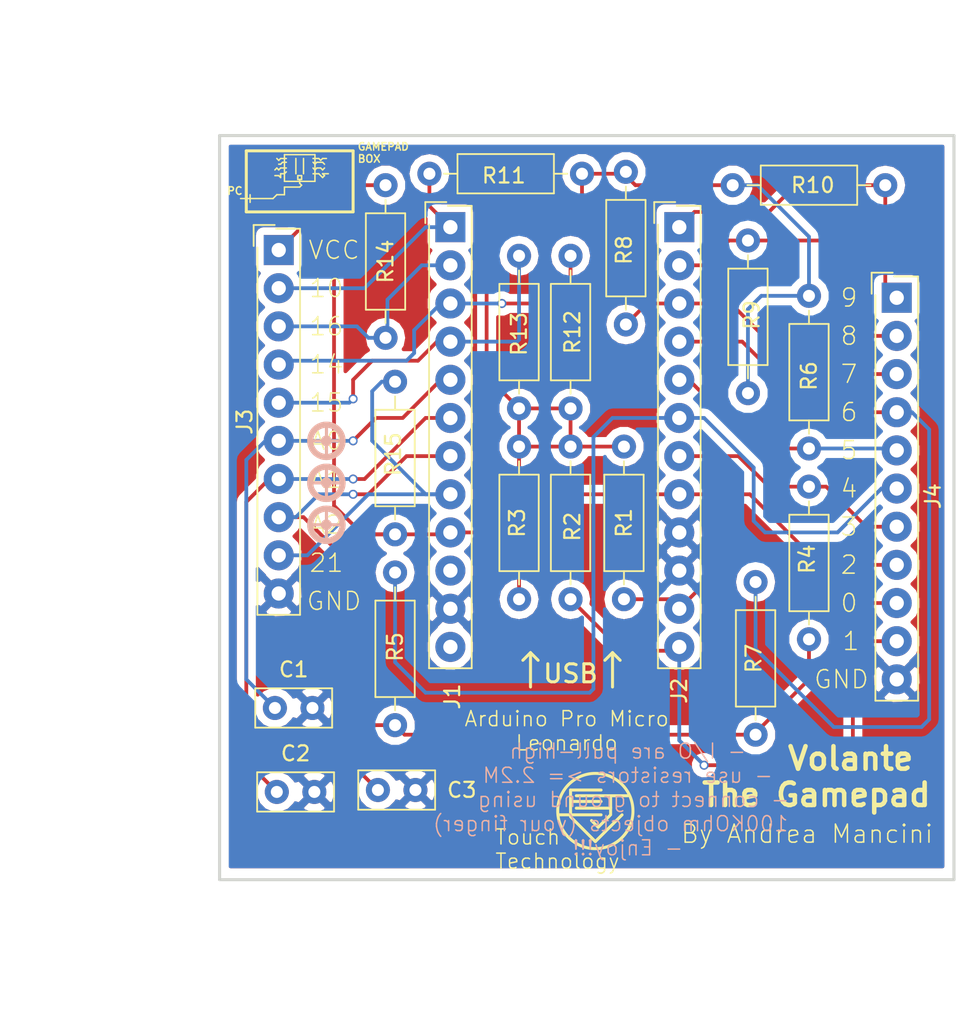
<source format=kicad_pcb>
(kicad_pcb (version 4) (host pcbnew 4.0.6)

  (general
    (links 59)
    (no_connects 0)
    (area 88.799999 60.859999 137.895001 110.590001)
    (thickness 1.6)
    (drawings 138)
    (tracks 194)
    (zones 0)
    (modules 22)
    (nets 23)
  )

  (page A4)
  (layers
    (0 F.Cu signal hide)
    (31 B.Cu signal hide)
    (32 B.Adhes user)
    (33 F.Adhes user)
    (34 B.Paste user)
    (35 F.Paste user)
    (36 B.SilkS user)
    (37 F.SilkS user hide)
    (38 B.Mask user)
    (39 F.Mask user)
    (40 Dwgs.User user)
    (41 Cmts.User user)
    (42 Eco1.User user)
    (43 Eco2.User user)
    (44 Edge.Cuts user)
    (45 Margin user)
    (46 B.CrtYd user)
    (47 F.CrtYd user)
    (48 B.Fab user hide)
    (49 F.Fab user)
  )

  (setup
    (last_trace_width 0.25)
    (trace_clearance 0.2)
    (zone_clearance 0.508)
    (zone_45_only no)
    (trace_min 0.2)
    (segment_width 0.1)
    (edge_width 0.2)
    (via_size 0.6)
    (via_drill 0.4)
    (via_min_size 0.4)
    (via_min_drill 0.3)
    (uvia_size 0.3)
    (uvia_drill 0.1)
    (uvias_allowed no)
    (uvia_min_size 0.2)
    (uvia_min_drill 0.1)
    (pcb_text_width 0.3)
    (pcb_text_size 1.5 1.5)
    (mod_edge_width 0.15)
    (mod_text_size 1 1)
    (mod_text_width 0.15)
    (pad_size 1.5 1.5)
    (pad_drill 0.6)
    (pad_to_mask_clearance 0)
    (aux_axis_origin 0 0)
    (visible_elements 7FFFFFFF)
    (pcbplotparams
      (layerselection 0x00030_80000001)
      (usegerberextensions false)
      (excludeedgelayer true)
      (linewidth 0.100000)
      (plotframeref false)
      (viasonmask false)
      (mode 1)
      (useauxorigin false)
      (hpglpennumber 1)
      (hpglpenspeed 20)
      (hpglpendiameter 15)
      (hpglpenoverlay 2)
      (psnegative false)
      (psa4output false)
      (plotreference true)
      (plotvalue true)
      (plotinvisibletext false)
      (padsonsilk false)
      (subtractmaskfromsilk false)
      (outputformat 1)
      (mirror false)
      (drillshape 0)
      (scaleselection 1)
      (outputdirectory C:/Users/mancio/Documents/GitHub/Volante-The-Gamepad/kicad/shield/gerber/))
  )

  (net 0 "")
  (net 1 A0)
  (net 2 GND)
  (net 3 A1)
  (net 4 A2)
  (net 5 10)
  (net 6 16)
  (net 7 14)
  (net 8 15)
  (net 9 21)
  (net 10 VCC)
  (net 11 "Net-(J1-Pad10)")
  (net 12 "Net-(J1-Pad12)")
  (net 13 9)
  (net 14 8)
  (net 15 7)
  (net 16 6)
  (net 17 5)
  (net 18 4)
  (net 19 3)
  (net 20 2)
  (net 21 0)
  (net 22 1)

  (net_class Default "This is the default net class."
    (clearance 0.2)
    (trace_width 0.25)
    (via_dia 0.6)
    (via_drill 0.4)
    (uvia_dia 0.3)
    (uvia_drill 0.1)
    (add_net 0)
    (add_net 1)
    (add_net 10)
    (add_net 14)
    (add_net 15)
    (add_net 16)
    (add_net 2)
    (add_net 21)
    (add_net 3)
    (add_net 4)
    (add_net 5)
    (add_net 6)
    (add_net 7)
    (add_net 8)
    (add_net 9)
    (add_net A0)
    (add_net A1)
    (add_net A2)
    (add_net GND)
    (add_net "Net-(J1-Pad10)")
    (add_net "Net-(J1-Pad12)")
    (add_net VCC)
  )

  (module Resistors_THT:R_Axial_DIN0207_L6.3mm_D2.5mm_P10.16mm_Horizontal (layer F.Cu) (tedit 5AFFF9D9) (tstamp 5AFFF1F8)
    (at 112.268 79.121 90)
    (descr "Resistor, Axial_DIN0207 series, Axial, Horizontal, pin pitch=10.16mm, 0.25W = 1/4W, length*diameter=6.3*2.5mm^2, http://cdn-reichelt.de/documents/datenblatt/B400/1_4W%23YAG.pdf")
    (tags "Resistor Axial_DIN0207 series Axial Horizontal pin pitch 10.16mm 0.25W = 1/4W length 6.3mm diameter 2.5mm")
    (path /5AFC87CD)
    (fp_text reference R12 (at 5.08 0.127 90) (layer F.SilkS)
      (effects (font (size 1 1) (thickness 0.15)))
    )
    (fp_text value 2M (at 5.08 2.31 90) (layer F.Fab)
      (effects (font (size 1 1) (thickness 0.15)))
    )
    (fp_line (start 1.93 -1.25) (end 1.93 1.25) (layer F.Fab) (width 0.1))
    (fp_line (start 1.93 1.25) (end 8.23 1.25) (layer F.Fab) (width 0.1))
    (fp_line (start 8.23 1.25) (end 8.23 -1.25) (layer F.Fab) (width 0.1))
    (fp_line (start 8.23 -1.25) (end 1.93 -1.25) (layer F.Fab) (width 0.1))
    (fp_line (start 0 0) (end 1.93 0) (layer F.Fab) (width 0.1))
    (fp_line (start 10.16 0) (end 8.23 0) (layer F.Fab) (width 0.1))
    (fp_line (start 1.87 -1.31) (end 1.87 1.31) (layer F.SilkS) (width 0.12))
    (fp_line (start 1.87 1.31) (end 8.29 1.31) (layer F.SilkS) (width 0.12))
    (fp_line (start 8.29 1.31) (end 8.29 -1.31) (layer F.SilkS) (width 0.12))
    (fp_line (start 8.29 -1.31) (end 1.87 -1.31) (layer F.SilkS) (width 0.12))
    (fp_line (start 0.98 0) (end 1.87 0) (layer F.SilkS) (width 0.12))
    (fp_line (start 9.18 0) (end 8.29 0) (layer F.SilkS) (width 0.12))
    (fp_line (start -1.05 -1.6) (end -1.05 1.6) (layer F.CrtYd) (width 0.05))
    (fp_line (start -1.05 1.6) (end 11.25 1.6) (layer F.CrtYd) (width 0.05))
    (fp_line (start 11.25 1.6) (end 11.25 -1.6) (layer F.CrtYd) (width 0.05))
    (fp_line (start 11.25 -1.6) (end -1.05 -1.6) (layer F.CrtYd) (width 0.05))
    (pad 1 thru_hole circle (at 0 0 90) (size 1.6 1.6) (drill 0.8) (layers *.Cu *.Mask)
      (net 10 VCC))
    (pad 2 thru_hole oval (at 10.16 0 90) (size 1.6 1.6) (drill 0.8) (layers *.Cu *.Mask)
      (net 7 14))
    (model ${KISYS3DMOD}/Resistors_THT.3dshapes/R_Axial_DIN0207_L6.3mm_D2.5mm_P10.16mm_Horizontal.wrl
      (at (xyz 0 0 0))
      (scale (xyz 0.393701 0.393701 0.393701))
      (rotate (xyz 0 0 0))
    )
  )

  (module Resistors_THT:R_Axial_DIN0207_L6.3mm_D2.5mm_P10.16mm_Horizontal (layer F.Cu) (tedit 5AFFFDC8) (tstamp 5AFFF20E)
    (at 108.839 79.121 90)
    (descr "Resistor, Axial_DIN0207 series, Axial, Horizontal, pin pitch=10.16mm, 0.25W = 1/4W, length*diameter=6.3*2.5mm^2, http://cdn-reichelt.de/documents/datenblatt/B400/1_4W%23YAG.pdf")
    (tags "Resistor Axial_DIN0207 series Axial Horizontal pin pitch 10.16mm 0.25W = 1/4W length 6.3mm diameter 2.5mm")
    (path /5AFC87D5)
    (fp_text reference R13 (at 4.953 0 90) (layer F.SilkS)
      (effects (font (size 1 1) (thickness 0.15)))
    )
    (fp_text value 2M (at 5.08 2.31 90) (layer F.Fab)
      (effects (font (size 1 1) (thickness 0.15)))
    )
    (fp_line (start 1.93 -1.25) (end 1.93 1.25) (layer F.Fab) (width 0.1))
    (fp_line (start 1.93 1.25) (end 8.23 1.25) (layer F.Fab) (width 0.1))
    (fp_line (start 8.23 1.25) (end 8.23 -1.25) (layer F.Fab) (width 0.1))
    (fp_line (start 8.23 -1.25) (end 1.93 -1.25) (layer F.Fab) (width 0.1))
    (fp_line (start 0 0) (end 1.93 0) (layer F.Fab) (width 0.1))
    (fp_line (start 10.16 0) (end 8.23 0) (layer F.Fab) (width 0.1))
    (fp_line (start 1.87 -1.31) (end 1.87 1.31) (layer F.SilkS) (width 0.12))
    (fp_line (start 1.87 1.31) (end 8.29 1.31) (layer F.SilkS) (width 0.12))
    (fp_line (start 8.29 1.31) (end 8.29 -1.31) (layer F.SilkS) (width 0.12))
    (fp_line (start 8.29 -1.31) (end 1.87 -1.31) (layer F.SilkS) (width 0.12))
    (fp_line (start 0.98 0) (end 1.87 0) (layer F.SilkS) (width 0.12))
    (fp_line (start 9.18 0) (end 8.29 0) (layer F.SilkS) (width 0.12))
    (fp_line (start -1.05 -1.6) (end -1.05 1.6) (layer F.CrtYd) (width 0.05))
    (fp_line (start -1.05 1.6) (end 11.25 1.6) (layer F.CrtYd) (width 0.05))
    (fp_line (start 11.25 1.6) (end 11.25 -1.6) (layer F.CrtYd) (width 0.05))
    (fp_line (start 11.25 -1.6) (end -1.05 -1.6) (layer F.CrtYd) (width 0.05))
    (pad 1 thru_hole circle (at 0 0 90) (size 1.6 1.6) (drill 0.8) (layers *.Cu *.Mask)
      (net 10 VCC))
    (pad 2 thru_hole oval (at 10.16 0 90) (size 1.6 1.6) (drill 0.8) (layers *.Cu *.Mask)
      (net 8 15))
    (model ${KISYS3DMOD}/Resistors_THT.3dshapes/R_Axial_DIN0207_L6.3mm_D2.5mm_P10.16mm_Horizontal.wrl
      (at (xyz 0 0 0))
      (scale (xyz 0.393701 0.393701 0.393701))
      (rotate (xyz 0 0 0))
    )
  )

  (module Resistors_THT:R_Axial_DIN0207_L6.3mm_D2.5mm_P10.16mm_Horizontal (layer F.Cu) (tedit 5AFFF9A5) (tstamp 5AFFF23A)
    (at 100.584 87.503 90)
    (descr "Resistor, Axial_DIN0207 series, Axial, Horizontal, pin pitch=10.16mm, 0.25W = 1/4W, length*diameter=6.3*2.5mm^2, http://cdn-reichelt.de/documents/datenblatt/B400/1_4W%23YAG.pdf")
    (tags "Resistor Axial_DIN0207 series Axial Horizontal pin pitch 10.16mm 0.25W = 1/4W length 6.3mm diameter 2.5mm")
    (path /5AFC87E3)
    (fp_text reference R15 (at 5.334 -0.127 90) (layer F.SilkS)
      (effects (font (size 1 1) (thickness 0.15)))
    )
    (fp_text value 2M (at 5.08 2.31 90) (layer F.Fab)
      (effects (font (size 1 1) (thickness 0.15)))
    )
    (fp_line (start 1.93 -1.25) (end 1.93 1.25) (layer F.Fab) (width 0.1))
    (fp_line (start 1.93 1.25) (end 8.23 1.25) (layer F.Fab) (width 0.1))
    (fp_line (start 8.23 1.25) (end 8.23 -1.25) (layer F.Fab) (width 0.1))
    (fp_line (start 8.23 -1.25) (end 1.93 -1.25) (layer F.Fab) (width 0.1))
    (fp_line (start 0 0) (end 1.93 0) (layer F.Fab) (width 0.1))
    (fp_line (start 10.16 0) (end 8.23 0) (layer F.Fab) (width 0.1))
    (fp_line (start 1.87 -1.31) (end 1.87 1.31) (layer F.SilkS) (width 0.12))
    (fp_line (start 1.87 1.31) (end 8.29 1.31) (layer F.SilkS) (width 0.12))
    (fp_line (start 8.29 1.31) (end 8.29 -1.31) (layer F.SilkS) (width 0.12))
    (fp_line (start 8.29 -1.31) (end 1.87 -1.31) (layer F.SilkS) (width 0.12))
    (fp_line (start 0.98 0) (end 1.87 0) (layer F.SilkS) (width 0.12))
    (fp_line (start 9.18 0) (end 8.29 0) (layer F.SilkS) (width 0.12))
    (fp_line (start -1.05 -1.6) (end -1.05 1.6) (layer F.CrtYd) (width 0.05))
    (fp_line (start -1.05 1.6) (end 11.25 1.6) (layer F.CrtYd) (width 0.05))
    (fp_line (start 11.25 1.6) (end 11.25 -1.6) (layer F.CrtYd) (width 0.05))
    (fp_line (start 11.25 -1.6) (end -1.05 -1.6) (layer F.CrtYd) (width 0.05))
    (pad 1 thru_hole circle (at 0 0 90) (size 1.6 1.6) (drill 0.8) (layers *.Cu *.Mask)
      (net 10 VCC))
    (pad 2 thru_hole oval (at 10.16 0 90) (size 1.6 1.6) (drill 0.8) (layers *.Cu *.Mask)
      (net 9 21))
    (model ${KISYS3DMOD}/Resistors_THT.3dshapes/R_Axial_DIN0207_L6.3mm_D2.5mm_P10.16mm_Horizontal.wrl
      (at (xyz 0 0 0))
      (scale (xyz 0.393701 0.393701 0.393701))
      (rotate (xyz 0 0 0))
    )
  )

  (module Resistors_THT:R_Axial_DIN0207_L6.3mm_D2.5mm_P10.16mm_Horizontal (layer F.Cu) (tedit 5AFFF9FB) (tstamp 5AFFF1B6)
    (at 124.079 78.105 90)
    (descr "Resistor, Axial_DIN0207 series, Axial, Horizontal, pin pitch=10.16mm, 0.25W = 1/4W, length*diameter=6.3*2.5mm^2, http://cdn-reichelt.de/documents/datenblatt/B400/1_4W%23YAG.pdf")
    (tags "Resistor Axial_DIN0207 series Axial Horizontal pin pitch 10.16mm 0.25W = 1/4W length 6.3mm diameter 2.5mm")
    (path /5AFC87B9)
    (fp_text reference R9 (at 5.207 0.254 90) (layer F.SilkS)
      (effects (font (size 1 1) (thickness 0.15)))
    )
    (fp_text value 2M (at 5.08 2.31 90) (layer F.Fab)
      (effects (font (size 1 1) (thickness 0.15)))
    )
    (fp_line (start 1.93 -1.25) (end 1.93 1.25) (layer F.Fab) (width 0.1))
    (fp_line (start 1.93 1.25) (end 8.23 1.25) (layer F.Fab) (width 0.1))
    (fp_line (start 8.23 1.25) (end 8.23 -1.25) (layer F.Fab) (width 0.1))
    (fp_line (start 8.23 -1.25) (end 1.93 -1.25) (layer F.Fab) (width 0.1))
    (fp_line (start 0 0) (end 1.93 0) (layer F.Fab) (width 0.1))
    (fp_line (start 10.16 0) (end 8.23 0) (layer F.Fab) (width 0.1))
    (fp_line (start 1.87 -1.31) (end 1.87 1.31) (layer F.SilkS) (width 0.12))
    (fp_line (start 1.87 1.31) (end 8.29 1.31) (layer F.SilkS) (width 0.12))
    (fp_line (start 8.29 1.31) (end 8.29 -1.31) (layer F.SilkS) (width 0.12))
    (fp_line (start 8.29 -1.31) (end 1.87 -1.31) (layer F.SilkS) (width 0.12))
    (fp_line (start 0.98 0) (end 1.87 0) (layer F.SilkS) (width 0.12))
    (fp_line (start 9.18 0) (end 8.29 0) (layer F.SilkS) (width 0.12))
    (fp_line (start -1.05 -1.6) (end -1.05 1.6) (layer F.CrtYd) (width 0.05))
    (fp_line (start -1.05 1.6) (end 11.25 1.6) (layer F.CrtYd) (width 0.05))
    (fp_line (start 11.25 1.6) (end 11.25 -1.6) (layer F.CrtYd) (width 0.05))
    (fp_line (start 11.25 -1.6) (end -1.05 -1.6) (layer F.CrtYd) (width 0.05))
    (pad 1 thru_hole circle (at 0 0 90) (size 1.6 1.6) (drill 0.8) (layers *.Cu *.Mask)
      (net 10 VCC))
    (pad 2 thru_hole oval (at 10.16 0 90) (size 1.6 1.6) (drill 0.8) (layers *.Cu *.Mask)
      (net 14 8))
    (model ${KISYS3DMOD}/Resistors_THT.3dshapes/R_Axial_DIN0207_L6.3mm_D2.5mm_P10.16mm_Horizontal.wrl
      (at (xyz 0 0 0))
      (scale (xyz 0.393701 0.393701 0.393701))
      (rotate (xyz 0 0 0))
    )
  )

  (module Resistors_THT:R_Axial_DIN0207_L6.3mm_D2.5mm_P10.16mm_Horizontal (layer F.Cu) (tedit 5AFFF9AC) (tstamp 5AFFF174)
    (at 128.143 71.628 270)
    (descr "Resistor, Axial_DIN0207 series, Axial, Horizontal, pin pitch=10.16mm, 0.25W = 1/4W, length*diameter=6.3*2.5mm^2, http://cdn-reichelt.de/documents/datenblatt/B400/1_4W%23YAG.pdf")
    (tags "Resistor Axial_DIN0207 series Axial Horizontal pin pitch 10.16mm 0.25W = 1/4W length 6.3mm diameter 2.5mm")
    (path /5AFC7D06)
    (fp_text reference R6 (at 5.334 0 270) (layer F.SilkS)
      (effects (font (size 1 1) (thickness 0.15)))
    )
    (fp_text value 2M (at 5.08 2.31 270) (layer F.Fab)
      (effects (font (size 1 1) (thickness 0.15)))
    )
    (fp_line (start 1.93 -1.25) (end 1.93 1.25) (layer F.Fab) (width 0.1))
    (fp_line (start 1.93 1.25) (end 8.23 1.25) (layer F.Fab) (width 0.1))
    (fp_line (start 8.23 1.25) (end 8.23 -1.25) (layer F.Fab) (width 0.1))
    (fp_line (start 8.23 -1.25) (end 1.93 -1.25) (layer F.Fab) (width 0.1))
    (fp_line (start 0 0) (end 1.93 0) (layer F.Fab) (width 0.1))
    (fp_line (start 10.16 0) (end 8.23 0) (layer F.Fab) (width 0.1))
    (fp_line (start 1.87 -1.31) (end 1.87 1.31) (layer F.SilkS) (width 0.12))
    (fp_line (start 1.87 1.31) (end 8.29 1.31) (layer F.SilkS) (width 0.12))
    (fp_line (start 8.29 1.31) (end 8.29 -1.31) (layer F.SilkS) (width 0.12))
    (fp_line (start 8.29 -1.31) (end 1.87 -1.31) (layer F.SilkS) (width 0.12))
    (fp_line (start 0.98 0) (end 1.87 0) (layer F.SilkS) (width 0.12))
    (fp_line (start 9.18 0) (end 8.29 0) (layer F.SilkS) (width 0.12))
    (fp_line (start -1.05 -1.6) (end -1.05 1.6) (layer F.CrtYd) (width 0.05))
    (fp_line (start -1.05 1.6) (end 11.25 1.6) (layer F.CrtYd) (width 0.05))
    (fp_line (start 11.25 1.6) (end 11.25 -1.6) (layer F.CrtYd) (width 0.05))
    (fp_line (start 11.25 -1.6) (end -1.05 -1.6) (layer F.CrtYd) (width 0.05))
    (pad 1 thru_hole circle (at 0 0 270) (size 1.6 1.6) (drill 0.8) (layers *.Cu *.Mask)
      (net 10 VCC))
    (pad 2 thru_hole oval (at 10.16 0 270) (size 1.6 1.6) (drill 0.8) (layers *.Cu *.Mask)
      (net 17 5))
    (model ${KISYS3DMOD}/Resistors_THT.3dshapes/R_Axial_DIN0207_L6.3mm_D2.5mm_P10.16mm_Horizontal.wrl
      (at (xyz 0 0 0))
      (scale (xyz 0.393701 0.393701 0.393701))
      (rotate (xyz 0 0 0))
    )
  )

  (module Resistors_THT:R_Axial_DIN0207_L6.3mm_D2.5mm_P10.16mm_Horizontal (layer F.Cu) (tedit 5AFFFDA2) (tstamp 5AFFF1A0)
    (at 115.951 63.373 270)
    (descr "Resistor, Axial_DIN0207 series, Axial, Horizontal, pin pitch=10.16mm, 0.25W = 1/4W, length*diameter=6.3*2.5mm^2, http://cdn-reichelt.de/documents/datenblatt/B400/1_4W%23YAG.pdf")
    (tags "Resistor Axial_DIN0207 series Axial Horizontal pin pitch 10.16mm 0.25W = 1/4W length 6.3mm diameter 2.5mm")
    (path /5AFC7D14)
    (fp_text reference R8 (at 5.207 0.127 270) (layer F.SilkS)
      (effects (font (size 1 1) (thickness 0.15)))
    )
    (fp_text value 2M (at 5.08 2.31 270) (layer F.Fab)
      (effects (font (size 1 1) (thickness 0.15)))
    )
    (fp_line (start 1.93 -1.25) (end 1.93 1.25) (layer F.Fab) (width 0.1))
    (fp_line (start 1.93 1.25) (end 8.23 1.25) (layer F.Fab) (width 0.1))
    (fp_line (start 8.23 1.25) (end 8.23 -1.25) (layer F.Fab) (width 0.1))
    (fp_line (start 8.23 -1.25) (end 1.93 -1.25) (layer F.Fab) (width 0.1))
    (fp_line (start 0 0) (end 1.93 0) (layer F.Fab) (width 0.1))
    (fp_line (start 10.16 0) (end 8.23 0) (layer F.Fab) (width 0.1))
    (fp_line (start 1.87 -1.31) (end 1.87 1.31) (layer F.SilkS) (width 0.12))
    (fp_line (start 1.87 1.31) (end 8.29 1.31) (layer F.SilkS) (width 0.12))
    (fp_line (start 8.29 1.31) (end 8.29 -1.31) (layer F.SilkS) (width 0.12))
    (fp_line (start 8.29 -1.31) (end 1.87 -1.31) (layer F.SilkS) (width 0.12))
    (fp_line (start 0.98 0) (end 1.87 0) (layer F.SilkS) (width 0.12))
    (fp_line (start 9.18 0) (end 8.29 0) (layer F.SilkS) (width 0.12))
    (fp_line (start -1.05 -1.6) (end -1.05 1.6) (layer F.CrtYd) (width 0.05))
    (fp_line (start -1.05 1.6) (end 11.25 1.6) (layer F.CrtYd) (width 0.05))
    (fp_line (start 11.25 1.6) (end 11.25 -1.6) (layer F.CrtYd) (width 0.05))
    (fp_line (start 11.25 -1.6) (end -1.05 -1.6) (layer F.CrtYd) (width 0.05))
    (pad 1 thru_hole circle (at 0 0 270) (size 1.6 1.6) (drill 0.8) (layers *.Cu *.Mask)
      (net 10 VCC))
    (pad 2 thru_hole oval (at 10.16 0 270) (size 1.6 1.6) (drill 0.8) (layers *.Cu *.Mask)
      (net 15 7))
    (model ${KISYS3DMOD}/Resistors_THT.3dshapes/R_Axial_DIN0207_L6.3mm_D2.5mm_P10.16mm_Horizontal.wrl
      (at (xyz 0 0 0))
      (scale (xyz 0.393701 0.393701 0.393701))
      (rotate (xyz 0 0 0))
    )
  )

  (module Resistors_THT:R_Axial_DIN0207_L6.3mm_D2.5mm_P10.16mm_Horizontal (layer F.Cu) (tedit 5AFFFA09) (tstamp 5AFFF15E)
    (at 100.584 100.203 90)
    (descr "Resistor, Axial_DIN0207 series, Axial, Horizontal, pin pitch=10.16mm, 0.25W = 1/4W, length*diameter=6.3*2.5mm^2, http://cdn-reichelt.de/documents/datenblatt/B400/1_4W%23YAG.pdf")
    (tags "Resistor Axial_DIN0207 series Axial Horizontal pin pitch 10.16mm 0.25W = 1/4W length 6.3mm diameter 2.5mm")
    (path /5AFC7D00)
    (fp_text reference R5 (at 5.207 0 90) (layer F.SilkS)
      (effects (font (size 1 1) (thickness 0.15)))
    )
    (fp_text value 2M (at 5.08 2.31 90) (layer F.Fab)
      (effects (font (size 1 1) (thickness 0.15)))
    )
    (fp_line (start 1.93 -1.25) (end 1.93 1.25) (layer F.Fab) (width 0.1))
    (fp_line (start 1.93 1.25) (end 8.23 1.25) (layer F.Fab) (width 0.1))
    (fp_line (start 8.23 1.25) (end 8.23 -1.25) (layer F.Fab) (width 0.1))
    (fp_line (start 8.23 -1.25) (end 1.93 -1.25) (layer F.Fab) (width 0.1))
    (fp_line (start 0 0) (end 1.93 0) (layer F.Fab) (width 0.1))
    (fp_line (start 10.16 0) (end 8.23 0) (layer F.Fab) (width 0.1))
    (fp_line (start 1.87 -1.31) (end 1.87 1.31) (layer F.SilkS) (width 0.12))
    (fp_line (start 1.87 1.31) (end 8.29 1.31) (layer F.SilkS) (width 0.12))
    (fp_line (start 8.29 1.31) (end 8.29 -1.31) (layer F.SilkS) (width 0.12))
    (fp_line (start 8.29 -1.31) (end 1.87 -1.31) (layer F.SilkS) (width 0.12))
    (fp_line (start 0.98 0) (end 1.87 0) (layer F.SilkS) (width 0.12))
    (fp_line (start 9.18 0) (end 8.29 0) (layer F.SilkS) (width 0.12))
    (fp_line (start -1.05 -1.6) (end -1.05 1.6) (layer F.CrtYd) (width 0.05))
    (fp_line (start -1.05 1.6) (end 11.25 1.6) (layer F.CrtYd) (width 0.05))
    (fp_line (start 11.25 1.6) (end 11.25 -1.6) (layer F.CrtYd) (width 0.05))
    (fp_line (start 11.25 -1.6) (end -1.05 -1.6) (layer F.CrtYd) (width 0.05))
    (pad 1 thru_hole circle (at 0 0 90) (size 1.6 1.6) (drill 0.8) (layers *.Cu *.Mask)
      (net 10 VCC))
    (pad 2 thru_hole oval (at 10.16 0 90) (size 1.6 1.6) (drill 0.8) (layers *.Cu *.Mask)
      (net 18 4))
    (model ${KISYS3DMOD}/Resistors_THT.3dshapes/R_Axial_DIN0207_L6.3mm_D2.5mm_P10.16mm_Horizontal.wrl
      (at (xyz 0 0 0))
      (scale (xyz 0.393701 0.393701 0.393701))
      (rotate (xyz 0 0 0))
    )
  )

  (module Resistors_THT:R_Axial_DIN0207_L6.3mm_D2.5mm_P10.16mm_Horizontal (layer F.Cu) (tedit 5AFFF9EE) (tstamp 5AFFF1CC)
    (at 123.063 64.262)
    (descr "Resistor, Axial_DIN0207 series, Axial, Horizontal, pin pitch=10.16mm, 0.25W = 1/4W, length*diameter=6.3*2.5mm^2, http://cdn-reichelt.de/documents/datenblatt/B400/1_4W%23YAG.pdf")
    (tags "Resistor Axial_DIN0207 series Axial Horizontal pin pitch 10.16mm 0.25W = 1/4W length 6.3mm diameter 2.5mm")
    (path /5AFC87BF)
    (fp_text reference R10 (at 5.334 0) (layer F.SilkS)
      (effects (font (size 1 1) (thickness 0.15)))
    )
    (fp_text value 2M (at 5.08 2.31) (layer F.Fab)
      (effects (font (size 1 1) (thickness 0.15)))
    )
    (fp_line (start 1.93 -1.25) (end 1.93 1.25) (layer F.Fab) (width 0.1))
    (fp_line (start 1.93 1.25) (end 8.23 1.25) (layer F.Fab) (width 0.1))
    (fp_line (start 8.23 1.25) (end 8.23 -1.25) (layer F.Fab) (width 0.1))
    (fp_line (start 8.23 -1.25) (end 1.93 -1.25) (layer F.Fab) (width 0.1))
    (fp_line (start 0 0) (end 1.93 0) (layer F.Fab) (width 0.1))
    (fp_line (start 10.16 0) (end 8.23 0) (layer F.Fab) (width 0.1))
    (fp_line (start 1.87 -1.31) (end 1.87 1.31) (layer F.SilkS) (width 0.12))
    (fp_line (start 1.87 1.31) (end 8.29 1.31) (layer F.SilkS) (width 0.12))
    (fp_line (start 8.29 1.31) (end 8.29 -1.31) (layer F.SilkS) (width 0.12))
    (fp_line (start 8.29 -1.31) (end 1.87 -1.31) (layer F.SilkS) (width 0.12))
    (fp_line (start 0.98 0) (end 1.87 0) (layer F.SilkS) (width 0.12))
    (fp_line (start 9.18 0) (end 8.29 0) (layer F.SilkS) (width 0.12))
    (fp_line (start -1.05 -1.6) (end -1.05 1.6) (layer F.CrtYd) (width 0.05))
    (fp_line (start -1.05 1.6) (end 11.25 1.6) (layer F.CrtYd) (width 0.05))
    (fp_line (start 11.25 1.6) (end 11.25 -1.6) (layer F.CrtYd) (width 0.05))
    (fp_line (start 11.25 -1.6) (end -1.05 -1.6) (layer F.CrtYd) (width 0.05))
    (pad 1 thru_hole circle (at 0 0) (size 1.6 1.6) (drill 0.8) (layers *.Cu *.Mask)
      (net 10 VCC))
    (pad 2 thru_hole oval (at 10.16 0) (size 1.6 1.6) (drill 0.8) (layers *.Cu *.Mask)
      (net 13 9))
    (model ${KISYS3DMOD}/Resistors_THT.3dshapes/R_Axial_DIN0207_L6.3mm_D2.5mm_P10.16mm_Horizontal.wrl
      (at (xyz 0 0 0))
      (scale (xyz 0.393701 0.393701 0.393701))
      (rotate (xyz 0 0 0))
    )
  )

  (module Capacitors_THT:C_Disc_D5.0mm_W2.5mm_P2.50mm (layer F.Cu) (tedit 597BC7C2) (tstamp 5AFFEFEC)
    (at 92.583 99.06)
    (descr "C, Disc series, Radial, pin pitch=2.50mm, , diameter*width=5*2.5mm^2, Capacitor, http://cdn-reichelt.de/documents/datenblatt/B300/DS_KERKO_TC.pdf")
    (tags "C Disc series Radial pin pitch 2.50mm  diameter 5mm width 2.5mm Capacitor")
    (path /5A7C6829)
    (fp_text reference C1 (at 1.25 -2.56) (layer F.SilkS)
      (effects (font (size 1 1) (thickness 0.15)))
    )
    (fp_text value 0.01uF (at 1.25 2.56) (layer F.Fab)
      (effects (font (size 1 1) (thickness 0.15)))
    )
    (fp_line (start -1.25 -1.25) (end -1.25 1.25) (layer F.Fab) (width 0.1))
    (fp_line (start -1.25 1.25) (end 3.75 1.25) (layer F.Fab) (width 0.1))
    (fp_line (start 3.75 1.25) (end 3.75 -1.25) (layer F.Fab) (width 0.1))
    (fp_line (start 3.75 -1.25) (end -1.25 -1.25) (layer F.Fab) (width 0.1))
    (fp_line (start -1.31 -1.31) (end 3.81 -1.31) (layer F.SilkS) (width 0.12))
    (fp_line (start -1.31 1.31) (end 3.81 1.31) (layer F.SilkS) (width 0.12))
    (fp_line (start -1.31 -1.31) (end -1.31 1.31) (layer F.SilkS) (width 0.12))
    (fp_line (start 3.81 -1.31) (end 3.81 1.31) (layer F.SilkS) (width 0.12))
    (fp_line (start -1.6 -1.6) (end -1.6 1.6) (layer F.CrtYd) (width 0.05))
    (fp_line (start -1.6 1.6) (end 4.1 1.6) (layer F.CrtYd) (width 0.05))
    (fp_line (start 4.1 1.6) (end 4.1 -1.6) (layer F.CrtYd) (width 0.05))
    (fp_line (start 4.1 -1.6) (end -1.6 -1.6) (layer F.CrtYd) (width 0.05))
    (fp_text user %R (at 1.25 0) (layer F.Fab)
      (effects (font (size 1 1) (thickness 0.15)))
    )
    (pad 1 thru_hole circle (at 0 0) (size 1.6 1.6) (drill 0.8) (layers *.Cu *.Mask)
      (net 1 A0))
    (pad 2 thru_hole circle (at 2.5 0) (size 1.6 1.6) (drill 0.8) (layers *.Cu *.Mask)
      (net 2 GND))
    (model ${KISYS3DMOD}/Capacitors_THT.3dshapes/C_Disc_D5.0mm_W2.5mm_P2.50mm.wrl
      (at (xyz 0 0 0))
      (scale (xyz 1 1 1))
      (rotate (xyz 0 0 0))
    )
  )

  (module Capacitors_THT:C_Disc_D5.0mm_W2.5mm_P2.50mm (layer F.Cu) (tedit 597BC7C2) (tstamp 5AFFEFFF)
    (at 92.71 104.648)
    (descr "C, Disc series, Radial, pin pitch=2.50mm, , diameter*width=5*2.5mm^2, Capacitor, http://cdn-reichelt.de/documents/datenblatt/B300/DS_KERKO_TC.pdf")
    (tags "C Disc series Radial pin pitch 2.50mm  diameter 5mm width 2.5mm Capacitor")
    (path /5A7C7BD4)
    (fp_text reference C2 (at 1.25 -2.56) (layer F.SilkS)
      (effects (font (size 1 1) (thickness 0.15)))
    )
    (fp_text value 0.01uF (at 1.25 2.56) (layer F.Fab)
      (effects (font (size 1 1) (thickness 0.15)))
    )
    (fp_line (start -1.25 -1.25) (end -1.25 1.25) (layer F.Fab) (width 0.1))
    (fp_line (start -1.25 1.25) (end 3.75 1.25) (layer F.Fab) (width 0.1))
    (fp_line (start 3.75 1.25) (end 3.75 -1.25) (layer F.Fab) (width 0.1))
    (fp_line (start 3.75 -1.25) (end -1.25 -1.25) (layer F.Fab) (width 0.1))
    (fp_line (start -1.31 -1.31) (end 3.81 -1.31) (layer F.SilkS) (width 0.12))
    (fp_line (start -1.31 1.31) (end 3.81 1.31) (layer F.SilkS) (width 0.12))
    (fp_line (start -1.31 -1.31) (end -1.31 1.31) (layer F.SilkS) (width 0.12))
    (fp_line (start 3.81 -1.31) (end 3.81 1.31) (layer F.SilkS) (width 0.12))
    (fp_line (start -1.6 -1.6) (end -1.6 1.6) (layer F.CrtYd) (width 0.05))
    (fp_line (start -1.6 1.6) (end 4.1 1.6) (layer F.CrtYd) (width 0.05))
    (fp_line (start 4.1 1.6) (end 4.1 -1.6) (layer F.CrtYd) (width 0.05))
    (fp_line (start 4.1 -1.6) (end -1.6 -1.6) (layer F.CrtYd) (width 0.05))
    (fp_text user %R (at 1.25 0) (layer F.Fab)
      (effects (font (size 1 1) (thickness 0.15)))
    )
    (pad 1 thru_hole circle (at 0 0) (size 1.6 1.6) (drill 0.8) (layers *.Cu *.Mask)
      (net 3 A1))
    (pad 2 thru_hole circle (at 2.5 0) (size 1.6 1.6) (drill 0.8) (layers *.Cu *.Mask)
      (net 2 GND))
    (model ${KISYS3DMOD}/Capacitors_THT.3dshapes/C_Disc_D5.0mm_W2.5mm_P2.50mm.wrl
      (at (xyz 0 0 0))
      (scale (xyz 1 1 1))
      (rotate (xyz 0 0 0))
    )
  )

  (module Capacitors_THT:C_Disc_D5.0mm_W2.5mm_P2.50mm (layer F.Cu) (tedit 5AFFFA1A) (tstamp 5AFFF012)
    (at 99.441 104.521)
    (descr "C, Disc series, Radial, pin pitch=2.50mm, , diameter*width=5*2.5mm^2, Capacitor, http://cdn-reichelt.de/documents/datenblatt/B300/DS_KERKO_TC.pdf")
    (tags "C Disc series Radial pin pitch 2.50mm  diameter 5mm width 2.5mm Capacitor")
    (path /5A7C7C31)
    (fp_text reference C3 (at 5.588 0) (layer F.SilkS)
      (effects (font (size 1 1) (thickness 0.15)))
    )
    (fp_text value 0.01uF (at 1.25 2.56) (layer F.Fab)
      (effects (font (size 1 1) (thickness 0.15)))
    )
    (fp_line (start -1.25 -1.25) (end -1.25 1.25) (layer F.Fab) (width 0.1))
    (fp_line (start -1.25 1.25) (end 3.75 1.25) (layer F.Fab) (width 0.1))
    (fp_line (start 3.75 1.25) (end 3.75 -1.25) (layer F.Fab) (width 0.1))
    (fp_line (start 3.75 -1.25) (end -1.25 -1.25) (layer F.Fab) (width 0.1))
    (fp_line (start -1.31 -1.31) (end 3.81 -1.31) (layer F.SilkS) (width 0.12))
    (fp_line (start -1.31 1.31) (end 3.81 1.31) (layer F.SilkS) (width 0.12))
    (fp_line (start -1.31 -1.31) (end -1.31 1.31) (layer F.SilkS) (width 0.12))
    (fp_line (start 3.81 -1.31) (end 3.81 1.31) (layer F.SilkS) (width 0.12))
    (fp_line (start -1.6 -1.6) (end -1.6 1.6) (layer F.CrtYd) (width 0.05))
    (fp_line (start -1.6 1.6) (end 4.1 1.6) (layer F.CrtYd) (width 0.05))
    (fp_line (start 4.1 1.6) (end 4.1 -1.6) (layer F.CrtYd) (width 0.05))
    (fp_line (start 4.1 -1.6) (end -1.6 -1.6) (layer F.CrtYd) (width 0.05))
    (fp_text user %R (at 1.25 0) (layer F.Fab)
      (effects (font (size 1 1) (thickness 0.15)))
    )
    (pad 1 thru_hole circle (at 0 0) (size 1.6 1.6) (drill 0.8) (layers *.Cu *.Mask)
      (net 4 A2))
    (pad 2 thru_hole circle (at 2.5 0) (size 1.6 1.6) (drill 0.8) (layers *.Cu *.Mask)
      (net 2 GND))
    (model ${KISYS3DMOD}/Capacitors_THT.3dshapes/C_Disc_D5.0mm_W2.5mm_P2.50mm.wrl
      (at (xyz 0 0 0))
      (scale (xyz 1 1 1))
      (rotate (xyz 0 0 0))
    )
  )

  (module Connectors_Samtec:SL-112-X-XX_1x12 (layer F.Cu) (tedit 5B00456D) (tstamp 5AFFF04B)
    (at 104.267 67.056)
    (descr "Low profile, screw machine socket strip, through hole, 100mil / 2.54mm pitch")
    (tags "samtec socket strip tht single")
    (path /5A7C4E25)
    (fp_text reference J1 (at 0.127 31.242 90) (layer F.SilkS)
      (effects (font (size 1 1) (thickness 0.15)))
    )
    (fp_text value Conn_01x12_Fem_l (at 2.27 13.97 90) (layer F.Fab)
      (effects (font (size 1 1) (thickness 0.15)))
    )
    (fp_line (start -0.17 -1.42) (end 1.42 -1.42) (layer F.SilkS) (width 0.12))
    (fp_line (start 1.42 -1.42) (end 1.42 29.36) (layer F.SilkS) (width 0.12))
    (fp_line (start 1.42 29.36) (end -1.42 29.36) (layer F.SilkS) (width 0.12))
    (fp_line (start -1.42 29.36) (end -1.42 -0.17) (layer F.SilkS) (width 0.12))
    (fp_line (start -0.27 -1.67) (end -1.67 -1.67) (layer F.SilkS) (width 0.12))
    (fp_line (start -1.67 -1.67) (end -1.67 -0.27) (layer F.SilkS) (width 0.12))
    (fp_line (start -0.27 -1.67) (end -1.67 -1.67) (layer F.Fab) (width 0.1))
    (fp_line (start -1.67 -1.67) (end -1.67 -0.27) (layer F.Fab) (width 0.1))
    (fp_line (start -1.27 -1.27) (end -1.27 29.21) (layer F.Fab) (width 0.1))
    (fp_line (start -1.27 29.21) (end 1.27 29.21) (layer F.Fab) (width 0.1))
    (fp_line (start 1.27 29.21) (end 1.27 -1.27) (layer F.Fab) (width 0.1))
    (fp_line (start 1.27 -1.27) (end -1.27 -1.27) (layer F.Fab) (width 0.1))
    (fp_line (start -1.77 -1.77) (end -1.77 29.71) (layer F.CrtYd) (width 0.05))
    (fp_line (start -1.77 29.71) (end 1.77 29.71) (layer F.CrtYd) (width 0.05))
    (fp_line (start 1.77 29.71) (end 1.77 -1.77) (layer F.CrtYd) (width 0.05))
    (fp_line (start 1.77 -1.77) (end -1.77 -1.77) (layer F.CrtYd) (width 0.05))
    (fp_line (start -1.27 1.27) (end -1.07 1.27) (layer F.Fab) (width 0.1))
    (fp_line (start 1.27 1.27) (end 1.07 1.27) (layer F.Fab) (width 0.1))
    (fp_line (start -1.27 3.81) (end -1.07 3.81) (layer F.Fab) (width 0.1))
    (fp_line (start 1.27 3.81) (end 1.07 3.81) (layer F.Fab) (width 0.1))
    (fp_line (start -1.27 6.35) (end -1.07 6.35) (layer F.Fab) (width 0.1))
    (fp_line (start 1.27 6.35) (end 1.07 6.35) (layer F.Fab) (width 0.1))
    (fp_line (start -1.27 8.89) (end -1.07 8.89) (layer F.Fab) (width 0.1))
    (fp_line (start 1.27 8.89) (end 1.07 8.89) (layer F.Fab) (width 0.1))
    (fp_line (start -1.27 11.43) (end -1.07 11.43) (layer F.Fab) (width 0.1))
    (fp_line (start 1.27 11.43) (end 1.07 11.43) (layer F.Fab) (width 0.1))
    (fp_line (start -1.27 13.97) (end -1.07 13.97) (layer F.Fab) (width 0.1))
    (fp_line (start 1.27 13.97) (end 1.07 13.97) (layer F.Fab) (width 0.1))
    (fp_line (start -1.27 16.51) (end -1.07 16.51) (layer F.Fab) (width 0.1))
    (fp_line (start 1.27 16.51) (end 1.07 16.51) (layer F.Fab) (width 0.1))
    (fp_line (start -1.27 19.05) (end -1.07 19.05) (layer F.Fab) (width 0.1))
    (fp_line (start 1.27 19.05) (end 1.07 19.05) (layer F.Fab) (width 0.1))
    (fp_line (start -1.27 21.59) (end -1.07 21.59) (layer F.Fab) (width 0.1))
    (fp_line (start 1.27 21.59) (end 1.07 21.59) (layer F.Fab) (width 0.1))
    (fp_line (start -1.27 24.13) (end -1.07 24.13) (layer F.Fab) (width 0.1))
    (fp_line (start 1.27 24.13) (end 1.07 24.13) (layer F.Fab) (width 0.1))
    (fp_line (start -1.27 26.67) (end -1.07 26.67) (layer F.Fab) (width 0.1))
    (fp_line (start 1.27 26.67) (end 1.07 26.67) (layer F.Fab) (width 0.1))
    (fp_line (start -1.27 29.21) (end -1.07 29.21) (layer F.Fab) (width 0.1))
    (fp_line (start 1.27 29.21) (end 1.07 29.21) (layer F.Fab) (width 0.1))
    (fp_text user %R (at 0 13.97 90) (layer F.Fab)
      (effects (font (size 1 1) (thickness 0.15)))
    )
    (pad 1 thru_hole rect (at 0 0) (size 2 2) (drill 0.95) (layers *.Cu *.Mask)
      (net 5 10))
    (pad 2 thru_hole circle (at 0 2.54) (size 2 2) (drill 0.95) (layers *.Cu *.Mask)
      (net 6 16))
    (pad 3 thru_hole circle (at 0 5.08) (size 2 2) (drill 0.95) (layers *.Cu *.Mask)
      (net 7 14))
    (pad 4 thru_hole circle (at 0 7.62) (size 2 2) (drill 0.95) (layers *.Cu *.Mask)
      (net 8 15))
    (pad 5 thru_hole circle (at 0 10.16) (size 2 2) (drill 0.95) (layers *.Cu *.Mask)
      (net 1 A0))
    (pad 6 thru_hole circle (at 0 12.7) (size 2 2) (drill 0.95) (layers *.Cu *.Mask)
      (net 3 A1))
    (pad 7 thru_hole circle (at 0 15.24) (size 2 2) (drill 0.95) (layers *.Cu *.Mask)
      (net 4 A2))
    (pad 8 thru_hole circle (at 0 17.78) (size 2 2) (drill 0.95) (layers *.Cu *.Mask)
      (net 9 21))
    (pad 9 thru_hole circle (at 0 20.32) (size 2 2) (drill 0.95) (layers *.Cu *.Mask)
      (net 10 VCC))
    (pad 10 thru_hole circle (at 0 22.86) (size 2 2) (drill 0.95) (layers *.Cu *.Mask)
      (net 11 "Net-(J1-Pad10)"))
    (pad 11 thru_hole circle (at 0 25.4) (size 2 2) (drill 0.95) (layers *.Cu *.Mask)
      (net 2 GND))
    (pad 12 thru_hole circle (at 0 27.94) (size 2 2) (drill 0.95) (layers *.Cu *.Mask)
      (net 12 "Net-(J1-Pad12)"))
    (model ${KISYS3DMOD}/Connectors_Samtec.3dshapes/SL-112-X-XX_1x12.wrl
      (at (xyz 0 0 0))
      (scale (xyz 1 1 1))
      (rotate (xyz 0 0 0))
    )
  )

  (module Connectors_Samtec:SL-112-X-XX_1x12 (layer F.Cu) (tedit 5AFFFC81) (tstamp 5AFFF084)
    (at 119.507 67.056)
    (descr "Low profile, screw machine socket strip, through hole, 100mil / 2.54mm pitch")
    (tags "samtec socket strip tht single")
    (path /5A7C4C69)
    (fp_text reference J2 (at 0 30.861 90) (layer F.SilkS)
      (effects (font (size 1 1) (thickness 0.15)))
    )
    (fp_text value Conn_01x12_Fem_r (at 2.27 13.97 90) (layer F.Fab)
      (effects (font (size 1 1) (thickness 0.15)))
    )
    (fp_line (start -0.17 -1.42) (end 1.42 -1.42) (layer F.SilkS) (width 0.12))
    (fp_line (start 1.42 -1.42) (end 1.42 29.36) (layer F.SilkS) (width 0.12))
    (fp_line (start 1.42 29.36) (end -1.42 29.36) (layer F.SilkS) (width 0.12))
    (fp_line (start -1.42 29.36) (end -1.42 -0.17) (layer F.SilkS) (width 0.12))
    (fp_line (start -0.27 -1.67) (end -1.67 -1.67) (layer F.SilkS) (width 0.12))
    (fp_line (start -1.67 -1.67) (end -1.67 -0.27) (layer F.SilkS) (width 0.12))
    (fp_line (start -0.27 -1.67) (end -1.67 -1.67) (layer F.Fab) (width 0.1))
    (fp_line (start -1.67 -1.67) (end -1.67 -0.27) (layer F.Fab) (width 0.1))
    (fp_line (start -1.27 -1.27) (end -1.27 29.21) (layer F.Fab) (width 0.1))
    (fp_line (start -1.27 29.21) (end 1.27 29.21) (layer F.Fab) (width 0.1))
    (fp_line (start 1.27 29.21) (end 1.27 -1.27) (layer F.Fab) (width 0.1))
    (fp_line (start 1.27 -1.27) (end -1.27 -1.27) (layer F.Fab) (width 0.1))
    (fp_line (start -1.77 -1.77) (end -1.77 29.71) (layer F.CrtYd) (width 0.05))
    (fp_line (start -1.77 29.71) (end 1.77 29.71) (layer F.CrtYd) (width 0.05))
    (fp_line (start 1.77 29.71) (end 1.77 -1.77) (layer F.CrtYd) (width 0.05))
    (fp_line (start 1.77 -1.77) (end -1.77 -1.77) (layer F.CrtYd) (width 0.05))
    (fp_line (start -1.27 1.27) (end -1.07 1.27) (layer F.Fab) (width 0.1))
    (fp_line (start 1.27 1.27) (end 1.07 1.27) (layer F.Fab) (width 0.1))
    (fp_line (start -1.27 3.81) (end -1.07 3.81) (layer F.Fab) (width 0.1))
    (fp_line (start 1.27 3.81) (end 1.07 3.81) (layer F.Fab) (width 0.1))
    (fp_line (start -1.27 6.35) (end -1.07 6.35) (layer F.Fab) (width 0.1))
    (fp_line (start 1.27 6.35) (end 1.07 6.35) (layer F.Fab) (width 0.1))
    (fp_line (start -1.27 8.89) (end -1.07 8.89) (layer F.Fab) (width 0.1))
    (fp_line (start 1.27 8.89) (end 1.07 8.89) (layer F.Fab) (width 0.1))
    (fp_line (start -1.27 11.43) (end -1.07 11.43) (layer F.Fab) (width 0.1))
    (fp_line (start 1.27 11.43) (end 1.07 11.43) (layer F.Fab) (width 0.1))
    (fp_line (start -1.27 13.97) (end -1.07 13.97) (layer F.Fab) (width 0.1))
    (fp_line (start 1.27 13.97) (end 1.07 13.97) (layer F.Fab) (width 0.1))
    (fp_line (start -1.27 16.51) (end -1.07 16.51) (layer F.Fab) (width 0.1))
    (fp_line (start 1.27 16.51) (end 1.07 16.51) (layer F.Fab) (width 0.1))
    (fp_line (start -1.27 19.05) (end -1.07 19.05) (layer F.Fab) (width 0.1))
    (fp_line (start 1.27 19.05) (end 1.07 19.05) (layer F.Fab) (width 0.1))
    (fp_line (start -1.27 21.59) (end -1.07 21.59) (layer F.Fab) (width 0.1))
    (fp_line (start 1.27 21.59) (end 1.07 21.59) (layer F.Fab) (width 0.1))
    (fp_line (start -1.27 24.13) (end -1.07 24.13) (layer F.Fab) (width 0.1))
    (fp_line (start 1.27 24.13) (end 1.07 24.13) (layer F.Fab) (width 0.1))
    (fp_line (start -1.27 26.67) (end -1.07 26.67) (layer F.Fab) (width 0.1))
    (fp_line (start 1.27 26.67) (end 1.07 26.67) (layer F.Fab) (width 0.1))
    (fp_line (start -1.27 29.21) (end -1.07 29.21) (layer F.Fab) (width 0.1))
    (fp_line (start 1.27 29.21) (end 1.07 29.21) (layer F.Fab) (width 0.1))
    (fp_text user %R (at 0 13.97 90) (layer F.Fab)
      (effects (font (size 1 1) (thickness 0.15)))
    )
    (pad 1 thru_hole rect (at 0 0) (size 2 2) (drill 0.95) (layers *.Cu *.Mask)
      (net 13 9))
    (pad 2 thru_hole circle (at 0 2.54) (size 2 2) (drill 0.95) (layers *.Cu *.Mask)
      (net 14 8))
    (pad 3 thru_hole circle (at 0 5.08) (size 2 2) (drill 0.95) (layers *.Cu *.Mask)
      (net 15 7))
    (pad 4 thru_hole circle (at 0 7.62) (size 2 2) (drill 0.95) (layers *.Cu *.Mask)
      (net 16 6))
    (pad 5 thru_hole circle (at 0 10.16) (size 2 2) (drill 0.95) (layers *.Cu *.Mask)
      (net 17 5))
    (pad 6 thru_hole circle (at 0 12.7) (size 2 2) (drill 0.95) (layers *.Cu *.Mask)
      (net 18 4))
    (pad 7 thru_hole circle (at 0 15.24) (size 2 2) (drill 0.95) (layers *.Cu *.Mask)
      (net 19 3))
    (pad 8 thru_hole circle (at 0 17.78) (size 2 2) (drill 0.95) (layers *.Cu *.Mask)
      (net 20 2))
    (pad 9 thru_hole circle (at 0 20.32) (size 2 2) (drill 0.95) (layers *.Cu *.Mask)
      (net 2 GND))
    (pad 10 thru_hole circle (at 0 22.86) (size 2 2) (drill 0.95) (layers *.Cu *.Mask)
      (net 2 GND))
    (pad 11 thru_hole circle (at 0 25.4) (size 2 2) (drill 0.95) (layers *.Cu *.Mask)
      (net 21 0))
    (pad 12 thru_hole circle (at 0 27.94) (size 2 2) (drill 0.95) (layers *.Cu *.Mask)
      (net 22 1))
    (model ${KISYS3DMOD}/Connectors_Samtec.3dshapes/SL-112-X-XX_1x12.wrl
      (at (xyz 0 0 0))
      (scale (xyz 1 1 1))
      (rotate (xyz 0 0 0))
    )
  )

  (module Connectors_Samtec:SL-110-X-XX_1x10 (layer F.Cu) (tedit 590274D5) (tstamp 5AFFF0B7)
    (at 92.837 68.58)
    (descr "Low profile, screw machine socket strip, through hole, 100mil / 2.54mm pitch")
    (tags "samtec socket strip tht single")
    (path /5A7C4E7A)
    (fp_text reference J3 (at -2.27 11.43 90) (layer F.SilkS)
      (effects (font (size 1 1) (thickness 0.15)))
    )
    (fp_text value Conn_01x09_Fem_b_l (at 2.27 11.43 90) (layer F.Fab)
      (effects (font (size 1 1) (thickness 0.15)))
    )
    (fp_line (start -0.17 -1.42) (end 1.42 -1.42) (layer F.SilkS) (width 0.12))
    (fp_line (start 1.42 -1.42) (end 1.42 24.28) (layer F.SilkS) (width 0.12))
    (fp_line (start 1.42 24.28) (end -1.42 24.28) (layer F.SilkS) (width 0.12))
    (fp_line (start -1.42 24.28) (end -1.42 -0.17) (layer F.SilkS) (width 0.12))
    (fp_line (start -0.27 -1.67) (end -1.67 -1.67) (layer F.SilkS) (width 0.12))
    (fp_line (start -1.67 -1.67) (end -1.67 -0.27) (layer F.SilkS) (width 0.12))
    (fp_line (start -0.27 -1.67) (end -1.67 -1.67) (layer F.Fab) (width 0.1))
    (fp_line (start -1.67 -1.67) (end -1.67 -0.27) (layer F.Fab) (width 0.1))
    (fp_line (start -1.27 -1.27) (end -1.27 24.13) (layer F.Fab) (width 0.1))
    (fp_line (start -1.27 24.13) (end 1.27 24.13) (layer F.Fab) (width 0.1))
    (fp_line (start 1.27 24.13) (end 1.27 -1.27) (layer F.Fab) (width 0.1))
    (fp_line (start 1.27 -1.27) (end -1.27 -1.27) (layer F.Fab) (width 0.1))
    (fp_line (start -1.77 -1.77) (end -1.77 24.63) (layer F.CrtYd) (width 0.05))
    (fp_line (start -1.77 24.63) (end 1.77 24.63) (layer F.CrtYd) (width 0.05))
    (fp_line (start 1.77 24.63) (end 1.77 -1.77) (layer F.CrtYd) (width 0.05))
    (fp_line (start 1.77 -1.77) (end -1.77 -1.77) (layer F.CrtYd) (width 0.05))
    (fp_line (start -1.27 1.27) (end -1.07 1.27) (layer F.Fab) (width 0.1))
    (fp_line (start 1.27 1.27) (end 1.07 1.27) (layer F.Fab) (width 0.1))
    (fp_line (start -1.27 3.81) (end -1.07 3.81) (layer F.Fab) (width 0.1))
    (fp_line (start 1.27 3.81) (end 1.07 3.81) (layer F.Fab) (width 0.1))
    (fp_line (start -1.27 6.35) (end -1.07 6.35) (layer F.Fab) (width 0.1))
    (fp_line (start 1.27 6.35) (end 1.07 6.35) (layer F.Fab) (width 0.1))
    (fp_line (start -1.27 8.89) (end -1.07 8.89) (layer F.Fab) (width 0.1))
    (fp_line (start 1.27 8.89) (end 1.07 8.89) (layer F.Fab) (width 0.1))
    (fp_line (start -1.27 11.43) (end -1.07 11.43) (layer F.Fab) (width 0.1))
    (fp_line (start 1.27 11.43) (end 1.07 11.43) (layer F.Fab) (width 0.1))
    (fp_line (start -1.27 13.97) (end -1.07 13.97) (layer F.Fab) (width 0.1))
    (fp_line (start 1.27 13.97) (end 1.07 13.97) (layer F.Fab) (width 0.1))
    (fp_line (start -1.27 16.51) (end -1.07 16.51) (layer F.Fab) (width 0.1))
    (fp_line (start 1.27 16.51) (end 1.07 16.51) (layer F.Fab) (width 0.1))
    (fp_line (start -1.27 19.05) (end -1.07 19.05) (layer F.Fab) (width 0.1))
    (fp_line (start 1.27 19.05) (end 1.07 19.05) (layer F.Fab) (width 0.1))
    (fp_line (start -1.27 21.59) (end -1.07 21.59) (layer F.Fab) (width 0.1))
    (fp_line (start 1.27 21.59) (end 1.07 21.59) (layer F.Fab) (width 0.1))
    (fp_line (start -1.27 24.13) (end -1.07 24.13) (layer F.Fab) (width 0.1))
    (fp_line (start 1.27 24.13) (end 1.07 24.13) (layer F.Fab) (width 0.1))
    (fp_text user %R (at 0 11.43 90) (layer F.Fab)
      (effects (font (size 1 1) (thickness 0.15)))
    )
    (pad 1 thru_hole rect (at 0 0) (size 2 2) (drill 0.95) (layers *.Cu *.Mask)
      (net 10 VCC))
    (pad 2 thru_hole circle (at 0 2.54) (size 2 2) (drill 0.95) (layers *.Cu *.Mask)
      (net 5 10))
    (pad 3 thru_hole circle (at 0 5.08) (size 2 2) (drill 0.95) (layers *.Cu *.Mask)
      (net 6 16))
    (pad 4 thru_hole circle (at 0 7.62) (size 2 2) (drill 0.95) (layers *.Cu *.Mask)
      (net 7 14))
    (pad 5 thru_hole circle (at 0 10.16) (size 2 2) (drill 0.95) (layers *.Cu *.Mask)
      (net 8 15))
    (pad 6 thru_hole circle (at 0 12.7) (size 2 2) (drill 0.95) (layers *.Cu *.Mask)
      (net 1 A0))
    (pad 7 thru_hole circle (at 0 15.24) (size 2 2) (drill 0.95) (layers *.Cu *.Mask)
      (net 3 A1))
    (pad 8 thru_hole circle (at 0 17.78) (size 2 2) (drill 0.95) (layers *.Cu *.Mask)
      (net 4 A2))
    (pad 9 thru_hole circle (at 0 20.32) (size 2 2) (drill 0.95) (layers *.Cu *.Mask)
      (net 9 21))
    (pad 10 thru_hole circle (at 0 22.86) (size 2 2) (drill 0.95) (layers *.Cu *.Mask)
      (net 2 GND))
    (model ${KISYS3DMOD}/Connectors_Samtec.3dshapes/SL-110-X-XX_1x10.wrl
      (at (xyz 0 0 0))
      (scale (xyz 1 1 1))
      (rotate (xyz 0 0 0))
    )
  )

  (module Resistors_THT:R_Axial_DIN0207_L6.3mm_D2.5mm_P10.16mm_Horizontal (layer F.Cu) (tedit 5AFFF9E2) (tstamp 5AFFF106)
    (at 115.824 81.661 270)
    (descr "Resistor, Axial_DIN0207 series, Axial, Horizontal, pin pitch=10.16mm, 0.25W = 1/4W, length*diameter=6.3*2.5mm^2, http://cdn-reichelt.de/documents/datenblatt/B400/1_4W%23YAG.pdf")
    (tags "Resistor Axial_DIN0207 series Axial Horizontal pin pitch 10.16mm 0.25W = 1/4W length 6.3mm diameter 2.5mm")
    (path /5AFC6EBF)
    (fp_text reference R1 (at 5.08 0 270) (layer F.SilkS)
      (effects (font (size 1 1) (thickness 0.15)))
    )
    (fp_text value 2M (at 5.08 2.31 270) (layer F.Fab)
      (effects (font (size 1 1) (thickness 0.15)))
    )
    (fp_line (start 1.93 -1.25) (end 1.93 1.25) (layer F.Fab) (width 0.1))
    (fp_line (start 1.93 1.25) (end 8.23 1.25) (layer F.Fab) (width 0.1))
    (fp_line (start 8.23 1.25) (end 8.23 -1.25) (layer F.Fab) (width 0.1))
    (fp_line (start 8.23 -1.25) (end 1.93 -1.25) (layer F.Fab) (width 0.1))
    (fp_line (start 0 0) (end 1.93 0) (layer F.Fab) (width 0.1))
    (fp_line (start 10.16 0) (end 8.23 0) (layer F.Fab) (width 0.1))
    (fp_line (start 1.87 -1.31) (end 1.87 1.31) (layer F.SilkS) (width 0.12))
    (fp_line (start 1.87 1.31) (end 8.29 1.31) (layer F.SilkS) (width 0.12))
    (fp_line (start 8.29 1.31) (end 8.29 -1.31) (layer F.SilkS) (width 0.12))
    (fp_line (start 8.29 -1.31) (end 1.87 -1.31) (layer F.SilkS) (width 0.12))
    (fp_line (start 0.98 0) (end 1.87 0) (layer F.SilkS) (width 0.12))
    (fp_line (start 9.18 0) (end 8.29 0) (layer F.SilkS) (width 0.12))
    (fp_line (start -1.05 -1.6) (end -1.05 1.6) (layer F.CrtYd) (width 0.05))
    (fp_line (start -1.05 1.6) (end 11.25 1.6) (layer F.CrtYd) (width 0.05))
    (fp_line (start 11.25 1.6) (end 11.25 -1.6) (layer F.CrtYd) (width 0.05))
    (fp_line (start 11.25 -1.6) (end -1.05 -1.6) (layer F.CrtYd) (width 0.05))
    (pad 1 thru_hole circle (at 0 0 270) (size 1.6 1.6) (drill 0.8) (layers *.Cu *.Mask)
      (net 10 VCC))
    (pad 2 thru_hole oval (at 10.16 0 270) (size 1.6 1.6) (drill 0.8) (layers *.Cu *.Mask)
      (net 21 0))
    (model ${KISYS3DMOD}/Resistors_THT.3dshapes/R_Axial_DIN0207_L6.3mm_D2.5mm_P10.16mm_Horizontal.wrl
      (at (xyz 0 0 0))
      (scale (xyz 0.393701 0.393701 0.393701))
      (rotate (xyz 0 0 0))
    )
  )

  (module Resistors_THT:R_Axial_DIN0207_L6.3mm_D2.5mm_P10.16mm_Horizontal (layer F.Cu) (tedit 5AFFF9C2) (tstamp 5AFFF11C)
    (at 112.268 81.661 270)
    (descr "Resistor, Axial_DIN0207 series, Axial, Horizontal, pin pitch=10.16mm, 0.25W = 1/4W, length*diameter=6.3*2.5mm^2, http://cdn-reichelt.de/documents/datenblatt/B400/1_4W%23YAG.pdf")
    (tags "Resistor Axial_DIN0207 series Axial Horizontal pin pitch 10.16mm 0.25W = 1/4W length 6.3mm diameter 2.5mm")
    (path /5AFC716A)
    (fp_text reference R2 (at 5.334 -0.127 270) (layer F.SilkS)
      (effects (font (size 1 1) (thickness 0.15)))
    )
    (fp_text value 2M (at 5.08 2.31 270) (layer F.Fab)
      (effects (font (size 1 1) (thickness 0.15)))
    )
    (fp_line (start 1.93 -1.25) (end 1.93 1.25) (layer F.Fab) (width 0.1))
    (fp_line (start 1.93 1.25) (end 8.23 1.25) (layer F.Fab) (width 0.1))
    (fp_line (start 8.23 1.25) (end 8.23 -1.25) (layer F.Fab) (width 0.1))
    (fp_line (start 8.23 -1.25) (end 1.93 -1.25) (layer F.Fab) (width 0.1))
    (fp_line (start 0 0) (end 1.93 0) (layer F.Fab) (width 0.1))
    (fp_line (start 10.16 0) (end 8.23 0) (layer F.Fab) (width 0.1))
    (fp_line (start 1.87 -1.31) (end 1.87 1.31) (layer F.SilkS) (width 0.12))
    (fp_line (start 1.87 1.31) (end 8.29 1.31) (layer F.SilkS) (width 0.12))
    (fp_line (start 8.29 1.31) (end 8.29 -1.31) (layer F.SilkS) (width 0.12))
    (fp_line (start 8.29 -1.31) (end 1.87 -1.31) (layer F.SilkS) (width 0.12))
    (fp_line (start 0.98 0) (end 1.87 0) (layer F.SilkS) (width 0.12))
    (fp_line (start 9.18 0) (end 8.29 0) (layer F.SilkS) (width 0.12))
    (fp_line (start -1.05 -1.6) (end -1.05 1.6) (layer F.CrtYd) (width 0.05))
    (fp_line (start -1.05 1.6) (end 11.25 1.6) (layer F.CrtYd) (width 0.05))
    (fp_line (start 11.25 1.6) (end 11.25 -1.6) (layer F.CrtYd) (width 0.05))
    (fp_line (start 11.25 -1.6) (end -1.05 -1.6) (layer F.CrtYd) (width 0.05))
    (pad 1 thru_hole circle (at 0 0 270) (size 1.6 1.6) (drill 0.8) (layers *.Cu *.Mask)
      (net 10 VCC))
    (pad 2 thru_hole oval (at 10.16 0 270) (size 1.6 1.6) (drill 0.8) (layers *.Cu *.Mask)
      (net 22 1))
    (model ${KISYS3DMOD}/Resistors_THT.3dshapes/R_Axial_DIN0207_L6.3mm_D2.5mm_P10.16mm_Horizontal.wrl
      (at (xyz 0 0 0))
      (scale (xyz 0.393701 0.393701 0.393701))
      (rotate (xyz 0 0 0))
    )
  )

  (module Resistors_THT:R_Axial_DIN0207_L6.3mm_D2.5mm_P10.16mm_Horizontal (layer F.Cu) (tedit 5AFFF9C8) (tstamp 5AFFF132)
    (at 108.839 81.661 270)
    (descr "Resistor, Axial_DIN0207 series, Axial, Horizontal, pin pitch=10.16mm, 0.25W = 1/4W, length*diameter=6.3*2.5mm^2, http://cdn-reichelt.de/documents/datenblatt/B400/1_4W%23YAG.pdf")
    (tags "Resistor Axial_DIN0207 series Axial Horizontal pin pitch 10.16mm 0.25W = 1/4W length 6.3mm diameter 2.5mm")
    (path /5AFC7AAF)
    (fp_text reference R3 (at 5.08 0.127 270) (layer F.SilkS)
      (effects (font (size 1 1) (thickness 0.15)))
    )
    (fp_text value 2M (at 5.08 2.31 270) (layer F.Fab)
      (effects (font (size 1 1) (thickness 0.15)))
    )
    (fp_line (start 1.93 -1.25) (end 1.93 1.25) (layer F.Fab) (width 0.1))
    (fp_line (start 1.93 1.25) (end 8.23 1.25) (layer F.Fab) (width 0.1))
    (fp_line (start 8.23 1.25) (end 8.23 -1.25) (layer F.Fab) (width 0.1))
    (fp_line (start 8.23 -1.25) (end 1.93 -1.25) (layer F.Fab) (width 0.1))
    (fp_line (start 0 0) (end 1.93 0) (layer F.Fab) (width 0.1))
    (fp_line (start 10.16 0) (end 8.23 0) (layer F.Fab) (width 0.1))
    (fp_line (start 1.87 -1.31) (end 1.87 1.31) (layer F.SilkS) (width 0.12))
    (fp_line (start 1.87 1.31) (end 8.29 1.31) (layer F.SilkS) (width 0.12))
    (fp_line (start 8.29 1.31) (end 8.29 -1.31) (layer F.SilkS) (width 0.12))
    (fp_line (start 8.29 -1.31) (end 1.87 -1.31) (layer F.SilkS) (width 0.12))
    (fp_line (start 0.98 0) (end 1.87 0) (layer F.SilkS) (width 0.12))
    (fp_line (start 9.18 0) (end 8.29 0) (layer F.SilkS) (width 0.12))
    (fp_line (start -1.05 -1.6) (end -1.05 1.6) (layer F.CrtYd) (width 0.05))
    (fp_line (start -1.05 1.6) (end 11.25 1.6) (layer F.CrtYd) (width 0.05))
    (fp_line (start 11.25 1.6) (end 11.25 -1.6) (layer F.CrtYd) (width 0.05))
    (fp_line (start 11.25 -1.6) (end -1.05 -1.6) (layer F.CrtYd) (width 0.05))
    (pad 1 thru_hole circle (at 0 0 270) (size 1.6 1.6) (drill 0.8) (layers *.Cu *.Mask)
      (net 10 VCC))
    (pad 2 thru_hole oval (at 10.16 0 270) (size 1.6 1.6) (drill 0.8) (layers *.Cu *.Mask)
      (net 20 2))
    (model ${KISYS3DMOD}/Resistors_THT.3dshapes/R_Axial_DIN0207_L6.3mm_D2.5mm_P10.16mm_Horizontal.wrl
      (at (xyz 0 0 0))
      (scale (xyz 0.393701 0.393701 0.393701))
      (rotate (xyz 0 0 0))
    )
  )

  (module Resistors_THT:R_Axial_DIN0207_L6.3mm_D2.5mm_P10.16mm_Horizontal (layer F.Cu) (tedit 5AFFF9D0) (tstamp 5AFFF148)
    (at 128.143 94.488 90)
    (descr "Resistor, Axial_DIN0207 series, Axial, Horizontal, pin pitch=10.16mm, 0.25W = 1/4W, length*diameter=6.3*2.5mm^2, http://cdn-reichelt.de/documents/datenblatt/B400/1_4W%23YAG.pdf")
    (tags "Resistor Axial_DIN0207 series Axial Horizontal pin pitch 10.16mm 0.25W = 1/4W length 6.3mm diameter 2.5mm")
    (path /5AFC7AB5)
    (fp_text reference R4 (at 5.334 -0.127 90) (layer F.SilkS)
      (effects (font (size 1 1) (thickness 0.15)))
    )
    (fp_text value 2M (at 5.08 2.31 90) (layer F.Fab)
      (effects (font (size 1 1) (thickness 0.15)))
    )
    (fp_line (start 1.93 -1.25) (end 1.93 1.25) (layer F.Fab) (width 0.1))
    (fp_line (start 1.93 1.25) (end 8.23 1.25) (layer F.Fab) (width 0.1))
    (fp_line (start 8.23 1.25) (end 8.23 -1.25) (layer F.Fab) (width 0.1))
    (fp_line (start 8.23 -1.25) (end 1.93 -1.25) (layer F.Fab) (width 0.1))
    (fp_line (start 0 0) (end 1.93 0) (layer F.Fab) (width 0.1))
    (fp_line (start 10.16 0) (end 8.23 0) (layer F.Fab) (width 0.1))
    (fp_line (start 1.87 -1.31) (end 1.87 1.31) (layer F.SilkS) (width 0.12))
    (fp_line (start 1.87 1.31) (end 8.29 1.31) (layer F.SilkS) (width 0.12))
    (fp_line (start 8.29 1.31) (end 8.29 -1.31) (layer F.SilkS) (width 0.12))
    (fp_line (start 8.29 -1.31) (end 1.87 -1.31) (layer F.SilkS) (width 0.12))
    (fp_line (start 0.98 0) (end 1.87 0) (layer F.SilkS) (width 0.12))
    (fp_line (start 9.18 0) (end 8.29 0) (layer F.SilkS) (width 0.12))
    (fp_line (start -1.05 -1.6) (end -1.05 1.6) (layer F.CrtYd) (width 0.05))
    (fp_line (start -1.05 1.6) (end 11.25 1.6) (layer F.CrtYd) (width 0.05))
    (fp_line (start 11.25 1.6) (end 11.25 -1.6) (layer F.CrtYd) (width 0.05))
    (fp_line (start 11.25 -1.6) (end -1.05 -1.6) (layer F.CrtYd) (width 0.05))
    (pad 1 thru_hole circle (at 0 0 90) (size 1.6 1.6) (drill 0.8) (layers *.Cu *.Mask)
      (net 10 VCC))
    (pad 2 thru_hole oval (at 10.16 0 90) (size 1.6 1.6) (drill 0.8) (layers *.Cu *.Mask)
      (net 19 3))
    (model ${KISYS3DMOD}/Resistors_THT.3dshapes/R_Axial_DIN0207_L6.3mm_D2.5mm_P10.16mm_Horizontal.wrl
      (at (xyz 0 0 0))
      (scale (xyz 0.393701 0.393701 0.393701))
      (rotate (xyz 0 0 0))
    )
  )

  (module Resistors_THT:R_Axial_DIN0207_L6.3mm_D2.5mm_P10.16mm_Horizontal (layer F.Cu) (tedit 5AFFF9B2) (tstamp 5AFFF18A)
    (at 124.587 100.838 90)
    (descr "Resistor, Axial_DIN0207 series, Axial, Horizontal, pin pitch=10.16mm, 0.25W = 1/4W, length*diameter=6.3*2.5mm^2, http://cdn-reichelt.de/documents/datenblatt/B400/1_4W%23YAG.pdf")
    (tags "Resistor Axial_DIN0207 series Axial Horizontal pin pitch 10.16mm 0.25W = 1/4W length 6.3mm diameter 2.5mm")
    (path /5AFC7D0E)
    (fp_text reference R7 (at 5.08 -0.127 90) (layer F.SilkS)
      (effects (font (size 1 1) (thickness 0.15)))
    )
    (fp_text value 2M (at 5.08 2.31 90) (layer F.Fab)
      (effects (font (size 1 1) (thickness 0.15)))
    )
    (fp_line (start 1.93 -1.25) (end 1.93 1.25) (layer F.Fab) (width 0.1))
    (fp_line (start 1.93 1.25) (end 8.23 1.25) (layer F.Fab) (width 0.1))
    (fp_line (start 8.23 1.25) (end 8.23 -1.25) (layer F.Fab) (width 0.1))
    (fp_line (start 8.23 -1.25) (end 1.93 -1.25) (layer F.Fab) (width 0.1))
    (fp_line (start 0 0) (end 1.93 0) (layer F.Fab) (width 0.1))
    (fp_line (start 10.16 0) (end 8.23 0) (layer F.Fab) (width 0.1))
    (fp_line (start 1.87 -1.31) (end 1.87 1.31) (layer F.SilkS) (width 0.12))
    (fp_line (start 1.87 1.31) (end 8.29 1.31) (layer F.SilkS) (width 0.12))
    (fp_line (start 8.29 1.31) (end 8.29 -1.31) (layer F.SilkS) (width 0.12))
    (fp_line (start 8.29 -1.31) (end 1.87 -1.31) (layer F.SilkS) (width 0.12))
    (fp_line (start 0.98 0) (end 1.87 0) (layer F.SilkS) (width 0.12))
    (fp_line (start 9.18 0) (end 8.29 0) (layer F.SilkS) (width 0.12))
    (fp_line (start -1.05 -1.6) (end -1.05 1.6) (layer F.CrtYd) (width 0.05))
    (fp_line (start -1.05 1.6) (end 11.25 1.6) (layer F.CrtYd) (width 0.05))
    (fp_line (start 11.25 1.6) (end 11.25 -1.6) (layer F.CrtYd) (width 0.05))
    (fp_line (start 11.25 -1.6) (end -1.05 -1.6) (layer F.CrtYd) (width 0.05))
    (pad 1 thru_hole circle (at 0 0 90) (size 1.6 1.6) (drill 0.8) (layers *.Cu *.Mask)
      (net 10 VCC))
    (pad 2 thru_hole oval (at 10.16 0 90) (size 1.6 1.6) (drill 0.8) (layers *.Cu *.Mask)
      (net 16 6))
    (model ${KISYS3DMOD}/Resistors_THT.3dshapes/R_Axial_DIN0207_L6.3mm_D2.5mm_P10.16mm_Horizontal.wrl
      (at (xyz 0 0 0))
      (scale (xyz 0.393701 0.393701 0.393701))
      (rotate (xyz 0 0 0))
    )
  )

  (module Resistors_THT:R_Axial_DIN0207_L6.3mm_D2.5mm_P10.16mm_Horizontal (layer F.Cu) (tedit 5AFFF9E9) (tstamp 5AFFF1E2)
    (at 113.03 63.5 180)
    (descr "Resistor, Axial_DIN0207 series, Axial, Horizontal, pin pitch=10.16mm, 0.25W = 1/4W, length*diameter=6.3*2.5mm^2, http://cdn-reichelt.de/documents/datenblatt/B400/1_4W%23YAG.pdf")
    (tags "Resistor Axial_DIN0207 series Axial Horizontal pin pitch 10.16mm 0.25W = 1/4W length 6.3mm diameter 2.5mm")
    (path /5AFC87C7)
    (fp_text reference R11 (at 5.207 -0.127 180) (layer F.SilkS)
      (effects (font (size 1 1) (thickness 0.15)))
    )
    (fp_text value 2M (at 5.08 2.31 180) (layer F.Fab)
      (effects (font (size 1 1) (thickness 0.15)))
    )
    (fp_line (start 1.93 -1.25) (end 1.93 1.25) (layer F.Fab) (width 0.1))
    (fp_line (start 1.93 1.25) (end 8.23 1.25) (layer F.Fab) (width 0.1))
    (fp_line (start 8.23 1.25) (end 8.23 -1.25) (layer F.Fab) (width 0.1))
    (fp_line (start 8.23 -1.25) (end 1.93 -1.25) (layer F.Fab) (width 0.1))
    (fp_line (start 0 0) (end 1.93 0) (layer F.Fab) (width 0.1))
    (fp_line (start 10.16 0) (end 8.23 0) (layer F.Fab) (width 0.1))
    (fp_line (start 1.87 -1.31) (end 1.87 1.31) (layer F.SilkS) (width 0.12))
    (fp_line (start 1.87 1.31) (end 8.29 1.31) (layer F.SilkS) (width 0.12))
    (fp_line (start 8.29 1.31) (end 8.29 -1.31) (layer F.SilkS) (width 0.12))
    (fp_line (start 8.29 -1.31) (end 1.87 -1.31) (layer F.SilkS) (width 0.12))
    (fp_line (start 0.98 0) (end 1.87 0) (layer F.SilkS) (width 0.12))
    (fp_line (start 9.18 0) (end 8.29 0) (layer F.SilkS) (width 0.12))
    (fp_line (start -1.05 -1.6) (end -1.05 1.6) (layer F.CrtYd) (width 0.05))
    (fp_line (start -1.05 1.6) (end 11.25 1.6) (layer F.CrtYd) (width 0.05))
    (fp_line (start 11.25 1.6) (end 11.25 -1.6) (layer F.CrtYd) (width 0.05))
    (fp_line (start 11.25 -1.6) (end -1.05 -1.6) (layer F.CrtYd) (width 0.05))
    (pad 1 thru_hole circle (at 0 0 180) (size 1.6 1.6) (drill 0.8) (layers *.Cu *.Mask)
      (net 10 VCC))
    (pad 2 thru_hole oval (at 10.16 0 180) (size 1.6 1.6) (drill 0.8) (layers *.Cu *.Mask)
      (net 5 10))
    (model ${KISYS3DMOD}/Resistors_THT.3dshapes/R_Axial_DIN0207_L6.3mm_D2.5mm_P10.16mm_Horizontal.wrl
      (at (xyz 0 0 0))
      (scale (xyz 0.393701 0.393701 0.393701))
      (rotate (xyz 0 0 0))
    )
  )

  (module Resistors_THT:R_Axial_DIN0207_L6.3mm_D2.5mm_P10.16mm_Horizontal (layer F.Cu) (tedit 5AFFFA10) (tstamp 5AFFF224)
    (at 99.949 64.262 270)
    (descr "Resistor, Axial_DIN0207 series, Axial, Horizontal, pin pitch=10.16mm, 0.25W = 1/4W, length*diameter=6.3*2.5mm^2, http://cdn-reichelt.de/documents/datenblatt/B400/1_4W%23YAG.pdf")
    (tags "Resistor Axial_DIN0207 series Axial Horizontal pin pitch 10.16mm 0.25W = 1/4W length 6.3mm diameter 2.5mm")
    (path /5AFC87DB)
    (fp_text reference R14 (at 5.08 0 270) (layer F.SilkS)
      (effects (font (size 1 1) (thickness 0.15)))
    )
    (fp_text value 2M (at 5.08 2.31 270) (layer F.Fab)
      (effects (font (size 1 1) (thickness 0.15)))
    )
    (fp_line (start 1.93 -1.25) (end 1.93 1.25) (layer F.Fab) (width 0.1))
    (fp_line (start 1.93 1.25) (end 8.23 1.25) (layer F.Fab) (width 0.1))
    (fp_line (start 8.23 1.25) (end 8.23 -1.25) (layer F.Fab) (width 0.1))
    (fp_line (start 8.23 -1.25) (end 1.93 -1.25) (layer F.Fab) (width 0.1))
    (fp_line (start 0 0) (end 1.93 0) (layer F.Fab) (width 0.1))
    (fp_line (start 10.16 0) (end 8.23 0) (layer F.Fab) (width 0.1))
    (fp_line (start 1.87 -1.31) (end 1.87 1.31) (layer F.SilkS) (width 0.12))
    (fp_line (start 1.87 1.31) (end 8.29 1.31) (layer F.SilkS) (width 0.12))
    (fp_line (start 8.29 1.31) (end 8.29 -1.31) (layer F.SilkS) (width 0.12))
    (fp_line (start 8.29 -1.31) (end 1.87 -1.31) (layer F.SilkS) (width 0.12))
    (fp_line (start 0.98 0) (end 1.87 0) (layer F.SilkS) (width 0.12))
    (fp_line (start 9.18 0) (end 8.29 0) (layer F.SilkS) (width 0.12))
    (fp_line (start -1.05 -1.6) (end -1.05 1.6) (layer F.CrtYd) (width 0.05))
    (fp_line (start -1.05 1.6) (end 11.25 1.6) (layer F.CrtYd) (width 0.05))
    (fp_line (start 11.25 1.6) (end 11.25 -1.6) (layer F.CrtYd) (width 0.05))
    (fp_line (start 11.25 -1.6) (end -1.05 -1.6) (layer F.CrtYd) (width 0.05))
    (pad 1 thru_hole circle (at 0 0 270) (size 1.6 1.6) (drill 0.8) (layers *.Cu *.Mask)
      (net 10 VCC))
    (pad 2 thru_hole oval (at 10.16 0 270) (size 1.6 1.6) (drill 0.8) (layers *.Cu *.Mask)
      (net 6 16))
    (model ${KISYS3DMOD}/Resistors_THT.3dshapes/R_Axial_DIN0207_L6.3mm_D2.5mm_P10.16mm_Horizontal.wrl
      (at (xyz 0 0 0))
      (scale (xyz 0.393701 0.393701 0.393701))
      (rotate (xyz 0 0 0))
    )
  )

  (module Connectors_Samtec:SL-111-X-XX_1x11 (layer F.Cu) (tedit 5AFFF933) (tstamp 5AFFF667)
    (at 133.985 71.755)
    (descr "Low profile, screw machine socket strip, through hole, 100mil / 2.54mm pitch")
    (tags "samtec socket strip tht single")
    (path /5B002141)
    (fp_text reference J4 (at 2.413 13.208 90) (layer F.SilkS)
      (effects (font (size 1 1) (thickness 0.15)))
    )
    (fp_text value Conn_01x11_Fem_b_r_touch (at 2.27 12.7 90) (layer F.Fab)
      (effects (font (size 1 1) (thickness 0.15)))
    )
    (fp_line (start -0.17 -1.42) (end 1.42 -1.42) (layer F.SilkS) (width 0.12))
    (fp_line (start 1.42 -1.42) (end 1.42 26.82) (layer F.SilkS) (width 0.12))
    (fp_line (start 1.42 26.82) (end -1.42 26.82) (layer F.SilkS) (width 0.12))
    (fp_line (start -1.42 26.82) (end -1.42 -0.17) (layer F.SilkS) (width 0.12))
    (fp_line (start -0.27 -1.67) (end -1.67 -1.67) (layer F.SilkS) (width 0.12))
    (fp_line (start -1.67 -1.67) (end -1.67 -0.27) (layer F.SilkS) (width 0.12))
    (fp_line (start -0.27 -1.67) (end -1.67 -1.67) (layer F.Fab) (width 0.1))
    (fp_line (start -1.67 -1.67) (end -1.67 -0.27) (layer F.Fab) (width 0.1))
    (fp_line (start -1.27 -1.27) (end -1.27 26.67) (layer F.Fab) (width 0.1))
    (fp_line (start -1.27 26.67) (end 1.27 26.67) (layer F.Fab) (width 0.1))
    (fp_line (start 1.27 26.67) (end 1.27 -1.27) (layer F.Fab) (width 0.1))
    (fp_line (start 1.27 -1.27) (end -1.27 -1.27) (layer F.Fab) (width 0.1))
    (fp_line (start -1.77 -1.77) (end -1.77 27.17) (layer F.CrtYd) (width 0.05))
    (fp_line (start -1.77 27.17) (end 1.77 27.17) (layer F.CrtYd) (width 0.05))
    (fp_line (start 1.77 27.17) (end 1.77 -1.77) (layer F.CrtYd) (width 0.05))
    (fp_line (start 1.77 -1.77) (end -1.77 -1.77) (layer F.CrtYd) (width 0.05))
    (fp_line (start -1.27 1.27) (end -1.07 1.27) (layer F.Fab) (width 0.1))
    (fp_line (start 1.27 1.27) (end 1.07 1.27) (layer F.Fab) (width 0.1))
    (fp_line (start -1.27 3.81) (end -1.07 3.81) (layer F.Fab) (width 0.1))
    (fp_line (start 1.27 3.81) (end 1.07 3.81) (layer F.Fab) (width 0.1))
    (fp_line (start -1.27 6.35) (end -1.07 6.35) (layer F.Fab) (width 0.1))
    (fp_line (start 1.27 6.35) (end 1.07 6.35) (layer F.Fab) (width 0.1))
    (fp_line (start -1.27 8.89) (end -1.07 8.89) (layer F.Fab) (width 0.1))
    (fp_line (start 1.27 8.89) (end 1.07 8.89) (layer F.Fab) (width 0.1))
    (fp_line (start -1.27 11.43) (end -1.07 11.43) (layer F.Fab) (width 0.1))
    (fp_line (start 1.27 11.43) (end 1.07 11.43) (layer F.Fab) (width 0.1))
    (fp_line (start -1.27 13.97) (end -1.07 13.97) (layer F.Fab) (width 0.1))
    (fp_line (start 1.27 13.97) (end 1.07 13.97) (layer F.Fab) (width 0.1))
    (fp_line (start -1.27 16.51) (end -1.07 16.51) (layer F.Fab) (width 0.1))
    (fp_line (start 1.27 16.51) (end 1.07 16.51) (layer F.Fab) (width 0.1))
    (fp_line (start -1.27 19.05) (end -1.07 19.05) (layer F.Fab) (width 0.1))
    (fp_line (start 1.27 19.05) (end 1.07 19.05) (layer F.Fab) (width 0.1))
    (fp_line (start -1.27 21.59) (end -1.07 21.59) (layer F.Fab) (width 0.1))
    (fp_line (start 1.27 21.59) (end 1.07 21.59) (layer F.Fab) (width 0.1))
    (fp_line (start -1.27 24.13) (end -1.07 24.13) (layer F.Fab) (width 0.1))
    (fp_line (start 1.27 24.13) (end 1.07 24.13) (layer F.Fab) (width 0.1))
    (fp_line (start -1.27 26.67) (end -1.07 26.67) (layer F.Fab) (width 0.1))
    (fp_line (start 1.27 26.67) (end 1.07 26.67) (layer F.Fab) (width 0.1))
    (fp_text user %R (at 0 12.7 90) (layer F.Fab)
      (effects (font (size 1 1) (thickness 0.15)))
    )
    (pad 1 thru_hole rect (at 0 0) (size 2 2) (drill 0.95) (layers *.Cu *.Mask)
      (net 13 9))
    (pad 2 thru_hole circle (at 0 2.54) (size 2 2) (drill 0.95) (layers *.Cu *.Mask)
      (net 14 8))
    (pad 3 thru_hole circle (at 0 5.08) (size 2 2) (drill 0.95) (layers *.Cu *.Mask)
      (net 15 7))
    (pad 4 thru_hole circle (at 0 7.62) (size 2 2) (drill 0.95) (layers *.Cu *.Mask)
      (net 16 6))
    (pad 5 thru_hole circle (at 0 10.16) (size 2 2) (drill 0.95) (layers *.Cu *.Mask)
      (net 17 5))
    (pad 6 thru_hole circle (at 0 12.7) (size 2 2) (drill 0.95) (layers *.Cu *.Mask)
      (net 18 4))
    (pad 7 thru_hole circle (at 0 15.24) (size 2 2) (drill 0.95) (layers *.Cu *.Mask)
      (net 19 3))
    (pad 8 thru_hole circle (at 0 17.78) (size 2 2) (drill 0.95) (layers *.Cu *.Mask)
      (net 20 2))
    (pad 9 thru_hole circle (at 0 20.32) (size 2 2) (drill 0.95) (layers *.Cu *.Mask)
      (net 21 0))
    (pad 10 thru_hole circle (at 0 22.86) (size 2 2) (drill 0.95) (layers *.Cu *.Mask)
      (net 22 1))
    (pad 11 thru_hole circle (at 0 25.4) (size 2 2) (drill 0.95) (layers *.Cu *.Mask)
      (net 2 GND))
    (model ${KISYS3DMOD}/Connectors_Samtec.3dshapes/SL-111-X-XX_1x11.wrl
      (at (xyz 0 0 0))
      (scale (xyz 1 1 1))
      (rotate (xyz 0 0 0))
    )
  )

  (gr_line (start 90.932 64.897) (end 90.932 65.405) (angle 90) (layer F.SilkS) (width 0.1))
  (gr_line (start 95.758 63.5) (end 96.139 63.5) (angle 90) (layer F.SilkS) (width 0.1))
  (gr_line (start 95.885 63.627) (end 95.758 63.5) (angle 90) (layer F.SilkS) (width 0.1))
  (gr_line (start 95.758 63.754) (end 95.885 63.627) (angle 90) (layer F.SilkS) (width 0.1))
  (gr_line (start 95.504 63.5) (end 95.758 63.754) (angle 90) (layer F.SilkS) (width 0.1))
  (gr_line (start 95.123 63.5) (end 95.504 63.5) (angle 90) (layer F.SilkS) (width 0.1))
  (gr_line (start 95.758 63.246) (end 95.885 63.119) (angle 90) (layer F.SilkS) (width 0.1))
  (gr_line (start 95.631 63.119) (end 95.758 63.246) (angle 90) (layer F.SilkS) (width 0.1))
  (gr_line (start 95.377 63.119) (end 95.631 63.119) (angle 90) (layer F.SilkS) (width 0.1))
  (gr_line (start 95.25 63.246) (end 95.377 63.119) (angle 90) (layer F.SilkS) (width 0.1))
  (gr_line (start 95.123 63.119) (end 95.25 63.246) (angle 90) (layer F.SilkS) (width 0.1))
  (gr_line (start 95.758 62.738) (end 95.885 62.865) (angle 90) (layer F.SilkS) (width 0.1))
  (gr_line (start 95.377 62.738) (end 95.758 62.738) (angle 90) (layer F.SilkS) (width 0.1))
  (gr_line (start 95.25 62.865) (end 95.377 62.738) (angle 90) (layer F.SilkS) (width 0.1))
  (gr_line (start 95.123 62.738) (end 95.25 62.865) (angle 90) (layer F.SilkS) (width 0.1))
  (gr_line (start 95.758 62.484) (end 96.012 62.484) (angle 90) (layer F.SilkS) (width 0.1))
  (gr_line (start 95.631 62.611) (end 95.758 62.484) (angle 90) (layer F.SilkS) (width 0.1))
  (gr_line (start 95.504 62.484) (end 95.631 62.611) (angle 90) (layer F.SilkS) (width 0.1))
  (gr_line (start 95.123 62.484) (end 95.504 62.484) (angle 90) (layer F.SilkS) (width 0.1))
  (gr_line (start 92.837 63.627) (end 92.583 63.627) (angle 90) (layer F.SilkS) (width 0.1))
  (gr_line (start 92.964 63.754) (end 92.837 63.627) (angle 90) (layer F.SilkS) (width 0.1))
  (gr_line (start 92.964 63.5) (end 92.964 63.754) (angle 90) (layer F.SilkS) (width 0.1))
  (gr_line (start 93.218 63.5) (end 92.964 63.5) (angle 90) (layer F.SilkS) (width 0.1))
  (gr_line (start 93.345 63.373) (end 93.218 63.5) (angle 90) (layer F.SilkS) (width 0.1))
  (gr_line (start 92.71 63.119) (end 92.583 63.246) (angle 90) (layer F.SilkS) (width 0.1))
  (gr_line (start 92.837 63.246) (end 92.71 63.119) (angle 90) (layer F.SilkS) (width 0.1))
  (gr_line (start 92.964 63.119) (end 92.837 63.246) (angle 90) (layer F.SilkS) (width 0.1))
  (gr_line (start 93.345 63.119) (end 92.964 63.119) (angle 90) (layer F.SilkS) (width 0.1))
  (gr_line (start 92.964 62.865) (end 92.837 62.865) (angle 90) (layer F.SilkS) (width 0.1))
  (gr_line (start 93.091 62.738) (end 92.964 62.865) (angle 90) (layer F.SilkS) (width 0.1))
  (gr_line (start 93.345 62.738) (end 93.091 62.738) (angle 90) (layer F.SilkS) (width 0.1))
  (gr_line (start 92.837 62.611) (end 92.71 62.484) (angle 90) (layer F.SilkS) (width 0.1))
  (gr_line (start 92.964 62.484) (end 92.837 62.611) (angle 90) (layer F.SilkS) (width 0.1))
  (gr_line (start 93.345 62.484) (end 92.964 62.484) (angle 90) (layer F.SilkS) (width 0.1))
  (gr_text "GAMEPAD\nBOX" (at 98.044 62.103) (layer F.SilkS)
    (effects (font (size 0.5 0.5) (thickness 0.1)) (justify left))
  )
  (gr_line (start 90.678 66.04) (end 97.79 66.04) (angle 90) (layer F.SilkS) (width 0.2))
  (gr_line (start 90.678 61.976) (end 97.79 61.976) (angle 90) (layer F.SilkS) (width 0.2))
  (gr_line (start 97.79 61.976) (end 97.79 66.04) (angle 90) (layer F.SilkS) (width 0.2))
  (gr_text PC (at 89.916 64.643) (layer F.SilkS)
    (effects (font (size 0.5 0.5) (thickness 0.1)))
  )
  (gr_line (start 92.456 65.151) (end 90.297 65.151) (angle 90) (layer F.SilkS) (width 0.1))
  (gr_line (start 92.71 64.897) (end 92.456 65.151) (angle 90) (layer F.SilkS) (width 0.1))
  (gr_line (start 93.218 64.897) (end 92.71 64.897) (angle 90) (layer F.SilkS) (width 0.1))
  (gr_line (start 93.218 64.389) (end 93.218 64.897) (angle 90) (layer F.SilkS) (width 0.1))
  (gr_line (start 94.234 64.389) (end 93.218 64.389) (angle 90) (layer F.SilkS) (width 0.1))
  (gr_line (start 94.361 64.262) (end 94.234 64.389) (angle 90) (layer F.SilkS) (width 0.1))
  (gr_line (start 94.234 64.135) (end 94.361 64.262) (angle 90) (layer F.SilkS) (width 0.1))
  (gr_line (start 94.234 63.881) (end 94.234 64.135) (angle 90) (layer F.SilkS) (width 0.1))
  (gr_line (start 94.107 63.754) (end 94.107 63.627) (angle 90) (layer F.SilkS) (width 0.1))
  (gr_line (start 94.107 63.881) (end 94.107 63.754) (angle 90) (layer F.SilkS) (width 0.1))
  (gr_line (start 94.361 63.881) (end 94.107 63.881) (angle 90) (layer F.SilkS) (width 0.1))
  (gr_line (start 94.361 63.627) (end 94.361 63.881) (angle 90) (layer F.SilkS) (width 0.1))
  (gr_line (start 94.107 63.627) (end 94.361 63.627) (angle 90) (layer F.SilkS) (width 0.1))
  (gr_line (start 94.488 62.484) (end 94.488 63.5) (angle 90) (layer F.SilkS) (width 0.1))
  (gr_line (start 93.98 62.484) (end 93.98 63.5) (angle 90) (layer F.SilkS) (width 0.1))
  (gr_line (start 95.25 64.008) (end 95.25 62.23) (angle 90) (layer F.SilkS) (width 0.1))
  (gr_line (start 93.218 64.008) (end 95.25 64.008) (angle 90) (layer F.SilkS) (width 0.1))
  (gr_line (start 93.218 62.23) (end 93.218 64.008) (angle 90) (layer F.SilkS) (width 0.1))
  (gr_line (start 93.218 62.23) (end 95.25 62.23) (angle 90) (layer F.SilkS) (width 0.1))
  (gr_line (start 90.678 66.04) (end 90.678 61.976) (angle 90) (layer F.SilkS) (width 0.2))
  (gr_text "Arduino Pro Micro\nLeonardo" (at 112.014 100.584) (layer F.SilkS)
    (effects (font (size 1 1) (thickness 0.1)))
  )
  (gr_text "- I/O are pull-high\n- use resistors >= 2.2M\n- connect to ground using \n   100KOhm objects (your finger)\n- Enjoy!!!" (at 116.078 105.156) (layer B.SilkS)
    (effects (font (size 1 1) (thickness 0.1)) (justify mirror))
  )
  (gr_line (start 114.1095 106.9975) (end 113.665 106.553) (angle 90) (layer F.SilkS) (width 0.2))
  (gr_line (start 114.8715 106.2355) (end 114.1095 106.9975) (angle 90) (layer F.SilkS) (width 0.2))
  (gr_line (start 113.919 107.95) (end 115.697 106.172) (angle 90) (layer F.SilkS) (width 0.2))
  (gr_line (start 114.935 105.664) (end 114.935 106.172) (angle 90) (layer F.SilkS) (width 0.2))
  (gr_line (start 114.935 105.7275) (end 112.649 105.7275) (angle 90) (layer F.SilkS) (width 0.2))
  (gr_line (start 114.935 104.902) (end 114.935 105.664) (angle 90) (layer F.SilkS) (width 0.2))
  (gr_line (start 116.078 104.902) (end 112.649 104.902) (angle 90) (layer F.SilkS) (width 0.2))
  (gr_line (start 112.268 106.299) (end 113.919 107.95) (angle 90) (layer F.SilkS) (width 0.2))
  (gr_line (start 112.268 106.172) (end 114.3 106.172) (angle 90) (layer F.SilkS) (width 0.2))
  (gr_line (start 112.395 105.283) (end 114.3 105.283) (angle 90) (layer F.SilkS) (width 0.2))
  (gr_line (start 112.268 104.521) (end 114.3 104.521) (angle 90) (layer F.SilkS) (width 0.2))
  (gr_line (start 112.268 106.172) (end 112.268 104.521) (angle 90) (layer F.SilkS) (width 0.2))
  (gr_line (start 111.506 106.172) (end 112.268 106.172) (angle 90) (layer F.SilkS) (width 0.2))
  (gr_circle (center 113.919 105.918) (end 116.078 104.648) (layer F.SilkS) (width 0.2))
  (gr_text "Touch\nTechnology" (at 107.188 108.458) (layer F.SilkS)
    (effects (font (size 1 1) (thickness 0.1)) (justify left))
  )
  (gr_text A1 (at 96.012 83.82) (layer F.SilkS)
    (effects (font (size 1.2 1.2) (thickness 0.1)))
  )
  (gr_line (start 109.601 95.377) (end 110.109 95.885) (angle 90) (layer F.SilkS) (width 0.2) (tstamp 5AFFFDE6))
  (gr_line (start 109.601 95.377) (end 109.093 95.885) (angle 90) (layer F.SilkS) (width 0.2) (tstamp 5AFFFDE3))
  (gr_line (start 109.601 97.663) (end 109.601 95.377) (angle 90) (layer F.SilkS) (width 0.2) (tstamp 5AFFFDE0))
  (gr_line (start 115.062 95.377) (end 115.57 95.885) (angle 90) (layer F.SilkS) (width 0.2))
  (gr_line (start 115.062 95.377) (end 114.554 95.885) (angle 90) (layer F.SilkS) (width 0.2))
  (gr_line (start 115.062 97.663) (end 115.062 95.377) (angle 90) (layer F.SilkS) (width 0.2))
  (gr_text USB (at 112.268 96.774) (layer F.SilkS)
    (effects (font (size 1.2 1.2) (thickness 0.2)))
  )
  (gr_text GND (at 130.302 97.155) (layer F.SilkS)
    (effects (font (size 1.2 1.2) (thickness 0.1)))
  )
  (gr_text VCC (at 96.52 68.58) (layer F.SilkS)
    (effects (font (size 1.2 1.2) (thickness 0.1)))
  )
  (gr_circle (center 96.012 81.28) (end 96.774 82.042) (layer B.SilkS) (width 0.4) (tstamp 5A88A15B))
  (gr_line (start 94.996 81.28) (end 97.028 81.28) (angle 90) (layer B.SilkS) (width 0.2) (tstamp 5A88A15A))
  (gr_line (start 96.012 80.264) (end 96.012 82.296) (angle 90) (layer B.SilkS) (width 0.2) (tstamp 5A88A159))
  (gr_circle (center 96.012 81.28) (end 96.266 81.28) (layer B.SilkS) (width 0.2) (tstamp 5A88A158))
  (gr_circle (center 96.012 81.28) (end 96.266 81.28) (layer B.SilkS) (width 0.2) (tstamp 5A88A157))
  (gr_line (start 96.012 80.264) (end 96.012 82.296) (angle 90) (layer B.SilkS) (width 0.2) (tstamp 5A88A156))
  (gr_line (start 94.996 81.28) (end 97.028 81.28) (angle 90) (layer B.SilkS) (width 0.2) (tstamp 5A88A155))
  (gr_circle (center 96.012 81.28) (end 96.774 82.042) (layer B.SilkS) (width 0.4) (tstamp 5A88A154))
  (gr_circle (center 96.012 84.074) (end 96.774 84.836) (layer B.SilkS) (width 0.4) (tstamp 5A88A151))
  (gr_line (start 94.996 84.074) (end 97.028 84.074) (angle 90) (layer B.SilkS) (width 0.2) (tstamp 5A88A150))
  (gr_line (start 96.012 83.058) (end 96.012 85.09) (angle 90) (layer B.SilkS) (width 0.2) (tstamp 5A88A14F))
  (gr_circle (center 96.012 84.074) (end 96.266 84.074) (layer B.SilkS) (width 0.2) (tstamp 5A88A14E))
  (gr_circle (center 96.012 84.074) (end 96.266 84.074) (layer B.SilkS) (width 0.2) (tstamp 5A88A14D))
  (gr_line (start 96.012 83.058) (end 96.012 85.09) (angle 90) (layer B.SilkS) (width 0.2) (tstamp 5A88A14C))
  (gr_line (start 94.996 84.074) (end 97.028 84.074) (angle 90) (layer B.SilkS) (width 0.2) (tstamp 5A88A14B))
  (gr_circle (center 96.012 84.074) (end 96.774 84.836) (layer B.SilkS) (width 0.4) (tstamp 5A88A14A))
  (gr_circle (center 96.012 86.868) (end 96.774 87.63) (layer B.SilkS) (width 0.4) (tstamp 5A88A113))
  (gr_line (start 94.996 86.868) (end 97.028 86.868) (angle 90) (layer B.SilkS) (width 0.2) (tstamp 5A88A112))
  (gr_line (start 96.012 85.852) (end 96.012 87.884) (angle 90) (layer B.SilkS) (width 0.2) (tstamp 5A88A111))
  (gr_circle (center 96.012 86.868) (end 96.266 86.868) (layer B.SilkS) (width 0.2) (tstamp 5A88A110))
  (gr_circle (center 96.012 86.868) (end 96.266 86.868) (layer B.SilkS) (width 0.2))
  (gr_line (start 96.012 85.852) (end 96.012 87.884) (angle 90) (layer B.SilkS) (width 0.2))
  (gr_line (start 94.996 86.868) (end 97.028 86.868) (angle 90) (layer B.SilkS) (width 0.2))
  (gr_circle (center 96.012 86.868) (end 96.774 87.63) (layer B.SilkS) (width 0.4))
  (dimension 15.24 (width 0.3) (layer Eco1.User)
    (gr_text "15.240 mm" (at 111.87938 56.50104) (layer Eco1.User)
      (effects (font (size 1.5 1.5) (thickness 0.3)))
    )
    (feature1 (pts (xy 119.49938 65.33896) (xy 119.49938 55.15104)))
    (feature2 (pts (xy 104.25938 65.33896) (xy 104.25938 55.15104)))
    (crossbar (pts (xy 104.25938 57.85104) (xy 119.49938 57.85104)))
    (arrow1a (pts (xy 119.49938 57.85104) (xy 118.372876 58.437461)))
    (arrow1b (pts (xy 119.49938 57.85104) (xy 118.372876 57.264619)))
    (arrow2a (pts (xy 104.25938 57.85104) (xy 105.385884 58.437461)))
    (arrow2b (pts (xy 104.25938 57.85104) (xy 105.385884 57.264619)))
  )
  (gr_text "24 pin DIP 600" (at 112.268 53.34) (layer Eco1.User)
    (effects (font (size 1.5 1.5) (thickness 0.3)))
  )
  (gr_text 1 (at 130.937 94.615) (layer F.SilkS)
    (effects (font (size 1.2 1.2) (thickness 0.1)))
  )
  (gr_text 0 (at 130.81 92.075) (layer F.SilkS)
    (effects (font (size 1.2 1.2) (thickness 0.1)))
  )
  (gr_text 2 (at 130.81 89.535) (layer F.SilkS)
    (effects (font (size 1.2 1.2) (thickness 0.1)))
  )
  (gr_text 3 (at 130.81 86.995) (layer F.SilkS)
    (effects (font (size 1.2 1.2) (thickness 0.1)))
  )
  (gr_text 4 (at 130.81 84.455) (layer F.SilkS)
    (effects (font (size 1.2 1.2) (thickness 0.1)))
  )
  (gr_text 5 (at 130.81 81.915) (layer F.SilkS)
    (effects (font (size 1.2 1.2) (thickness 0.1)))
  )
  (gr_text 6 (at 130.81 79.375) (layer F.SilkS)
    (effects (font (size 1.2 1.2) (thickness 0.1)))
  )
  (gr_text 7 (at 130.81 76.835) (layer F.SilkS)
    (effects (font (size 1.2 1.2) (thickness 0.1)))
  )
  (gr_text 8 (at 130.81 74.295) (layer F.SilkS)
    (effects (font (size 1.2 1.2) (thickness 0.1)))
  )
  (gr_text 9 (at 130.81 71.755) (layer F.SilkS)
    (effects (font (size 1.2 1.2) (thickness 0.1)))
  )
  (gr_text GND (at 96.52 91.948) (layer F.SilkS)
    (effects (font (size 1.2 1.2) (thickness 0.1)))
  )
  (gr_text 21 (at 96.012 89.408) (layer F.SilkS)
    (effects (font (size 1.2 1.2) (thickness 0.1)))
  )
  (gr_text A2 (at 96.012 86.868) (layer F.SilkS)
    (effects (font (size 1.2 1.2) (thickness 0.1)))
  )
  (gr_text A0 (at 96.012 81.28) (layer F.SilkS)
    (effects (font (size 1.2 1.2) (thickness 0.1)))
  )
  (gr_text 15 (at 96.012 78.74) (layer F.SilkS)
    (effects (font (size 1.2 1.2) (thickness 0.1)))
  )
  (gr_text 14 (at 96.012 76.2) (layer F.SilkS)
    (effects (font (size 1.2 1.2) (thickness 0.1)))
  )
  (gr_text 16 (at 96.012 73.66) (layer F.SilkS)
    (effects (font (size 1.2 1.2) (thickness 0.1)))
  )
  (gr_text 10 (at 96.012 71.12) (layer F.SilkS)
    (effects (font (size 1.2 1.2) (thickness 0.1)))
  )
  (gr_text "By Andrea Mancini" (at 128.016 107.442) (layer F.SilkS)
    (effects (font (size 1.2 1.2) (thickness 0.1)))
  )
  (gr_text "           Volante \nThe Gamepad" (at 136.398 103.632) (layer F.SilkS)
    (effects (font (size 1.5 1.5) (thickness 0.3)) (justify right))
  )
  (gr_line (start 137.795 110.49) (end 88.9 110.49) (angle 90) (layer Edge.Cuts) (width 0.2))
  (gr_line (start 137.795 60.96) (end 137.795 110.49) (angle 90) (layer Edge.Cuts) (width 0.2))
  (gr_line (start 88.9 60.96) (end 137.795 60.96) (angle 90) (layer Edge.Cuts) (width 0.2))
  (gr_line (start 88.9 110.49) (end 88.9 60.96) (angle 90) (layer Edge.Cuts) (width 0.2))
  (dimension 48.895 (width 0.3) (layer Eco1.User)
    (gr_text "50 mm" (at 113.3475 120.73) (layer Eco1.User)
      (effects (font (size 1.5 1.5) (thickness 0.3)))
    )
    (feature1 (pts (xy 137.795 110.49) (xy 137.795 122.08)))
    (feature2 (pts (xy 88.9 110.49) (xy 88.9 122.08)))
    (crossbar (pts (xy 88.9 119.38) (xy 137.795 119.38)))
    (arrow1a (pts (xy 137.795 119.38) (xy 136.668496 119.966421)))
    (arrow1b (pts (xy 137.795 119.38) (xy 136.668496 118.793579)))
    (arrow2a (pts (xy 88.9 119.38) (xy 90.026504 119.966421)))
    (arrow2b (pts (xy 88.9 119.38) (xy 90.026504 118.793579)))
  )
  (dimension 49.53 (width 0.3) (layer Eco1.User)
    (gr_text "50 mm" (at 80.565001 85.725 270) (layer Eco1.User)
      (effects (font (size 1.5 1.5) (thickness 0.3)))
    )
    (feature1 (pts (xy 85.725 110.49) (xy 79.215001 110.49)))
    (feature2 (pts (xy 85.725 60.96) (xy 79.215001 60.96)))
    (crossbar (pts (xy 81.915001 60.96) (xy 81.915001 110.49)))
    (arrow1a (pts (xy 81.915001 110.49) (xy 81.32858 109.363496)))
    (arrow1b (pts (xy 81.915001 110.49) (xy 82.501422 109.363496)))
    (arrow2a (pts (xy 81.915001 60.96) (xy 81.32858 62.086504)))
    (arrow2b (pts (xy 81.915001 60.96) (xy 82.501422 62.086504)))
  )

  (segment (start 92.837 81.28) (end 91.948 81.28) (width 0.25) (layer B.Cu) (net 1))
  (segment (start 91.948 81.28) (end 90.678 82.55) (width 0.25) (layer B.Cu) (net 1) (tstamp 5B002C00))
  (segment (start 90.678 97.155) (end 92.583 99.06) (width 0.25) (layer B.Cu) (net 1) (tstamp 5B002C08))
  (segment (start 90.678 82.55) (end 90.678 97.155) (width 0.25) (layer B.Cu) (net 1) (tstamp 5B002C01))
  (segment (start 104.267 77.216) (end 103.632 77.216) (width 0.25) (layer F.Cu) (net 1))
  (segment (start 103.632 77.216) (end 101.092 79.756) (width 0.25) (layer F.Cu) (net 1) (tstamp 5B002B1E))
  (segment (start 101.092 79.756) (end 99.314 79.756) (width 0.25) (layer F.Cu) (net 1) (tstamp 5B002B21))
  (segment (start 99.314 79.756) (end 97.79 81.28) (width 0.25) (layer F.Cu) (net 1) (tstamp 5B002B23))
  (via (at 97.79 81.28) (size 0.6) (drill 0.4) (layers F.Cu B.Cu) (net 1))
  (segment (start 97.79 81.28) (end 92.837 81.28) (width 0.25) (layer B.Cu) (net 1) (tstamp 5B002B32))
  (segment (start 92.837 83.82) (end 92.202 83.82) (width 0.25) (layer F.Cu) (net 3))
  (segment (start 92.202 83.82) (end 90.678 85.344) (width 0.25) (layer F.Cu) (net 3) (tstamp 5B002C19))
  (segment (start 90.678 102.616) (end 92.71 104.648) (width 0.25) (layer F.Cu) (net 3) (tstamp 5B002C21))
  (segment (start 90.678 85.344) (end 90.678 102.616) (width 0.25) (layer F.Cu) (net 3) (tstamp 5B002C1B))
  (segment (start 104.267 79.756) (end 102.616 79.756) (width 0.25) (layer F.Cu) (net 3))
  (segment (start 97.79 83.82) (end 92.837 83.82) (width 0.25) (layer B.Cu) (net 3) (tstamp 5B002BAA))
  (via (at 97.79 83.82) (size 0.6) (drill 0.4) (layers F.Cu B.Cu) (net 3))
  (segment (start 98.552 83.82) (end 97.79 83.82) (width 0.25) (layer F.Cu) (net 3) (tstamp 5B002BA0))
  (segment (start 102.616 79.756) (end 98.552 83.82) (width 0.25) (layer F.Cu) (net 3) (tstamp 5B002B9C))
  (segment (start 104.267 79.756) (end 104.013 79.756) (width 0.25) (layer B.Cu) (net 3))
  (segment (start 97.282 102.362) (end 99.441 104.521) (width 0.25) (layer F.Cu) (net 4) (tstamp 5B002C36))
  (segment (start 97.282 89.154) (end 97.282 102.362) (width 0.25) (layer F.Cu) (net 4) (tstamp 5B002C32))
  (segment (start 94.488 86.36) (end 97.282 89.154) (width 0.25) (layer F.Cu) (net 4) (tstamp 5B002C2C))
  (segment (start 92.837 86.36) (end 94.488 86.36) (width 0.25) (layer F.Cu) (net 4))
  (segment (start 104.267 82.296) (end 101.346 82.296) (width 0.25) (layer F.Cu) (net 4))
  (segment (start 93.98 86.36) (end 92.837 86.36) (width 0.25) (layer B.Cu) (net 4) (tstamp 5B002BE2))
  (segment (start 95.504 84.836) (end 93.98 86.36) (width 0.25) (layer B.Cu) (net 4) (tstamp 5B002BE1))
  (segment (start 97.79 84.836) (end 95.504 84.836) (width 0.25) (layer B.Cu) (net 4) (tstamp 5B002BE0))
  (via (at 97.79 84.836) (size 0.6) (drill 0.4) (layers F.Cu B.Cu) (net 4))
  (segment (start 98.806 84.836) (end 97.79 84.836) (width 0.25) (layer F.Cu) (net 4) (tstamp 5B002BD5))
  (segment (start 101.346 82.296) (end 98.806 84.836) (width 0.25) (layer F.Cu) (net 4) (tstamp 5B002BC3))
  (segment (start 104.267 82.296) (end 104.14 82.296) (width 0.25) (layer B.Cu) (net 4))
  (segment (start 104.267 67.056) (end 102.616 67.056) (width 0.25) (layer B.Cu) (net 5))
  (segment (start 98.552 71.12) (end 92.837 71.12) (width 0.25) (layer B.Cu) (net 5) (tstamp 5B002A9F))
  (segment (start 102.616 67.056) (end 98.552 71.12) (width 0.25) (layer B.Cu) (net 5) (tstamp 5B002A9A))
  (segment (start 102.87 63.5) (end 102.87 65.659) (width 0.25) (layer F.Cu) (net 5))
  (segment (start 102.87 65.659) (end 104.267 67.056) (width 0.25) (layer F.Cu) (net 5) (tstamp 5B0028C0))
  (segment (start 104.267 69.596) (end 102.362 69.596) (width 0.25) (layer B.Cu) (net 6))
  (segment (start 100.076 71.882) (end 100.076 74.295) (width 0.25) (layer B.Cu) (net 6) (tstamp 5B002A80))
  (segment (start 102.362 69.596) (end 100.076 71.882) (width 0.25) (layer B.Cu) (net 6) (tstamp 5B002A7F))
  (segment (start 100.076 74.295) (end 99.949 74.422) (width 0.25) (layer B.Cu) (net 6) (tstamp 5B002A84))
  (segment (start 99.949 74.422) (end 98.806 74.422) (width 0.25) (layer B.Cu) (net 6))
  (segment (start 98.044 73.66) (end 92.837 73.66) (width 0.25) (layer B.Cu) (net 6) (tstamp 5B002A72))
  (segment (start 98.806 74.422) (end 98.044 73.66) (width 0.25) (layer B.Cu) (net 6) (tstamp 5B002A70))
  (segment (start 104.267 72.136) (end 103.632 72.136) (width 0.25) (layer B.Cu) (net 7))
  (segment (start 103.632 72.136) (end 101.854 73.914) (width 0.25) (layer B.Cu) (net 7) (tstamp 5B002AA9))
  (segment (start 101.346 75.946) (end 93.091 75.946) (width 0.25) (layer B.Cu) (net 7) (tstamp 5B002AAF))
  (segment (start 101.854 75.438) (end 101.346 75.946) (width 0.25) (layer B.Cu) (net 7) (tstamp 5B002AAE))
  (segment (start 101.854 73.914) (end 101.854 75.438) (width 0.25) (layer B.Cu) (net 7) (tstamp 5B002AAB))
  (segment (start 93.091 75.946) (end 92.837 76.2) (width 0.25) (layer B.Cu) (net 7) (tstamp 5B002AB5))
  (segment (start 112.268 68.961) (end 112.268 70.866) (width 0.25) (layer F.Cu) (net 7))
  (segment (start 107.696 72.136) (end 104.267 72.136) (width 0.25) (layer B.Cu) (net 7) (tstamp 5B002A63))
  (via (at 107.696 72.136) (size 0.6) (drill 0.4) (layers F.Cu B.Cu) (net 7))
  (segment (start 110.998 72.136) (end 107.696 72.136) (width 0.25) (layer F.Cu) (net 7) (tstamp 5B002A5B))
  (segment (start 112.268 70.866) (end 110.998 72.136) (width 0.25) (layer F.Cu) (net 7) (tstamp 5B002A5A))
  (segment (start 104.267 74.676) (end 103.378 74.676) (width 0.25) (layer F.Cu) (net 8))
  (segment (start 103.378 74.676) (end 102.108 75.946) (width 0.25) (layer F.Cu) (net 8) (tstamp 5B002ADF))
  (segment (start 97.536 78.74) (end 92.837 78.74) (width 0.25) (layer B.Cu) (net 8) (tstamp 5B002AF0))
  (segment (start 97.79 78.486) (end 97.536 78.74) (width 0.25) (layer B.Cu) (net 8) (tstamp 5B002AEF))
  (via (at 97.79 78.486) (size 0.6) (drill 0.4) (layers F.Cu B.Cu) (net 8))
  (segment (start 97.79 77.216) (end 97.79 78.486) (width 0.25) (layer F.Cu) (net 8) (tstamp 5B002AE7))
  (segment (start 99.06 75.946) (end 97.79 77.216) (width 0.25) (layer F.Cu) (net 8) (tstamp 5B002AE5))
  (segment (start 102.108 75.946) (end 99.06 75.946) (width 0.25) (layer F.Cu) (net 8) (tstamp 5B002AE0))
  (segment (start 108.839 68.961) (end 108.839 74.549) (width 0.25) (layer B.Cu) (net 8))
  (segment (start 108.712 74.676) (end 104.267 74.676) (width 0.25) (layer B.Cu) (net 8) (tstamp 5B002A28))
  (segment (start 108.839 74.549) (end 108.712 74.676) (width 0.25) (layer B.Cu) (net 8) (tstamp 5B002A26))
  (segment (start 104.267 84.836) (end 98.806 84.836) (width 0.25) (layer B.Cu) (net 9))
  (segment (start 94.742 88.9) (end 92.837 88.9) (width 0.25) (layer B.Cu) (net 9) (tstamp 5B002B0D))
  (segment (start 98.806 84.836) (end 94.742 88.9) (width 0.25) (layer B.Cu) (net 9) (tstamp 5B002B09))
  (segment (start 100.584 77.343) (end 99.695 77.343) (width 0.25) (layer B.Cu) (net 9))
  (segment (start 102.616 84.836) (end 104.267 84.836) (width 0.25) (layer B.Cu) (net 9) (tstamp 5B002B04))
  (segment (start 99.06 81.28) (end 102.616 84.836) (width 0.25) (layer B.Cu) (net 9) (tstamp 5B002B00))
  (segment (start 99.06 77.978) (end 99.06 81.28) (width 0.25) (layer B.Cu) (net 9) (tstamp 5B002AFC))
  (segment (start 99.695 77.343) (end 99.06 77.978) (width 0.25) (layer B.Cu) (net 9) (tstamp 5B002AFA))
  (segment (start 100.584 87.503) (end 98.425 87.503) (width 0.25) (layer F.Cu) (net 10))
  (segment (start 96.52 85.598) (end 96.52 64.897) (width 0.25) (layer F.Cu) (net 10) (tstamp 5B002925))
  (segment (start 98.425 87.503) (end 96.52 85.598) (width 0.25) (layer F.Cu) (net 10) (tstamp 5B002921))
  (segment (start 99.949 64.262) (end 97.155 64.262) (width 0.25) (layer F.Cu) (net 10))
  (segment (start 97.155 64.262) (end 96.52 64.897) (width 0.25) (layer F.Cu) (net 10) (tstamp 5B0028BA))
  (segment (start 96.52 64.897) (end 92.837 68.58) (width 0.25) (layer F.Cu) (net 10) (tstamp 5B00292D))
  (segment (start 113.03 63.5) (end 113.03 65.278) (width 0.25) (layer F.Cu) (net 10))
  (segment (start 106.68 76.962) (end 108.839 79.121) (width 0.25) (layer F.Cu) (net 10) (tstamp 5B00272D))
  (segment (start 106.68 67.818) (end 106.68 76.962) (width 0.25) (layer F.Cu) (net 10) (tstamp 5B002728))
  (segment (start 107.696 66.802) (end 106.68 67.818) (width 0.25) (layer F.Cu) (net 10) (tstamp 5B002726))
  (segment (start 111.506 66.802) (end 107.696 66.802) (width 0.25) (layer F.Cu) (net 10) (tstamp 5B002724))
  (segment (start 113.03 65.278) (end 111.506 66.802) (width 0.25) (layer F.Cu) (net 10) (tstamp 5B002721))
  (segment (start 112.268 79.121) (end 108.839 79.121) (width 0.25) (layer F.Cu) (net 10))
  (segment (start 108.839 79.121) (end 108.839 81.661) (width 0.25) (layer F.Cu) (net 10) (tstamp 5B00270B))
  (segment (start 112.268 81.661) (end 112.268 79.121) (width 0.25) (layer F.Cu) (net 10))
  (segment (start 108.839 81.661) (end 115.824 81.661) (width 0.25) (layer F.Cu) (net 10))
  (segment (start 104.267 87.376) (end 106.934 87.376) (width 0.25) (layer F.Cu) (net 10))
  (segment (start 108.839 85.471) (end 108.839 81.661) (width 0.25) (layer F.Cu) (net 10) (tstamp 5B002692))
  (segment (start 106.934 87.376) (end 108.839 85.471) (width 0.25) (layer F.Cu) (net 10) (tstamp 5B00268F))
  (segment (start 100.584 87.503) (end 104.14 87.503) (width 0.25) (layer F.Cu) (net 10))
  (segment (start 104.14 87.503) (end 104.267 87.376) (width 0.25) (layer F.Cu) (net 10) (tstamp 5B00268A))
  (segment (start 100.584 100.203) (end 99.187 100.203) (width 0.25) (layer F.Cu) (net 10))
  (segment (start 98.933 87.503) (end 100.584 87.503) (width 0.25) (layer F.Cu) (net 10) (tstamp 5B002686))
  (segment (start 98.044 88.392) (end 98.933 87.503) (width 0.25) (layer F.Cu) (net 10) (tstamp 5B002684))
  (segment (start 98.044 99.06) (end 98.044 88.392) (width 0.25) (layer F.Cu) (net 10) (tstamp 5B002680))
  (segment (start 99.187 100.203) (end 98.044 99.06) (width 0.25) (layer F.Cu) (net 10) (tstamp 5B002674))
  (segment (start 124.587 100.838) (end 101.219 100.838) (width 0.25) (layer F.Cu) (net 10))
  (segment (start 101.219 100.838) (end 100.584 100.203) (width 0.25) (layer F.Cu) (net 10) (tstamp 5B002669))
  (segment (start 124.587 100.838) (end 124.587 100.711) (width 0.25) (layer F.Cu) (net 10))
  (segment (start 124.587 100.711) (end 128.143 97.155) (width 0.25) (layer F.Cu) (net 10) (tstamp 5B002641))
  (segment (start 128.143 97.155) (end 128.143 94.488) (width 0.25) (layer F.Cu) (net 10) (tstamp 5B002643))
  (segment (start 128.143 71.628) (end 124.968 71.628) (width 0.25) (layer B.Cu) (net 10))
  (segment (start 124.079 72.517) (end 124.079 78.105) (width 0.25) (layer B.Cu) (net 10) (tstamp 5B002480))
  (segment (start 124.968 71.628) (end 124.079 72.517) (width 0.25) (layer B.Cu) (net 10) (tstamp 5B00247B))
  (segment (start 123.063 64.262) (end 124.714 64.262) (width 0.25) (layer B.Cu) (net 10))
  (segment (start 128.143 67.691) (end 128.143 71.628) (width 0.25) (layer B.Cu) (net 10) (tstamp 5B00243B))
  (segment (start 124.714 64.262) (end 128.143 67.691) (width 0.25) (layer B.Cu) (net 10) (tstamp 5B002437))
  (segment (start 123.063 64.262) (end 123.19 64.262) (width 0.25) (layer F.Cu) (net 10))
  (segment (start 113.03 63.5) (end 115.824 63.5) (width 0.25) (layer F.Cu) (net 10))
  (segment (start 115.824 63.5) (end 116.586 64.262) (width 0.25) (layer F.Cu) (net 10) (tstamp 5B00240A))
  (segment (start 116.586 64.262) (end 123.063 64.262) (width 0.25) (layer F.Cu) (net 10) (tstamp 5B00240D))
  (segment (start 133.223 64.262) (end 127.254 64.262) (width 0.25) (layer F.Cu) (net 13))
  (segment (start 120.523 66.04) (end 119.507 67.056) (width 0.25) (layer F.Cu) (net 13) (tstamp 5B0024BA))
  (segment (start 125.476 66.04) (end 120.523 66.04) (width 0.25) (layer F.Cu) (net 13) (tstamp 5B0024B7))
  (segment (start 127.254 64.262) (end 125.476 66.04) (width 0.25) (layer F.Cu) (net 13) (tstamp 5B0024B1))
  (segment (start 133.223 64.262) (end 133.223 70.993) (width 0.25) (layer F.Cu) (net 13))
  (segment (start 133.223 70.993) (end 133.985 71.755) (width 0.25) (layer F.Cu) (net 13) (tstamp 5B002417))
  (segment (start 124.079 67.945) (end 122.809 67.945) (width 0.25) (layer F.Cu) (net 14))
  (segment (start 121.158 69.596) (end 119.507 69.596) (width 0.25) (layer F.Cu) (net 14) (tstamp 5B0024CE))
  (segment (start 122.809 67.945) (end 121.158 69.596) (width 0.25) (layer F.Cu) (net 14) (tstamp 5B0024C8))
  (segment (start 124.079 67.945) (end 129.159 67.945) (width 0.25) (layer F.Cu) (net 14))
  (segment (start 132.461 74.295) (end 133.985 74.295) (width 0.25) (layer F.Cu) (net 14) (tstamp 5B00246E))
  (segment (start 131.826 73.66) (end 132.461 74.295) (width 0.25) (layer F.Cu) (net 14) (tstamp 5B002469))
  (segment (start 131.826 70.612) (end 131.826 73.66) (width 0.25) (layer F.Cu) (net 14) (tstamp 5B002464))
  (segment (start 129.159 67.945) (end 131.826 70.612) (width 0.25) (layer F.Cu) (net 14) (tstamp 5B00245F))
  (segment (start 119.507 72.136) (end 122.936 72.136) (width 0.25) (layer F.Cu) (net 15))
  (segment (start 127.635 76.835) (end 133.985 76.835) (width 0.25) (layer F.Cu) (net 15) (tstamp 5B0024E9))
  (segment (start 122.936 72.136) (end 127.635 76.835) (width 0.25) (layer F.Cu) (net 15) (tstamp 5B0024E4))
  (segment (start 119.507 72.136) (end 117.348 72.136) (width 0.25) (layer F.Cu) (net 15))
  (segment (start 117.348 72.136) (end 115.951 73.533) (width 0.25) (layer F.Cu) (net 15) (tstamp 5B0024DA))
  (segment (start 133.985 79.375) (end 135.001 79.375) (width 0.25) (layer B.Cu) (net 16))
  (segment (start 124.587 95.123) (end 124.587 90.678) (width 0.25) (layer B.Cu) (net 16) (tstamp 5B002629))
  (segment (start 129.794 100.33) (end 124.587 95.123) (width 0.25) (layer B.Cu) (net 16) (tstamp 5B002623))
  (segment (start 135.636 100.33) (end 129.794 100.33) (width 0.25) (layer B.Cu) (net 16) (tstamp 5B002620))
  (segment (start 136.144 99.822) (end 135.636 100.33) (width 0.25) (layer B.Cu) (net 16) (tstamp 5B00261B))
  (segment (start 136.144 80.518) (end 136.144 99.822) (width 0.25) (layer B.Cu) (net 16) (tstamp 5B002617))
  (segment (start 135.001 79.375) (end 136.144 80.518) (width 0.25) (layer B.Cu) (net 16) (tstamp 5B002613))
  (segment (start 119.507 74.676) (end 123.698 74.676) (width 0.25) (layer F.Cu) (net 16))
  (segment (start 128.397 79.375) (end 133.985 79.375) (width 0.25) (layer F.Cu) (net 16) (tstamp 5B0024FC))
  (segment (start 123.698 74.676) (end 128.397 79.375) (width 0.25) (layer F.Cu) (net 16) (tstamp 5B0024F9))
  (segment (start 119.507 77.216) (end 120.142 77.216) (width 0.25) (layer F.Cu) (net 17))
  (segment (start 120.142 77.216) (end 124.714 81.788) (width 0.25) (layer F.Cu) (net 17) (tstamp 5B002503))
  (segment (start 124.714 81.788) (end 128.143 81.788) (width 0.25) (layer F.Cu) (net 17) (tstamp 5B002508))
  (segment (start 128.143 81.788) (end 133.858 81.788) (width 0.25) (layer B.Cu) (net 17))
  (segment (start 133.858 81.788) (end 133.985 81.915) (width 0.25) (layer B.Cu) (net 17) (tstamp 5B002495))
  (segment (start 119.507 79.756) (end 115.062 79.756) (width 0.25) (layer B.Cu) (net 18))
  (segment (start 100.584 96.012) (end 100.584 90.043) (width 0.25) (layer B.Cu) (net 18) (tstamp 5B0029AD))
  (segment (start 102.616 98.044) (end 100.584 96.012) (width 0.25) (layer B.Cu) (net 18) (tstamp 5B0029A9))
  (segment (start 113.538 98.044) (end 102.616 98.044) (width 0.25) (layer B.Cu) (net 18) (tstamp 5B0029A4))
  (segment (start 113.792 97.79) (end 113.538 98.044) (width 0.25) (layer B.Cu) (net 18) (tstamp 5B0029A2))
  (segment (start 113.792 81.026) (end 113.792 97.79) (width 0.25) (layer B.Cu) (net 18) (tstamp 5B00298D))
  (segment (start 115.062 79.756) (end 113.792 81.026) (width 0.25) (layer B.Cu) (net 18) (tstamp 5B00298A))
  (segment (start 119.507 79.756) (end 121.158 79.756) (width 0.25) (layer B.Cu) (net 18))
  (segment (start 132.969 84.455) (end 133.985 84.455) (width 0.25) (layer B.Cu) (net 18) (tstamp 5B002568))
  (segment (start 130.048 87.376) (end 132.969 84.455) (width 0.25) (layer B.Cu) (net 18) (tstamp 5B002564))
  (segment (start 125.222 87.376) (end 130.048 87.376) (width 0.25) (layer B.Cu) (net 18) (tstamp 5B002562))
  (segment (start 124.46 86.614) (end 125.222 87.376) (width 0.25) (layer B.Cu) (net 18) (tstamp 5B002561))
  (segment (start 124.46 83.058) (end 124.46 86.614) (width 0.25) (layer B.Cu) (net 18) (tstamp 5B00255B))
  (segment (start 121.158 79.756) (end 124.46 83.058) (width 0.25) (layer B.Cu) (net 18) (tstamp 5B002555))
  (segment (start 128.143 84.328) (end 125.476 84.328) (width 0.25) (layer F.Cu) (net 19))
  (segment (start 123.444 82.296) (end 119.507 82.296) (width 0.25) (layer F.Cu) (net 19) (tstamp 5B002585))
  (segment (start 125.476 84.328) (end 123.444 82.296) (width 0.25) (layer F.Cu) (net 19) (tstamp 5B00257D))
  (segment (start 128.143 84.328) (end 129.286 84.328) (width 0.25) (layer F.Cu) (net 19))
  (segment (start 131.953 86.995) (end 133.985 86.995) (width 0.25) (layer F.Cu) (net 19) (tstamp 5B002579))
  (segment (start 129.286 84.328) (end 131.953 86.995) (width 0.25) (layer F.Cu) (net 19) (tstamp 5B002573))
  (segment (start 119.507 84.836) (end 112.268 84.836) (width 0.25) (layer F.Cu) (net 20))
  (segment (start 108.839 88.265) (end 108.839 91.821) (width 0.25) (layer F.Cu) (net 20) (tstamp 5B002952))
  (segment (start 112.268 84.836) (end 108.839 88.265) (width 0.25) (layer F.Cu) (net 20) (tstamp 5B00294C))
  (segment (start 119.507 84.836) (end 124.206 84.836) (width 0.25) (layer F.Cu) (net 20))
  (segment (start 128.905 89.535) (end 133.985 89.535) (width 0.25) (layer F.Cu) (net 20) (tstamp 5B002592))
  (segment (start 124.206 84.836) (end 128.905 89.535) (width 0.25) (layer F.Cu) (net 20) (tstamp 5B00258D))
  (segment (start 133.985 92.075) (end 130.175 92.075) (width 0.25) (layer F.Cu) (net 21))
  (segment (start 121.666 90.297) (end 119.507 92.456) (width 0.25) (layer F.Cu) (net 21) (tstamp 5B0028A8))
  (segment (start 121.666 89.408) (end 121.666 90.297) (width 0.25) (layer F.Cu) (net 21) (tstamp 5B0028A4))
  (segment (start 122.174 88.9) (end 121.666 89.408) (width 0.25) (layer F.Cu) (net 21) (tstamp 5B0028A2))
  (segment (start 127 88.9) (end 122.174 88.9) (width 0.25) (layer F.Cu) (net 21) (tstamp 5B0028A0))
  (segment (start 130.175 92.075) (end 127 88.9) (width 0.25) (layer F.Cu) (net 21) (tstamp 5B00289C))
  (segment (start 119.507 92.456) (end 118.872 91.821) (width 0.25) (layer F.Cu) (net 21))
  (segment (start 118.872 91.821) (end 115.824 91.821) (width 0.25) (layer F.Cu) (net 21) (tstamp 5B0027A0))
  (segment (start 119.507 94.996) (end 119.253 95.25) (width 0.25) (layer F.Cu) (net 22))
  (segment (start 119.253 95.25) (end 115.697 95.25) (width 0.25) (layer F.Cu) (net 22) (tstamp 5B002796))
  (segment (start 115.697 95.25) (end 112.268 91.821) (width 0.25) (layer F.Cu) (net 22) (tstamp 5B002799))
  (segment (start 133.985 94.615) (end 131.953 94.615) (width 0.25) (layer F.Cu) (net 22))
  (segment (start 119.507 101.219) (end 119.507 94.996) (width 0.25) (layer B.Cu) (net 22) (tstamp 5B002776))
  (segment (start 121.158 102.87) (end 119.507 101.219) (width 0.25) (layer B.Cu) (net 22) (tstamp 5B002775))
  (via (at 121.158 102.87) (size 0.6) (drill 0.4) (layers F.Cu B.Cu) (net 22))
  (segment (start 130.302 102.87) (end 121.158 102.87) (width 0.25) (layer F.Cu) (net 22) (tstamp 5B00276E))
  (segment (start 131.064 102.108) (end 130.302 102.87) (width 0.25) (layer F.Cu) (net 22) (tstamp 5B00276C))
  (segment (start 131.064 95.504) (end 131.064 102.108) (width 0.25) (layer F.Cu) (net 22) (tstamp 5B00276A))
  (segment (start 131.953 94.615) (end 131.064 95.504) (width 0.25) (layer F.Cu) (net 22) (tstamp 5B002768))

  (zone (net 2) (net_name GND) (layer F.Cu) (tstamp 5B000132) (hatch edge 0.508)
    (connect_pads (clearance 0.508))
    (min_thickness 0.254)
    (fill yes (arc_segments 16) (thermal_gap 0.508) (thermal_bridge_width 0.508))
    (polygon
      (pts
        (xy 89.408 61.468) (xy 137.16 61.468) (xy 137.16 109.728) (xy 89.408 109.728)
      )
    )
    (filled_polygon
      (pts
        (xy 137.033 109.601) (xy 89.635 109.601) (xy 89.635 85.344) (xy 89.918 85.344) (xy 89.918 102.616)
        (xy 89.975852 102.906839) (xy 90.140599 103.153401) (xy 91.296744 104.309546) (xy 91.27525 104.361309) (xy 91.274752 104.932187)
        (xy 91.492757 105.4598) (xy 91.896077 105.863824) (xy 92.423309 106.08275) (xy 92.994187 106.083248) (xy 93.5218 105.865243)
        (xy 93.731663 105.655745) (xy 94.381861 105.655745) (xy 94.455995 105.901864) (xy 94.993223 106.094965) (xy 95.563454 106.067778)
        (xy 95.964005 105.901864) (xy 96.038139 105.655745) (xy 95.21 104.827605) (xy 94.381861 105.655745) (xy 93.731663 105.655745)
        (xy 93.925824 105.461923) (xy 93.953423 105.395456) (xy 93.956136 105.402005) (xy 94.202255 105.476139) (xy 95.030395 104.648)
        (xy 95.389605 104.648) (xy 96.217745 105.476139) (xy 96.463864 105.402005) (xy 96.656965 104.864777) (xy 96.629778 104.294546)
        (xy 96.463864 103.893995) (xy 96.217745 103.819861) (xy 95.389605 104.648) (xy 95.030395 104.648) (xy 94.202255 103.819861)
        (xy 93.956136 103.893995) (xy 93.953804 103.900483) (xy 93.927243 103.8362) (xy 93.73164 103.640255) (xy 94.381861 103.640255)
        (xy 95.21 104.468395) (xy 96.038139 103.640255) (xy 95.964005 103.394136) (xy 95.426777 103.201035) (xy 94.856546 103.228222)
        (xy 94.455995 103.394136) (xy 94.381861 103.640255) (xy 93.73164 103.640255) (xy 93.523923 103.432176) (xy 92.996691 103.21325)
        (xy 92.425813 103.212752) (xy 92.371851 103.235049) (xy 91.438 102.301198) (xy 91.438 99.944169) (xy 91.769077 100.275824)
        (xy 92.296309 100.49475) (xy 92.867187 100.495248) (xy 93.3948 100.277243) (xy 93.604663 100.067745) (xy 94.254861 100.067745)
        (xy 94.328995 100.313864) (xy 94.866223 100.506965) (xy 95.436454 100.479778) (xy 95.837005 100.313864) (xy 95.911139 100.067745)
        (xy 95.083 99.239605) (xy 94.254861 100.067745) (xy 93.604663 100.067745) (xy 93.798824 99.873923) (xy 93.826423 99.807456)
        (xy 93.829136 99.814005) (xy 94.075255 99.888139) (xy 94.903395 99.06) (xy 94.075255 98.231861) (xy 93.829136 98.305995)
        (xy 93.826804 98.312483) (xy 93.800243 98.2482) (xy 93.60464 98.052255) (xy 94.254861 98.052255) (xy 95.083 98.880395)
        (xy 95.911139 98.052255) (xy 95.837005 97.806136) (xy 95.299777 97.613035) (xy 94.729546 97.640222) (xy 94.328995 97.806136)
        (xy 94.254861 98.052255) (xy 93.60464 98.052255) (xy 93.396923 97.844176) (xy 92.869691 97.62525) (xy 92.298813 97.624752)
        (xy 91.7712 97.842757) (xy 91.438 98.175376) (xy 91.438 92.592532) (xy 91.864073 92.592532) (xy 91.962736 92.859387)
        (xy 92.572461 93.085908) (xy 93.22246 93.061856) (xy 93.711264 92.859387) (xy 93.809927 92.592532) (xy 92.837 91.619605)
        (xy 91.864073 92.592532) (xy 91.438 92.592532) (xy 91.438 92.321802) (xy 91.684468 92.412927) (xy 92.657395 91.44)
        (xy 93.016605 91.44) (xy 93.989532 92.412927) (xy 94.256387 92.314264) (xy 94.482908 91.704539) (xy 94.458856 91.05454)
        (xy 94.256387 90.565736) (xy 93.989532 90.467073) (xy 93.016605 91.44) (xy 92.657395 91.44) (xy 91.684468 90.467073)
        (xy 91.438 90.558198) (xy 91.438 89.795644) (xy 91.450106 89.824943) (xy 91.876978 90.252562) (xy 91.864073 90.287468)
        (xy 92.837 91.260395) (xy 93.809927 90.287468) (xy 93.796836 90.252062) (xy 94.222278 89.827363) (xy 94.471716 89.226648)
        (xy 94.472284 88.576205) (xy 94.223894 87.975057) (xy 93.879241 87.629801) (xy 94.222278 87.287363) (xy 94.256983 87.203785)
        (xy 96.522 89.468802) (xy 96.522 99.109716) (xy 96.502778 98.706546) (xy 96.336864 98.305995) (xy 96.090745 98.231861)
        (xy 95.262605 99.06) (xy 96.090745 99.888139) (xy 96.336864 99.814005) (xy 96.522 99.298936) (xy 96.522 102.362)
        (xy 96.579852 102.652839) (xy 96.744599 102.899401) (xy 98.027744 104.182546) (xy 98.00625 104.234309) (xy 98.005752 104.805187)
        (xy 98.223757 105.3328) (xy 98.627077 105.736824) (xy 99.154309 105.95575) (xy 99.725187 105.956248) (xy 100.2528 105.738243)
        (xy 100.462663 105.528745) (xy 101.112861 105.528745) (xy 101.186995 105.774864) (xy 101.724223 105.967965) (xy 102.294454 105.940778)
        (xy 102.695005 105.774864) (xy 102.769139 105.528745) (xy 101.941 104.700605) (xy 101.112861 105.528745) (xy 100.462663 105.528745)
        (xy 100.656824 105.334923) (xy 100.684423 105.268456) (xy 100.687136 105.275005) (xy 100.933255 105.349139) (xy 101.761395 104.521)
        (xy 102.120605 104.521) (xy 102.948745 105.349139) (xy 103.194864 105.275005) (xy 103.387965 104.737777) (xy 103.360778 104.167546)
        (xy 103.194864 103.766995) (xy 102.948745 103.692861) (xy 102.120605 104.521) (xy 101.761395 104.521) (xy 100.933255 103.692861)
        (xy 100.687136 103.766995) (xy 100.684804 103.773483) (xy 100.658243 103.7092) (xy 100.46264 103.513255) (xy 101.112861 103.513255)
        (xy 101.941 104.341395) (xy 102.769139 103.513255) (xy 102.695005 103.267136) (xy 102.157777 103.074035) (xy 101.587546 103.101222)
        (xy 101.186995 103.267136) (xy 101.112861 103.513255) (xy 100.46264 103.513255) (xy 100.254923 103.305176) (xy 99.727691 103.08625)
        (xy 99.156813 103.085752) (xy 99.102851 103.108049) (xy 98.042 102.047198) (xy 98.042 100.132802) (xy 98.649599 100.740401)
        (xy 98.896161 100.905148) (xy 99.187 100.963) (xy 99.345354 100.963) (xy 99.366757 101.0148) (xy 99.770077 101.418824)
        (xy 100.297309 101.63775) (xy 100.868187 101.638248) (xy 101.047943 101.563974) (xy 101.219 101.598) (xy 123.348354 101.598)
        (xy 123.369757 101.6498) (xy 123.773077 102.053824) (xy 123.908364 102.11) (xy 121.720463 102.11) (xy 121.688327 102.077808)
        (xy 121.344799 101.935162) (xy 120.972833 101.934838) (xy 120.629057 102.076883) (xy 120.365808 102.339673) (xy 120.223162 102.683201)
        (xy 120.222838 103.055167) (xy 120.364883 103.398943) (xy 120.627673 103.662192) (xy 120.971201 103.804838) (xy 121.343167 103.805162)
        (xy 121.686943 103.663117) (xy 121.720118 103.63) (xy 130.302 103.63) (xy 130.592839 103.572148) (xy 130.839401 103.407401)
        (xy 131.601401 102.645401) (xy 131.766148 102.398839) (xy 131.824 102.108) (xy 131.824 98.307532) (xy 133.012073 98.307532)
        (xy 133.110736 98.574387) (xy 133.720461 98.800908) (xy 134.37046 98.776856) (xy 134.859264 98.574387) (xy 134.957927 98.307532)
        (xy 133.985 97.334605) (xy 133.012073 98.307532) (xy 131.824 98.307532) (xy 131.824 96.890461) (xy 132.339092 96.890461)
        (xy 132.363144 97.54046) (xy 132.565613 98.029264) (xy 132.832468 98.127927) (xy 133.805395 97.155) (xy 134.164605 97.155)
        (xy 135.137532 98.127927) (xy 135.404387 98.029264) (xy 135.630908 97.419539) (xy 135.606856 96.76954) (xy 135.404387 96.280736)
        (xy 135.137532 96.182073) (xy 134.164605 97.155) (xy 133.805395 97.155) (xy 132.832468 96.182073) (xy 132.565613 96.280736)
        (xy 132.339092 96.890461) (xy 131.824 96.890461) (xy 131.824 95.818802) (xy 132.267802 95.375) (xy 132.529953 95.375)
        (xy 132.598106 95.539943) (xy 133.024978 95.967562) (xy 133.012073 96.002468) (xy 133.985 96.975395) (xy 134.957927 96.002468)
        (xy 134.944836 95.967062) (xy 135.370278 95.542363) (xy 135.619716 94.941648) (xy 135.620284 94.291205) (xy 135.371894 93.690057)
        (xy 135.027241 93.344801) (xy 135.370278 93.002363) (xy 135.619716 92.401648) (xy 135.620284 91.751205) (xy 135.371894 91.150057)
        (xy 135.027241 90.804801) (xy 135.370278 90.462363) (xy 135.619716 89.861648) (xy 135.620284 89.211205) (xy 135.371894 88.610057)
        (xy 135.027241 88.264801) (xy 135.370278 87.922363) (xy 135.619716 87.321648) (xy 135.620284 86.671205) (xy 135.371894 86.070057)
        (xy 135.027241 85.724801) (xy 135.370278 85.382363) (xy 135.619716 84.781648) (xy 135.620284 84.131205) (xy 135.371894 83.530057)
        (xy 135.027241 83.184801) (xy 135.370278 82.842363) (xy 135.619716 82.241648) (xy 135.620284 81.591205) (xy 135.371894 80.990057)
        (xy 135.027241 80.644801) (xy 135.370278 80.302363) (xy 135.619716 79.701648) (xy 135.620284 79.051205) (xy 135.371894 78.450057)
        (xy 135.027241 78.104801) (xy 135.370278 77.762363) (xy 135.619716 77.161648) (xy 135.620284 76.511205) (xy 135.371894 75.910057)
        (xy 135.027241 75.564801) (xy 135.370278 75.222363) (xy 135.619716 74.621648) (xy 135.620284 73.971205) (xy 135.371894 73.370057)
        (xy 135.305379 73.303426) (xy 135.436441 73.21909) (xy 135.581431 73.00689) (xy 135.63244 72.755) (xy 135.63244 70.755)
        (xy 135.588162 70.519683) (xy 135.44909 70.303559) (xy 135.23689 70.158569) (xy 134.985 70.10756) (xy 133.983 70.10756)
        (xy 133.983 65.465667) (xy 134.265811 65.276698) (xy 134.57688 64.811151) (xy 134.686113 64.262) (xy 134.57688 63.712849)
        (xy 134.265811 63.247302) (xy 133.800264 62.936233) (xy 133.251113 62.827) (xy 133.194887 62.827) (xy 132.645736 62.936233)
        (xy 132.180189 63.247302) (xy 132.010005 63.502) (xy 127.254 63.502) (xy 126.963161 63.559852) (xy 126.716599 63.724599)
        (xy 125.161198 65.28) (xy 124.074391 65.28) (xy 124.278824 65.075923) (xy 124.49775 64.548691) (xy 124.498248 63.977813)
        (xy 124.280243 63.4502) (xy 123.876923 63.046176) (xy 123.349691 62.82725) (xy 122.778813 62.826752) (xy 122.2512 63.044757)
        (xy 121.847176 63.448077) (xy 121.824785 63.502) (xy 117.385888 63.502) (xy 117.386248 63.088813) (xy 117.168243 62.5612)
        (xy 116.764923 62.157176) (xy 116.237691 61.93825) (xy 115.666813 61.937752) (xy 115.1392 62.155757) (xy 114.735176 62.559077)
        (xy 114.66005 62.74) (xy 114.268646 62.74) (xy 114.247243 62.6882) (xy 113.843923 62.284176) (xy 113.316691 62.06525)
        (xy 112.745813 62.064752) (xy 112.2182 62.282757) (xy 111.814176 62.686077) (xy 111.59525 63.213309) (xy 111.594752 63.784187)
        (xy 111.812757 64.3118) (xy 112.216077 64.715824) (xy 112.27 64.738215) (xy 112.27 64.963198) (xy 111.191198 66.042)
        (xy 107.696 66.042) (xy 107.405161 66.099852) (xy 107.158599 66.264599) (xy 106.142599 67.280599) (xy 105.977852 67.527161)
        (xy 105.92 67.818) (xy 105.92 76.962) (xy 105.977852 77.252839) (xy 106.142599 77.499401) (xy 107.425744 78.782546)
        (xy 107.40425 78.834309) (xy 107.403752 79.405187) (xy 107.621757 79.9328) (xy 108.025077 80.336824) (xy 108.079 80.359215)
        (xy 108.079 80.422354) (xy 108.0272 80.443757) (xy 107.623176 80.847077) (xy 107.40425 81.374309) (xy 107.403752 81.945187)
        (xy 107.621757 82.4728) (xy 108.025077 82.876824) (xy 108.079 82.899215) (xy 108.079 85.156198) (xy 106.619198 86.616)
        (xy 105.722047 86.616) (xy 105.653894 86.451057) (xy 105.309241 86.105801) (xy 105.652278 85.763363) (xy 105.901716 85.162648)
        (xy 105.902284 84.512205) (xy 105.653894 83.911057) (xy 105.309241 83.565801) (xy 105.652278 83.223363) (xy 105.901716 82.622648)
        (xy 105.902284 81.972205) (xy 105.653894 81.371057) (xy 105.309241 81.025801) (xy 105.652278 80.683363) (xy 105.901716 80.082648)
        (xy 105.902284 79.432205) (xy 105.653894 78.831057) (xy 105.309241 78.485801) (xy 105.652278 78.143363) (xy 105.901716 77.542648)
        (xy 105.902284 76.892205) (xy 105.653894 76.291057) (xy 105.309241 75.945801) (xy 105.652278 75.603363) (xy 105.901716 75.002648)
        (xy 105.902284 74.352205) (xy 105.653894 73.751057) (xy 105.309241 73.405801) (xy 105.652278 73.063363) (xy 105.901716 72.462648)
        (xy 105.902284 71.812205) (xy 105.653894 71.211057) (xy 105.309241 70.865801) (xy 105.652278 70.523363) (xy 105.901716 69.922648)
        (xy 105.902284 69.272205) (xy 105.653894 68.671057) (xy 105.587379 68.604426) (xy 105.718441 68.52009) (xy 105.863431 68.30789)
        (xy 105.91444 68.056) (xy 105.91444 66.056) (xy 105.870162 65.820683) (xy 105.73109 65.604559) (xy 105.51889 65.459569)
        (xy 105.267 65.40856) (xy 103.694362 65.40856) (xy 103.63 65.344198) (xy 103.63 64.703667) (xy 103.912811 64.514698)
        (xy 104.22388 64.049151) (xy 104.333113 63.5) (xy 104.22388 62.950849) (xy 103.912811 62.485302) (xy 103.447264 62.174233)
        (xy 102.898113 62.065) (xy 102.841887 62.065) (xy 102.292736 62.174233) (xy 101.827189 62.485302) (xy 101.51612 62.950849)
        (xy 101.406887 63.5) (xy 101.51612 64.049151) (xy 101.827189 64.514698) (xy 102.11 64.703667) (xy 102.11 65.659)
        (xy 102.167852 65.949839) (xy 102.332599 66.196401) (xy 102.61956 66.483362) (xy 102.61956 68.056) (xy 102.663838 68.291317)
        (xy 102.80291 68.507441) (xy 102.945561 68.60491) (xy 102.881722 68.668637) (xy 102.632284 69.269352) (xy 102.631716 69.919795)
        (xy 102.880106 70.520943) (xy 103.224759 70.866199) (xy 102.881722 71.208637) (xy 102.632284 71.809352) (xy 102.631716 72.459795)
        (xy 102.880106 73.060943) (xy 103.224759 73.406199) (xy 102.881722 73.748637) (xy 102.634015 74.345183) (xy 101.793198 75.186)
        (xy 101.149994 75.186) (xy 101.274767 74.999264) (xy 101.384 74.450113) (xy 101.384 74.393887) (xy 101.274767 73.844736)
        (xy 100.963698 73.379189) (xy 100.498151 73.06812) (xy 99.949 72.958887) (xy 99.399849 73.06812) (xy 98.934302 73.379189)
        (xy 98.623233 73.844736) (xy 98.514 74.393887) (xy 98.514 74.450113) (xy 98.623233 74.999264) (xy 98.784608 75.240779)
        (xy 98.76916 75.243852) (xy 98.522599 75.408599) (xy 97.28 76.651198) (xy 97.28 65.211802) (xy 97.469802 65.022)
        (xy 98.710354 65.022) (xy 98.731757 65.0738) (xy 99.135077 65.477824) (xy 99.662309 65.69675) (xy 100.233187 65.697248)
        (xy 100.7608 65.479243) (xy 101.164824 65.075923) (xy 101.38375 64.548691) (xy 101.384248 63.977813) (xy 101.166243 63.4502)
        (xy 100.762923 63.046176) (xy 100.235691 62.82725) (xy 99.664813 62.826752) (xy 99.1372 63.044757) (xy 98.733176 63.448077)
        (xy 98.710785 63.502) (xy 97.155 63.502) (xy 96.864161 63.559852) (xy 96.617599 63.724599) (xy 93.409638 66.93256)
        (xy 91.837 66.93256) (xy 91.601683 66.976838) (xy 91.385559 67.11591) (xy 91.240569 67.32811) (xy 91.18956 67.58)
        (xy 91.18956 69.58) (xy 91.233838 69.815317) (xy 91.37291 70.031441) (xy 91.515561 70.12891) (xy 91.451722 70.192637)
        (xy 91.202284 70.793352) (xy 91.201716 71.443795) (xy 91.450106 72.044943) (xy 91.794759 72.390199) (xy 91.451722 72.732637)
        (xy 91.202284 73.333352) (xy 91.201716 73.983795) (xy 91.450106 74.584943) (xy 91.794759 74.930199) (xy 91.451722 75.272637)
        (xy 91.202284 75.873352) (xy 91.201716 76.523795) (xy 91.450106 77.124943) (xy 91.794759 77.470199) (xy 91.451722 77.812637)
        (xy 91.202284 78.413352) (xy 91.201716 79.063795) (xy 91.450106 79.664943) (xy 91.794759 80.010199) (xy 91.451722 80.352637)
        (xy 91.202284 80.953352) (xy 91.201716 81.603795) (xy 91.450106 82.204943) (xy 91.794759 82.550199) (xy 91.451722 82.892637)
        (xy 91.202284 83.493352) (xy 91.202064 83.745134) (xy 90.140599 84.806599) (xy 89.975852 85.053161) (xy 89.918 85.344)
        (xy 89.635 85.344) (xy 89.635 61.695) (xy 137.033 61.695)
      )
    )
    (filled_polygon
      (pts
        (xy 115.137077 64.588824) (xy 115.664309 64.80775) (xy 116.061613 64.808097) (xy 116.295161 64.964148) (xy 116.586 65.022)
        (xy 121.824354 65.022) (xy 121.845757 65.0738) (xy 122.051598 65.28) (xy 120.523 65.28) (xy 120.232161 65.337852)
        (xy 120.126339 65.40856) (xy 118.507 65.40856) (xy 118.271683 65.452838) (xy 118.055559 65.59191) (xy 117.910569 65.80411)
        (xy 117.85956 66.056) (xy 117.85956 68.056) (xy 117.903838 68.291317) (xy 118.04291 68.507441) (xy 118.185561 68.60491)
        (xy 118.121722 68.668637) (xy 117.872284 69.269352) (xy 117.871716 69.919795) (xy 118.120106 70.520943) (xy 118.464759 70.866199)
        (xy 118.121722 71.208637) (xy 118.052227 71.376) (xy 117.348 71.376) (xy 117.05716 71.433852) (xy 116.810599 71.598599)
        (xy 116.274886 72.134312) (xy 115.951 72.069887) (xy 115.401849 72.17912) (xy 114.936302 72.490189) (xy 114.625233 72.955736)
        (xy 114.516 73.504887) (xy 114.516 73.561113) (xy 114.625233 74.110264) (xy 114.936302 74.575811) (xy 115.401849 74.88688)
        (xy 115.951 74.996113) (xy 116.500151 74.88688) (xy 116.965698 74.575811) (xy 117.276767 74.110264) (xy 117.386 73.561113)
        (xy 117.386 73.504887) (xy 117.330904 73.227898) (xy 117.662802 72.896) (xy 118.051953 72.896) (xy 118.120106 73.060943)
        (xy 118.464759 73.406199) (xy 118.121722 73.748637) (xy 117.872284 74.349352) (xy 117.871716 74.999795) (xy 118.120106 75.600943)
        (xy 118.464759 75.946199) (xy 118.121722 76.288637) (xy 117.872284 76.889352) (xy 117.871716 77.539795) (xy 118.120106 78.140943)
        (xy 118.464759 78.486199) (xy 118.121722 78.828637) (xy 117.872284 79.429352) (xy 117.871716 80.079795) (xy 118.120106 80.680943)
        (xy 118.464759 81.026199) (xy 118.121722 81.368637) (xy 117.872284 81.969352) (xy 117.871716 82.619795) (xy 118.120106 83.220943)
        (xy 118.464759 83.566199) (xy 118.121722 83.908637) (xy 118.052227 84.076) (xy 112.268 84.076) (xy 111.97716 84.133852)
        (xy 111.730599 84.298599) (xy 108.301599 87.727599) (xy 108.136852 87.974161) (xy 108.079 88.265) (xy 108.079 90.608005)
        (xy 107.824302 90.778189) (xy 107.513233 91.243736) (xy 107.404 91.792887) (xy 107.404 91.849113) (xy 107.513233 92.398264)
        (xy 107.824302 92.863811) (xy 108.289849 93.17488) (xy 108.839 93.284113) (xy 109.388151 93.17488) (xy 109.853698 92.863811)
        (xy 110.164767 92.398264) (xy 110.274 91.849113) (xy 110.274 91.792887) (xy 110.164767 91.243736) (xy 109.853698 90.778189)
        (xy 109.599 90.608005) (xy 109.599 88.579802) (xy 109.65027 88.528532) (xy 118.534073 88.528532) (xy 118.577504 88.646)
        (xy 118.534073 88.763468) (xy 119.507 89.736395) (xy 120.479927 88.763468) (xy 120.436496 88.646) (xy 120.479927 88.528532)
        (xy 119.507 87.555605) (xy 118.534073 88.528532) (xy 109.65027 88.528532) (xy 111.067341 87.111461) (xy 117.861092 87.111461)
        (xy 117.885144 87.76146) (xy 118.087613 88.250264) (xy 118.354468 88.348927) (xy 119.327395 87.376) (xy 119.686605 87.376)
        (xy 120.659532 88.348927) (xy 120.926387 88.250264) (xy 121.152908 87.640539) (xy 121.128856 86.99054) (xy 120.926387 86.501736)
        (xy 120.659532 86.403073) (xy 119.686605 87.376) (xy 119.327395 87.376) (xy 118.354468 86.403073) (xy 118.087613 86.501736)
        (xy 117.861092 87.111461) (xy 111.067341 87.111461) (xy 112.582802 85.596) (xy 118.051953 85.596) (xy 118.120106 85.760943)
        (xy 118.546978 86.188562) (xy 118.534073 86.223468) (xy 119.507 87.196395) (xy 120.479927 86.223468) (xy 120.466836 86.188062)
        (xy 120.892278 85.763363) (xy 120.961773 85.596) (xy 123.891198 85.596) (xy 126.435198 88.14) (xy 122.174 88.14)
        (xy 121.883161 88.197852) (xy 121.704958 88.316923) (xy 121.636599 88.362599) (xy 121.128599 88.870599) (xy 120.963852 89.117161)
        (xy 120.961833 89.127311) (xy 120.926387 89.041736) (xy 120.659532 88.943073) (xy 119.686605 89.916) (xy 119.700748 89.930143)
        (xy 119.521143 90.109748) (xy 119.507 90.095605) (xy 119.492858 90.109748) (xy 119.313253 89.930143) (xy 119.327395 89.916)
        (xy 118.354468 88.943073) (xy 118.087613 89.041736) (xy 117.861092 89.651461) (xy 117.885144 90.30146) (xy 118.087613 90.790264)
        (xy 118.354466 90.888926) (xy 118.240186 91.003206) (xy 118.29798 91.061) (xy 117.027667 91.061) (xy 116.838698 90.778189)
        (xy 116.373151 90.46712) (xy 115.824 90.357887) (xy 115.274849 90.46712) (xy 114.809302 90.778189) (xy 114.498233 91.243736)
        (xy 114.389 91.792887) (xy 114.389 91.849113) (xy 114.498233 92.398264) (xy 114.809302 92.863811) (xy 115.274849 93.17488)
        (xy 115.824 93.284113) (xy 116.373151 93.17488) (xy 116.838698 92.863811) (xy 117.027667 92.581) (xy 117.87189 92.581)
        (xy 117.871716 92.779795) (xy 118.120106 93.380943) (xy 118.464759 93.726199) (xy 118.121722 94.068637) (xy 117.946757 94.49)
        (xy 116.011802 94.49) (xy 113.647904 92.126102) (xy 113.703 91.849113) (xy 113.703 91.792887) (xy 113.593767 91.243736)
        (xy 113.282698 90.778189) (xy 112.817151 90.46712) (xy 112.268 90.357887) (xy 111.718849 90.46712) (xy 111.253302 90.778189)
        (xy 110.942233 91.243736) (xy 110.833 91.792887) (xy 110.833 91.849113) (xy 110.942233 92.398264) (xy 111.253302 92.863811)
        (xy 111.718849 93.17488) (xy 112.268 93.284113) (xy 112.591886 93.219688) (xy 115.159599 95.787401) (xy 115.40616 95.952148)
        (xy 115.697 96.01) (xy 118.209007 96.01) (xy 118.579637 96.381278) (xy 119.180352 96.630716) (xy 119.830795 96.631284)
        (xy 120.431943 96.382894) (xy 120.892278 95.923363) (xy 121.141716 95.322648) (xy 121.142284 94.672205) (xy 120.893894 94.071057)
        (xy 120.549241 93.725801) (xy 120.892278 93.383363) (xy 121.141716 92.782648) (xy 121.142284 92.132205) (xy 121.073081 91.964721)
        (xy 122.203401 90.834401) (xy 122.368148 90.587839) (xy 122.426 90.297) (xy 122.426 89.722802) (xy 122.488802 89.66)
        (xy 123.555724 89.66) (xy 123.261233 90.100736) (xy 123.152 90.649887) (xy 123.152 90.706113) (xy 123.261233 91.255264)
        (xy 123.572302 91.720811) (xy 124.037849 92.03188) (xy 124.587 92.141113) (xy 125.136151 92.03188) (xy 125.601698 91.720811)
        (xy 125.912767 91.255264) (xy 126.022 90.706113) (xy 126.022 90.649887) (xy 125.912767 90.100736) (xy 125.618276 89.66)
        (xy 126.685198 89.66) (xy 129.637599 92.612401) (xy 129.884161 92.777148) (xy 130.175 92.835) (xy 132.529953 92.835)
        (xy 132.598106 92.999943) (xy 132.942759 93.345199) (xy 132.599722 93.687637) (xy 132.530227 93.855) (xy 131.953 93.855)
        (xy 131.662161 93.912852) (xy 131.415599 94.077599) (xy 130.526599 94.966599) (xy 130.361852 95.213161) (xy 130.304 95.504)
        (xy 130.304 101.793198) (xy 129.987198 102.11) (xy 125.266278 102.11) (xy 125.3988 102.055243) (xy 125.802824 101.651923)
        (xy 126.02175 101.124691) (xy 126.022248 100.553813) (xy 125.962819 100.409983) (xy 128.680401 97.692401) (xy 128.845148 97.44584)
        (xy 128.867274 97.334605) (xy 128.903 97.155) (xy 128.903 95.726646) (xy 128.9548 95.705243) (xy 129.358824 95.301923)
        (xy 129.57775 94.774691) (xy 129.578248 94.203813) (xy 129.360243 93.6762) (xy 128.956923 93.272176) (xy 128.429691 93.05325)
        (xy 127.858813 93.052752) (xy 127.3312 93.270757) (xy 126.927176 93.674077) (xy 126.70825 94.201309) (xy 126.707752 94.772187)
        (xy 126.925757 95.2998) (xy 127.329077 95.703824) (xy 127.383 95.726215) (xy 127.383 96.840198) (xy 124.819995 99.403203)
        (xy 124.302813 99.402752) (xy 123.7752 99.620757) (xy 123.371176 100.024077) (xy 123.348785 100.078) (xy 102.019109 100.078)
        (xy 102.019248 99.918813) (xy 101.801243 99.3912) (xy 101.397923 98.987176) (xy 100.870691 98.76825) (xy 100.299813 98.767752)
        (xy 99.7722 98.985757) (xy 99.408062 99.34926) (xy 98.804 98.745198) (xy 98.804 95.319795) (xy 102.631716 95.319795)
        (xy 102.880106 95.920943) (xy 103.339637 96.381278) (xy 103.940352 96.630716) (xy 104.590795 96.631284) (xy 105.191943 96.382894)
        (xy 105.652278 95.923363) (xy 105.901716 95.322648) (xy 105.902284 94.672205) (xy 105.653894 94.071057) (xy 105.227022 93.643438)
        (xy 105.239927 93.608532) (xy 104.267 92.635605) (xy 103.294073 93.608532) (xy 103.307164 93.643938) (xy 102.881722 94.068637)
        (xy 102.632284 94.669352) (xy 102.631716 95.319795) (xy 98.804 95.319795) (xy 98.804 92.191461) (xy 102.621092 92.191461)
        (xy 102.645144 92.84146) (xy 102.847613 93.330264) (xy 103.114468 93.428927) (xy 104.087395 92.456) (xy 104.446605 92.456)
        (xy 105.419532 93.428927) (xy 105.686387 93.330264) (xy 105.912908 92.720539) (xy 105.888856 92.07054) (xy 105.686387 91.581736)
        (xy 105.419532 91.483073) (xy 104.446605 92.456) (xy 104.087395 92.456) (xy 103.114468 91.483073) (xy 102.847613 91.581736)
        (xy 102.621092 92.191461) (xy 98.804 92.191461) (xy 98.804 88.706802) (xy 99.247802 88.263) (xy 99.345354 88.263)
        (xy 99.366757 88.3148) (xy 99.770077 88.718824) (xy 99.905954 88.775245) (xy 99.569302 89.000189) (xy 99.258233 89.465736)
        (xy 99.149 90.014887) (xy 99.149 90.071113) (xy 99.258233 90.620264) (xy 99.569302 91.085811) (xy 100.034849 91.39688)
        (xy 100.584 91.506113) (xy 101.133151 91.39688) (xy 101.598698 91.085811) (xy 101.909767 90.620264) (xy 102.019 90.071113)
        (xy 102.019 90.014887) (xy 101.909767 89.465736) (xy 101.598698 89.000189) (xy 101.26229 88.775408) (xy 101.3958 88.720243)
        (xy 101.799824 88.316923) (xy 101.822215 88.263) (xy 102.864428 88.263) (xy 102.880106 88.300943) (xy 103.224759 88.646199)
        (xy 102.881722 88.988637) (xy 102.632284 89.589352) (xy 102.631716 90.239795) (xy 102.880106 90.840943) (xy 103.306978 91.268562)
        (xy 103.294073 91.303468) (xy 104.267 92.276395) (xy 105.239927 91.303468) (xy 105.226836 91.268062) (xy 105.652278 90.843363)
        (xy 105.901716 90.242648) (xy 105.902284 89.592205) (xy 105.653894 88.991057) (xy 105.309241 88.645801) (xy 105.652278 88.303363)
        (xy 105.721773 88.136) (xy 106.934 88.136) (xy 107.224839 88.078148) (xy 107.471401 87.913401) (xy 109.376401 86.008401)
        (xy 109.541148 85.761839) (xy 109.599 85.471) (xy 109.599 82.899646) (xy 109.6508 82.878243) (xy 110.054824 82.474923)
        (xy 110.077215 82.421) (xy 111.029354 82.421) (xy 111.050757 82.4728) (xy 111.454077 82.876824) (xy 111.981309 83.09575)
        (xy 112.552187 83.096248) (xy 113.0798 82.878243) (xy 113.483824 82.474923) (xy 113.506215 82.421) (xy 114.585354 82.421)
        (xy 114.606757 82.4728) (xy 115.010077 82.876824) (xy 115.537309 83.09575) (xy 116.108187 83.096248) (xy 116.6358 82.878243)
        (xy 117.039824 82.474923) (xy 117.25875 81.947691) (xy 117.259248 81.376813) (xy 117.041243 80.8492) (xy 116.637923 80.445176)
        (xy 116.110691 80.22625) (xy 115.539813 80.225752) (xy 115.0122 80.443757) (xy 114.608176 80.847077) (xy 114.585785 80.901)
        (xy 113.506646 80.901) (xy 113.485243 80.8492) (xy 113.081923 80.445176) (xy 113.028 80.422785) (xy 113.028 80.359646)
        (xy 113.0798 80.338243) (xy 113.483824 79.934923) (xy 113.70275 79.407691) (xy 113.703248 78.836813) (xy 113.485243 78.3092)
        (xy 113.081923 77.905176) (xy 112.554691 77.68625) (xy 111.983813 77.685752) (xy 111.4562 77.903757) (xy 111.052176 78.307077)
        (xy 111.029785 78.361) (xy 110.077646 78.361) (xy 110.056243 78.3092) (xy 109.652923 77.905176) (xy 109.125691 77.68625)
        (xy 108.554813 77.685752) (xy 108.500851 77.708049) (xy 107.44 76.647198) (xy 107.44 73.042103) (xy 107.509201 73.070838)
        (xy 107.881167 73.071162) (xy 108.224943 72.929117) (xy 108.258118 72.896) (xy 110.998 72.896) (xy 111.288839 72.838148)
        (xy 111.535401 72.673401) (xy 112.805401 71.403401) (xy 112.970148 71.15684) (xy 113.028 70.866) (xy 113.028 70.173995)
        (xy 113.282698 70.003811) (xy 113.593767 69.538264) (xy 113.703 68.989113) (xy 113.703 68.932887) (xy 113.593767 68.383736)
        (xy 113.282698 67.918189) (xy 112.817151 67.60712) (xy 112.268 67.497887) (xy 111.718849 67.60712) (xy 111.253302 67.918189)
        (xy 110.942233 68.383736) (xy 110.833 68.932887) (xy 110.833 68.989113) (xy 110.942233 69.538264) (xy 111.253302 70.003811)
        (xy 111.508 70.173995) (xy 111.508 70.551198) (xy 110.683198 71.376) (xy 108.258463 71.376) (xy 108.226327 71.343808)
        (xy 107.882799 71.201162) (xy 107.510833 71.200838) (xy 107.44 71.230106) (xy 107.44 69.170097) (xy 107.513233 69.538264)
        (xy 107.824302 70.003811) (xy 108.289849 70.31488) (xy 108.839 70.424113) (xy 109.388151 70.31488) (xy 109.853698 70.003811)
        (xy 110.164767 69.538264) (xy 110.274 68.989113) (xy 110.274 68.932887) (xy 110.164767 68.383736) (xy 109.853698 67.918189)
        (xy 109.388151 67.60712) (xy 109.161318 67.562) (xy 111.506 67.562) (xy 111.796839 67.504148) (xy 112.043401 67.339401)
        (xy 113.567401 65.815401) (xy 113.732148 65.56884) (xy 113.755222 65.452838) (xy 113.79 65.278) (xy 113.79 64.738646)
        (xy 113.8418 64.717243) (xy 114.245824 64.313923) (xy 114.268215 64.26) (xy 114.808826 64.26)
      )
    )
  )
  (zone (net 2) (net_name GND) (layer B.Cu) (tstamp 5B000133) (hatch edge 0.508)
    (connect_pads (clearance 0.508))
    (min_thickness 0.254)
    (fill yes (arc_segments 16) (thermal_gap 0.508) (thermal_bridge_width 0.508))
    (polygon
      (pts
        (xy 89.408 109.728) (xy 137.16 109.728) (xy 137.16 61.468) (xy 89.408 61.468)
      )
    )
    (filled_polygon
      (pts
        (xy 137.033 109.601) (xy 89.635 109.601) (xy 89.635 104.932187) (xy 91.274752 104.932187) (xy 91.492757 105.4598)
        (xy 91.896077 105.863824) (xy 92.423309 106.08275) (xy 92.994187 106.083248) (xy 93.5218 105.865243) (xy 93.731663 105.655745)
        (xy 94.381861 105.655745) (xy 94.455995 105.901864) (xy 94.993223 106.094965) (xy 95.563454 106.067778) (xy 95.964005 105.901864)
        (xy 96.038139 105.655745) (xy 95.21 104.827605) (xy 94.381861 105.655745) (xy 93.731663 105.655745) (xy 93.925824 105.461923)
        (xy 93.953423 105.395456) (xy 93.956136 105.402005) (xy 94.202255 105.476139) (xy 95.030395 104.648) (xy 95.389605 104.648)
        (xy 96.217745 105.476139) (xy 96.463864 105.402005) (xy 96.656965 104.864777) (xy 96.654124 104.805187) (xy 98.005752 104.805187)
        (xy 98.223757 105.3328) (xy 98.627077 105.736824) (xy 99.154309 105.95575) (xy 99.725187 105.956248) (xy 100.2528 105.738243)
        (xy 100.462663 105.528745) (xy 101.112861 105.528745) (xy 101.186995 105.774864) (xy 101.724223 105.967965) (xy 102.294454 105.940778)
        (xy 102.695005 105.774864) (xy 102.769139 105.528745) (xy 101.941 104.700605) (xy 101.112861 105.528745) (xy 100.462663 105.528745)
        (xy 100.656824 105.334923) (xy 100.684423 105.268456) (xy 100.687136 105.275005) (xy 100.933255 105.349139) (xy 101.761395 104.521)
        (xy 102.120605 104.521) (xy 102.948745 105.349139) (xy 103.194864 105.275005) (xy 103.387965 104.737777) (xy 103.360778 104.167546)
        (xy 103.194864 103.766995) (xy 102.948745 103.692861) (xy 102.120605 104.521) (xy 101.761395 104.521) (xy 100.933255 103.692861)
        (xy 100.687136 103.766995) (xy 100.684804 103.773483) (xy 100.658243 103.7092) (xy 100.46264 103.513255) (xy 101.112861 103.513255)
        (xy 101.941 104.341395) (xy 102.769139 103.513255) (xy 102.695005 103.267136) (xy 102.157777 103.074035) (xy 101.587546 103.101222)
        (xy 101.186995 103.267136) (xy 101.112861 103.513255) (xy 100.46264 103.513255) (xy 100.254923 103.305176) (xy 99.727691 103.08625)
        (xy 99.156813 103.085752) (xy 98.6292 103.303757) (xy 98.225176 103.707077) (xy 98.00625 104.234309) (xy 98.005752 104.805187)
        (xy 96.654124 104.805187) (xy 96.629778 104.294546) (xy 96.463864 103.893995) (xy 96.217745 103.819861) (xy 95.389605 104.648)
        (xy 95.030395 104.648) (xy 94.202255 103.819861) (xy 93.956136 103.893995) (xy 93.953804 103.900483) (xy 93.927243 103.8362)
        (xy 93.73164 103.640255) (xy 94.381861 103.640255) (xy 95.21 104.468395) (xy 96.038139 103.640255) (xy 95.964005 103.394136)
        (xy 95.426777 103.201035) (xy 94.856546 103.228222) (xy 94.455995 103.394136) (xy 94.381861 103.640255) (xy 93.73164 103.640255)
        (xy 93.523923 103.432176) (xy 92.996691 103.21325) (xy 92.425813 103.212752) (xy 91.8982 103.430757) (xy 91.494176 103.834077)
        (xy 91.27525 104.361309) (xy 91.274752 104.932187) (xy 89.635 104.932187) (xy 89.635 82.55) (xy 89.918 82.55)
        (xy 89.918 97.155) (xy 89.975852 97.445839) (xy 90.140599 97.692401) (xy 91.169744 98.721546) (xy 91.14825 98.773309)
        (xy 91.147752 99.344187) (xy 91.365757 99.8718) (xy 91.769077 100.275824) (xy 92.296309 100.49475) (xy 92.867187 100.495248)
        (xy 93.3948 100.277243) (xy 93.604663 100.067745) (xy 94.254861 100.067745) (xy 94.328995 100.313864) (xy 94.866223 100.506965)
        (xy 95.281054 100.487187) (xy 99.148752 100.487187) (xy 99.366757 101.0148) (xy 99.770077 101.418824) (xy 100.297309 101.63775)
        (xy 100.868187 101.638248) (xy 101.3958 101.420243) (xy 101.799824 101.016923) (xy 102.01875 100.489691) (xy 102.019248 99.918813)
        (xy 101.801243 99.3912) (xy 101.397923 98.987176) (xy 100.870691 98.76825) (xy 100.299813 98.767752) (xy 99.7722 98.985757)
        (xy 99.368176 99.389077) (xy 99.14925 99.916309) (xy 99.148752 100.487187) (xy 95.281054 100.487187) (xy 95.436454 100.479778)
        (xy 95.837005 100.313864) (xy 95.911139 100.067745) (xy 95.083 99.239605) (xy 94.254861 100.067745) (xy 93.604663 100.067745)
        (xy 93.798824 99.873923) (xy 93.826423 99.807456) (xy 93.829136 99.814005) (xy 94.075255 99.888139) (xy 94.903395 99.06)
        (xy 95.262605 99.06) (xy 96.090745 99.888139) (xy 96.336864 99.814005) (xy 96.529965 99.276777) (xy 96.502778 98.706546)
        (xy 96.336864 98.305995) (xy 96.090745 98.231861) (xy 95.262605 99.06) (xy 94.903395 99.06) (xy 94.075255 98.231861)
        (xy 93.829136 98.305995) (xy 93.826804 98.312483) (xy 93.800243 98.2482) (xy 93.60464 98.052255) (xy 94.254861 98.052255)
        (xy 95.083 98.880395) (xy 95.911139 98.052255) (xy 95.837005 97.806136) (xy 95.299777 97.613035) (xy 94.729546 97.640222)
        (xy 94.328995 97.806136) (xy 94.254861 98.052255) (xy 93.60464 98.052255) (xy 93.396923 97.844176) (xy 92.869691 97.62525)
        (xy 92.298813 97.624752) (xy 92.244851 97.647049) (xy 91.438 96.840198) (xy 91.438 92.592532) (xy 91.864073 92.592532)
        (xy 91.962736 92.859387) (xy 92.572461 93.085908) (xy 93.22246 93.061856) (xy 93.711264 92.859387) (xy 93.809927 92.592532)
        (xy 92.837 91.619605) (xy 91.864073 92.592532) (xy 91.438 92.592532) (xy 91.438 92.321802) (xy 91.684468 92.412927)
        (xy 92.657395 91.44) (xy 93.016605 91.44) (xy 93.989532 92.412927) (xy 94.256387 92.314264) (xy 94.482908 91.704539)
        (xy 94.458856 91.05454) (xy 94.256387 90.565736) (xy 93.989532 90.467073) (xy 93.016605 91.44) (xy 92.657395 91.44)
        (xy 91.684468 90.467073) (xy 91.438 90.558198) (xy 91.438 89.795644) (xy 91.450106 89.824943) (xy 91.876978 90.252562)
        (xy 91.864073 90.287468) (xy 92.837 91.260395) (xy 93.809927 90.287468) (xy 93.796836 90.252062) (xy 94.222278 89.827363)
        (xy 94.291773 89.66) (xy 94.742 89.66) (xy 95.032839 89.602148) (xy 95.279401 89.437401) (xy 96.929615 87.787187)
        (xy 99.148752 87.787187) (xy 99.366757 88.3148) (xy 99.770077 88.718824) (xy 99.905954 88.775245) (xy 99.569302 89.000189)
        (xy 99.258233 89.465736) (xy 99.149 90.014887) (xy 99.149 90.071113) (xy 99.258233 90.620264) (xy 99.569302 91.085811)
        (xy 99.824 91.255995) (xy 99.824 96.012) (xy 99.881852 96.302839) (xy 100.046599 96.549401) (xy 102.078599 98.581401)
        (xy 102.325161 98.746148) (xy 102.616 98.804) (xy 113.538 98.804) (xy 113.828839 98.746148) (xy 114.075401 98.581401)
        (xy 114.329401 98.327401) (xy 114.494148 98.08084) (xy 114.552 97.79) (xy 114.552 92.478732) (xy 114.809302 92.863811)
        (xy 115.274849 93.17488) (xy 115.824 93.284113) (xy 116.373151 93.17488) (xy 116.838698 92.863811) (xy 116.894835 92.779795)
        (xy 117.871716 92.779795) (xy 118.120106 93.380943) (xy 118.464759 93.726199) (xy 118.121722 94.068637) (xy 117.872284 94.669352)
        (xy 117.871716 95.319795) (xy 118.120106 95.920943) (xy 118.579637 96.381278) (xy 118.747 96.450773) (xy 118.747 101.219)
        (xy 118.804852 101.509839) (xy 118.969599 101.756401) (xy 120.222878 103.00968) (xy 120.222838 103.055167) (xy 120.364883 103.398943)
        (xy 120.627673 103.662192) (xy 120.971201 103.804838) (xy 121.343167 103.805162) (xy 121.686943 103.663117) (xy 121.950192 103.400327)
        (xy 122.092838 103.056799) (xy 122.093162 102.684833) (xy 121.951117 102.341057) (xy 121.688327 102.077808) (xy 121.344799 101.935162)
        (xy 121.297923 101.935121) (xy 120.484989 101.122187) (xy 123.151752 101.122187) (xy 123.369757 101.6498) (xy 123.773077 102.053824)
        (xy 124.300309 102.27275) (xy 124.871187 102.273248) (xy 125.3988 102.055243) (xy 125.802824 101.651923) (xy 126.02175 101.124691)
        (xy 126.022248 100.553813) (xy 125.804243 100.0262) (xy 125.400923 99.622176) (xy 124.873691 99.40325) (xy 124.302813 99.402752)
        (xy 123.7752 99.620757) (xy 123.371176 100.024077) (xy 123.15225 100.551309) (xy 123.151752 101.122187) (xy 120.484989 101.122187)
        (xy 120.267 100.904198) (xy 120.267 96.451047) (xy 120.431943 96.382894) (xy 120.892278 95.923363) (xy 121.141716 95.322648)
        (xy 121.142284 94.672205) (xy 120.893894 94.071057) (xy 120.549241 93.725801) (xy 120.892278 93.383363) (xy 121.141716 92.782648)
        (xy 121.142284 92.132205) (xy 120.893894 91.531057) (xy 120.467022 91.103438) (xy 120.479927 91.068532) (xy 119.507 90.095605)
        (xy 118.534073 91.068532) (xy 118.547164 91.103938) (xy 118.121722 91.528637) (xy 117.872284 92.129352) (xy 117.871716 92.779795)
        (xy 116.894835 92.779795) (xy 117.149767 92.398264) (xy 117.259 91.849113) (xy 117.259 91.792887) (xy 117.149767 91.243736)
        (xy 116.838698 90.778189) (xy 116.373151 90.46712) (xy 115.824 90.357887) (xy 115.274849 90.46712) (xy 114.809302 90.778189)
        (xy 114.552 91.163268) (xy 114.552 89.651461) (xy 117.861092 89.651461) (xy 117.885144 90.30146) (xy 118.087613 90.790264)
        (xy 118.354468 90.888927) (xy 119.327395 89.916) (xy 119.686605 89.916) (xy 120.659532 90.888927) (xy 120.926387 90.790264)
        (xy 121.152908 90.180539) (xy 121.128856 89.53054) (xy 120.926387 89.041736) (xy 120.659532 88.943073) (xy 119.686605 89.916)
        (xy 119.327395 89.916) (xy 118.354468 88.943073) (xy 118.087613 89.041736) (xy 117.861092 89.651461) (xy 114.552 89.651461)
        (xy 114.552 88.528532) (xy 118.534073 88.528532) (xy 118.577504 88.646) (xy 118.534073 88.763468) (xy 119.507 89.736395)
        (xy 120.479927 88.763468) (xy 120.436496 88.646) (xy 120.479927 88.528532) (xy 119.507 87.555605) (xy 118.534073 88.528532)
        (xy 114.552 88.528532) (xy 114.552 87.111461) (xy 117.861092 87.111461) (xy 117.885144 87.76146) (xy 118.087613 88.250264)
        (xy 118.354468 88.348927) (xy 119.327395 87.376) (xy 119.686605 87.376) (xy 120.659532 88.348927) (xy 120.926387 88.250264)
        (xy 121.152908 87.640539) (xy 121.128856 86.99054) (xy 120.926387 86.501736) (xy 120.659532 86.403073) (xy 119.686605 87.376)
        (xy 119.327395 87.376) (xy 118.354468 86.403073) (xy 118.087613 86.501736) (xy 117.861092 87.111461) (xy 114.552 87.111461)
        (xy 114.552 82.340278) (xy 114.606757 82.4728) (xy 115.010077 82.876824) (xy 115.537309 83.09575) (xy 116.108187 83.096248)
        (xy 116.6358 82.878243) (xy 117.039824 82.474923) (xy 117.25875 81.947691) (xy 117.259248 81.376813) (xy 117.041243 80.8492)
        (xy 116.708624 80.516) (xy 118.051953 80.516) (xy 118.120106 80.680943) (xy 118.464759 81.026199) (xy 118.121722 81.368637)
        (xy 117.872284 81.969352) (xy 117.871716 82.619795) (xy 118.120106 83.220943) (xy 118.464759 83.566199) (xy 118.121722 83.908637)
        (xy 117.872284 84.509352) (xy 117.871716 85.159795) (xy 118.120106 85.760943) (xy 118.546978 86.188562) (xy 118.534073 86.223468)
        (xy 119.507 87.196395) (xy 120.479927 86.223468) (xy 120.466836 86.188062) (xy 120.892278 85.763363) (xy 121.141716 85.162648)
        (xy 121.142284 84.512205) (xy 120.893894 83.911057) (xy 120.549241 83.565801) (xy 120.892278 83.223363) (xy 121.141716 82.622648)
        (xy 121.142284 81.972205) (xy 120.893894 81.371057) (xy 120.549241 81.025801) (xy 120.892278 80.683363) (xy 120.926983 80.599785)
        (xy 123.7 83.372802) (xy 123.7 86.614) (xy 123.757852 86.904839) (xy 123.922599 87.151401) (xy 124.684599 87.913401)
        (xy 124.931161 88.078148) (xy 125.222 88.136) (xy 130.048 88.136) (xy 130.338839 88.078148) (xy 130.585401 87.913401)
        (xy 132.858255 85.640547) (xy 132.942759 85.725199) (xy 132.599722 86.067637) (xy 132.350284 86.668352) (xy 132.349716 87.318795)
        (xy 132.598106 87.919943) (xy 132.942759 88.265199) (xy 132.599722 88.607637) (xy 132.350284 89.208352) (xy 132.349716 89.858795)
        (xy 132.598106 90.459943) (xy 132.942759 90.805199) (xy 132.599722 91.147637) (xy 132.350284 91.748352) (xy 132.349716 92.398795)
        (xy 132.598106 92.999943) (xy 132.942759 93.345199) (xy 132.599722 93.687637) (xy 132.350284 94.288352) (xy 132.349716 94.938795)
        (xy 132.598106 95.539943) (xy 133.024978 95.967562) (xy 133.012073 96.002468) (xy 133.985 96.975395) (xy 134.957927 96.002468)
        (xy 134.944836 95.967062) (xy 135.370278 95.542363) (xy 135.384 95.509317) (xy 135.384 96.273198) (xy 135.137532 96.182073)
        (xy 134.164605 97.155) (xy 135.137532 98.127927) (xy 135.384 98.036802) (xy 135.384 99.507198) (xy 135.321198 99.57)
        (xy 130.108802 99.57) (xy 128.846334 98.307532) (xy 133.012073 98.307532) (xy 133.110736 98.574387) (xy 133.720461 98.800908)
        (xy 134.37046 98.776856) (xy 134.859264 98.574387) (xy 134.957927 98.307532) (xy 133.985 97.334605) (xy 133.012073 98.307532)
        (xy 128.846334 98.307532) (xy 127.429263 96.890461) (xy 132.339092 96.890461) (xy 132.363144 97.54046) (xy 132.565613 98.029264)
        (xy 132.832468 98.127927) (xy 133.805395 97.155) (xy 132.832468 96.182073) (xy 132.565613 96.280736) (xy 132.339092 96.890461)
        (xy 127.429263 96.890461) (xy 125.347 94.808198) (xy 125.347 94.772187) (xy 126.707752 94.772187) (xy 126.925757 95.2998)
        (xy 127.329077 95.703824) (xy 127.856309 95.92275) (xy 128.427187 95.923248) (xy 128.9548 95.705243) (xy 129.358824 95.301923)
        (xy 129.57775 94.774691) (xy 129.578248 94.203813) (xy 129.360243 93.6762) (xy 128.956923 93.272176) (xy 128.429691 93.05325)
        (xy 127.858813 93.052752) (xy 127.3312 93.270757) (xy 126.927176 93.674077) (xy 126.70825 94.201309) (xy 126.707752 94.772187)
        (xy 125.347 94.772187) (xy 125.347 91.890995) (xy 125.601698 91.720811) (xy 125.912767 91.255264) (xy 126.022 90.706113)
        (xy 126.022 90.649887) (xy 125.912767 90.100736) (xy 125.601698 89.635189) (xy 125.136151 89.32412) (xy 124.587 89.214887)
        (xy 124.037849 89.32412) (xy 123.572302 89.635189) (xy 123.261233 90.100736) (xy 123.152 90.649887) (xy 123.152 90.706113)
        (xy 123.261233 91.255264) (xy 123.572302 91.720811) (xy 123.827 91.890995) (xy 123.827 95.123) (xy 123.884852 95.413839)
        (xy 124.049599 95.660401) (xy 129.256599 100.867401) (xy 129.503161 101.032148) (xy 129.794 101.09) (xy 135.636 101.09)
        (xy 135.926839 101.032148) (xy 136.173401 100.867401) (xy 136.681401 100.359401) (xy 136.846147 100.11284) (xy 136.846148 100.112839)
        (xy 136.904 99.822) (xy 136.904 80.518) (xy 136.846148 80.227161) (xy 136.681401 79.980599) (xy 135.538401 78.837599)
        (xy 135.529591 78.831713) (xy 135.371894 78.450057) (xy 135.027241 78.104801) (xy 135.370278 77.762363) (xy 135.619716 77.161648)
        (xy 135.620284 76.511205) (xy 135.371894 75.910057) (xy 135.027241 75.564801) (xy 135.370278 75.222363) (xy 135.619716 74.621648)
        (xy 135.620284 73.971205) (xy 135.371894 73.370057) (xy 135.305379 73.303426) (xy 135.436441 73.21909) (xy 135.581431 73.00689)
        (xy 135.63244 72.755) (xy 135.63244 70.755) (xy 135.588162 70.519683) (xy 135.44909 70.303559) (xy 135.23689 70.158569)
        (xy 134.985 70.10756) (xy 132.985 70.10756) (xy 132.749683 70.151838) (xy 132.533559 70.29091) (xy 132.388569 70.50311)
        (xy 132.33756 70.755) (xy 132.33756 72.755) (xy 132.381838 72.990317) (xy 132.52091 73.206441) (xy 132.663561 73.30391)
        (xy 132.599722 73.367637) (xy 132.350284 73.968352) (xy 132.349716 74.618795) (xy 132.598106 75.219943) (xy 132.942759 75.565199)
        (xy 132.599722 75.907637) (xy 132.350284 76.508352) (xy 132.349716 77.158795) (xy 132.598106 77.759943) (xy 132.942759 78.105199)
        (xy 132.599722 78.447637) (xy 132.350284 79.048352) (xy 132.349716 79.698795) (xy 132.598106 80.299943) (xy 132.942759 80.645199)
        (xy 132.599722 80.987637) (xy 132.582962 81.028) (xy 129.346667 81.028) (xy 129.157698 80.745189) (xy 128.692151 80.43412)
        (xy 128.143 80.324887) (xy 127.593849 80.43412) (xy 127.128302 80.745189) (xy 126.817233 81.210736) (xy 126.708 81.759887)
        (xy 126.708 81.816113) (xy 126.817233 82.365264) (xy 127.128302 82.830811) (xy 127.468314 83.058) (xy 127.128302 83.285189)
        (xy 126.817233 83.750736) (xy 126.708 84.299887) (xy 126.708 84.356113) (xy 126.817233 84.905264) (xy 127.128302 85.370811)
        (xy 127.593849 85.68188) (xy 128.143 85.791113) (xy 128.692151 85.68188) (xy 129.157698 85.370811) (xy 129.468767 84.905264)
        (xy 129.578 84.356113) (xy 129.578 84.299887) (xy 129.468767 83.750736) (xy 129.157698 83.285189) (xy 128.817686 83.058)
        (xy 129.157698 82.830811) (xy 129.346667 82.548) (xy 132.477477 82.548) (xy 132.598106 82.839943) (xy 132.942759 83.185199)
        (xy 132.599722 83.527637) (xy 132.440176 83.911868) (xy 132.431599 83.917599) (xy 129.733198 86.616) (xy 125.536802 86.616)
        (xy 125.22 86.299198) (xy 125.22 83.058) (xy 125.176804 82.840839) (xy 125.162148 82.76716) (xy 124.997401 82.520599)
        (xy 121.695401 79.218599) (xy 121.448839 79.053852) (xy 121.158 78.996) (xy 120.962047 78.996) (xy 120.893894 78.831057)
        (xy 120.549241 78.485801) (xy 120.892278 78.143363) (xy 121.141716 77.542648) (xy 121.142284 76.892205) (xy 120.893894 76.291057)
        (xy 120.549241 75.945801) (xy 120.892278 75.603363) (xy 121.141716 75.002648) (xy 121.142284 74.352205) (xy 120.893894 73.751057)
        (xy 120.549241 73.405801) (xy 120.892278 73.063363) (xy 121.141716 72.462648) (xy 121.142284 71.812205) (xy 120.893894 71.211057)
        (xy 120.549241 70.865801) (xy 120.892278 70.523363) (xy 121.141716 69.922648) (xy 121.142284 69.272205) (xy 120.893894 68.671057)
        (xy 120.827379 68.604426) (xy 120.958441 68.52009) (xy 121.103431 68.30789) (xy 121.15444 68.056) (xy 121.15444 67.916887)
        (xy 122.644 67.916887) (xy 122.644 67.973113) (xy 122.753233 68.522264) (xy 123.064302 68.987811) (xy 123.529849 69.29888)
        (xy 124.079 69.408113) (xy 124.628151 69.29888) (xy 125.093698 68.987811) (xy 125.404767 68.522264) (xy 125.514 67.973113)
        (xy 125.514 67.916887) (xy 125.404767 67.367736) (xy 125.093698 66.902189) (xy 124.628151 66.59112) (xy 124.079 66.481887)
        (xy 123.529849 66.59112) (xy 123.064302 66.902189) (xy 122.753233 67.367736) (xy 122.644 67.916887) (xy 121.15444 67.916887)
        (xy 121.15444 66.056) (xy 121.110162 65.820683) (xy 120.97109 65.604559) (xy 120.75889 65.459569) (xy 120.507 65.40856)
        (xy 118.507 65.40856) (xy 118.271683 65.452838) (xy 118.055559 65.59191) (xy 117.910569 65.80411) (xy 117.85956 66.056)
        (xy 117.85956 68.056) (xy 117.903838 68.291317) (xy 118.04291 68.507441) (xy 118.185561 68.60491) (xy 118.121722 68.668637)
        (xy 117.872284 69.269352) (xy 117.871716 69.919795) (xy 118.120106 70.520943) (xy 118.464759 70.866199) (xy 118.121722 71.208637)
        (xy 117.872284 71.809352) (xy 117.871716 72.459795) (xy 118.120106 73.060943) (xy 118.464759 73.406199) (xy 118.121722 73.748637)
        (xy 117.872284 74.349352) (xy 117.871716 74.999795) (xy 118.120106 75.600943) (xy 118.464759 75.946199) (xy 118.121722 76.288637)
        (xy 117.872284 76.889352) (xy 117.871716 77.539795) (xy 118.120106 78.140943) (xy 118.464759 78.486199) (xy 118.121722 78.828637)
        (xy 118.052227 78.996) (xy 115.062 78.996) (xy 114.77116 79.053852) (xy 114.524599 79.218599) (xy 113.254599 80.488599)
        (xy 113.202743 80.566207) (xy 113.081923 80.445176) (xy 112.951785 80.391138) (xy 113.0798 80.338243) (xy 113.483824 79.934923)
        (xy 113.70275 79.407691) (xy 113.703248 78.836813) (xy 113.485243 78.3092) (xy 113.081923 77.905176) (xy 112.554691 77.68625)
        (xy 111.983813 77.685752) (xy 111.4562 77.903757) (xy 111.052176 78.307077) (xy 110.83325 78.834309) (xy 110.832752 79.405187)
        (xy 111.050757 79.9328) (xy 111.454077 80.336824) (xy 111.584215 80.390862) (xy 111.4562 80.443757) (xy 111.052176 80.847077)
        (xy 110.83325 81.374309) (xy 110.832752 81.945187) (xy 111.050757 82.4728) (xy 111.454077 82.876824) (xy 111.981309 83.09575)
        (xy 112.552187 83.096248) (xy 113.032 82.897994) (xy 113.032 90.610678) (xy 112.817151 90.46712) (xy 112.268 90.357887)
        (xy 111.718849 90.46712) (xy 111.253302 90.778189) (xy 110.942233 91.243736) (xy 110.833 91.792887) (xy 110.833 91.849113)
        (xy 110.942233 92.398264) (xy 111.253302 92.863811) (xy 111.718849 93.17488) (xy 112.268 93.284113) (xy 112.817151 93.17488)
        (xy 113.032 93.031322) (xy 113.032 97.284) (xy 102.930802 97.284) (xy 101.344 95.697198) (xy 101.344 95.319795)
        (xy 102.631716 95.319795) (xy 102.880106 95.920943) (xy 103.339637 96.381278) (xy 103.940352 96.630716) (xy 104.590795 96.631284)
        (xy 105.191943 96.382894) (xy 105.652278 95.923363) (xy 105.901716 95.322648) (xy 105.902284 94.672205) (xy 105.653894 94.071057)
        (xy 105.227022 93.643438) (xy 105.239927 93.608532) (xy 104.267 92.635605) (xy 103.294073 93.608532) (xy 103.307164 93.643938)
        (xy 102.881722 94.068637) (xy 102.632284 94.669352) (xy 102.631716 95.319795) (xy 101.344 95.319795) (xy 101.344 92.191461)
        (xy 102.621092 92.191461) (xy 102.645144 92.84146) (xy 102.847613 93.330264) (xy 103.114468 93.428927) (xy 104.087395 92.456)
        (xy 104.446605 92.456) (xy 105.419532 93.428927) (xy 105.686387 93.330264) (xy 105.912908 92.720539) (xy 105.888856 92.07054)
        (xy 105.773849 91.792887) (xy 107.404 91.792887) (xy 107.404 91.849113) (xy 107.513233 92.398264) (xy 107.824302 92.863811)
        (xy 108.289849 93.17488) (xy 108.839 93.284113) (xy 109.388151 93.17488) (xy 109.853698 92.863811) (xy 110.164767 92.398264)
        (xy 110.274 91.849113) (xy 110.274 91.792887) (xy 110.164767 91.243736) (xy 109.853698 90.778189) (xy 109.388151 90.46712)
        (xy 108.839 90.357887) (xy 108.289849 90.46712) (xy 107.824302 90.778189) (xy 107.513233 91.243736) (xy 107.404 91.792887)
        (xy 105.773849 91.792887) (xy 105.686387 91.581736) (xy 105.419532 91.483073) (xy 104.446605 92.456) (xy 104.087395 92.456)
        (xy 103.114468 91.483073) (xy 102.847613 91.581736) (xy 102.621092 92.191461) (xy 101.344 92.191461) (xy 101.344 91.255995)
        (xy 101.598698 91.085811) (xy 101.909767 90.620264) (xy 102.019 90.071113) (xy 102.019 90.014887) (xy 101.909767 89.465736)
        (xy 101.598698 89.000189) (xy 101.26229 88.775408) (xy 101.3958 88.720243) (xy 101.799824 88.316923) (xy 102.01875 87.789691)
        (xy 102.019248 87.218813) (xy 101.801243 86.6912) (xy 101.397923 86.287176) (xy 100.870691 86.06825) (xy 100.299813 86.067752)
        (xy 99.7722 86.285757) (xy 99.368176 86.689077) (xy 99.14925 87.216309) (xy 99.148752 87.787187) (xy 96.929615 87.787187)
        (xy 99.120802 85.596) (xy 102.811953 85.596) (xy 102.880106 85.760943) (xy 103.224759 86.106199) (xy 102.881722 86.448637)
        (xy 102.632284 87.049352) (xy 102.631716 87.699795) (xy 102.880106 88.300943) (xy 103.224759 88.646199) (xy 102.881722 88.988637)
        (xy 102.632284 89.589352) (xy 102.631716 90.239795) (xy 102.880106 90.840943) (xy 103.306978 91.268562) (xy 103.294073 91.303468)
        (xy 104.267 92.276395) (xy 105.239927 91.303468) (xy 105.226836 91.268062) (xy 105.652278 90.843363) (xy 105.901716 90.242648)
        (xy 105.902284 89.592205) (xy 105.653894 88.991057) (xy 105.309241 88.645801) (xy 105.652278 88.303363) (xy 105.901716 87.702648)
        (xy 105.902284 87.052205) (xy 105.653894 86.451057) (xy 105.309241 86.105801) (xy 105.652278 85.763363) (xy 105.901716 85.162648)
        (xy 105.902284 84.512205) (xy 105.653894 83.911057) (xy 105.309241 83.565801) (xy 105.652278 83.223363) (xy 105.901716 82.622648)
        (xy 105.902284 81.972205) (xy 105.653894 81.371057) (xy 105.309241 81.025801) (xy 105.652278 80.683363) (xy 105.901716 80.082648)
        (xy 105.902284 79.432205) (xy 105.891121 79.405187) (xy 107.403752 79.405187) (xy 107.621757 79.9328) (xy 108.025077 80.336824)
        (xy 108.155215 80.390862) (xy 108.0272 80.443757) (xy 107.623176 80.847077) (xy 107.40425 81.374309) (xy 107.403752 81.945187)
        (xy 107.621757 82.4728) (xy 108.025077 82.876824) (xy 108.552309 83.09575) (xy 109.123187 83.096248) (xy 109.6508 82.878243)
        (xy 110.054824 82.474923) (xy 110.27375 81.947691) (xy 110.274248 81.376813) (xy 110.056243 80.8492) (xy 109.652923 80.445176)
        (xy 109.522785 80.391138) (xy 109.6508 80.338243) (xy 110.054824 79.934923) (xy 110.27375 79.407691) (xy 110.274248 78.836813)
        (xy 110.056243 78.3092) (xy 109.652923 77.905176) (xy 109.125691 77.68625) (xy 108.554813 77.685752) (xy 108.0272 77.903757)
        (xy 107.623176 78.307077) (xy 107.40425 78.834309) (xy 107.403752 79.405187) (xy 105.891121 79.405187) (xy 105.653894 78.831057)
        (xy 105.309241 78.485801) (xy 105.652278 78.143363) (xy 105.901716 77.542648) (xy 105.902284 76.892205) (xy 105.653894 76.291057)
        (xy 105.309241 75.945801) (xy 105.652278 75.603363) (xy 105.721773 75.436) (xy 108.712 75.436) (xy 109.002839 75.378148)
        (xy 109.249401 75.213401) (xy 109.376401 75.086401) (xy 109.541148 74.839839) (xy 109.599 74.549) (xy 109.599 73.504887)
        (xy 114.516 73.504887) (xy 114.516 73.561113) (xy 114.625233 74.110264) (xy 114.936302 74.575811) (xy 115.401849 74.88688)
        (xy 115.951 74.996113) (xy 116.500151 74.88688) (xy 116.965698 74.575811) (xy 117.276767 74.110264) (xy 117.386 73.561113)
        (xy 117.386 73.504887) (xy 117.276767 72.955736) (xy 116.965698 72.490189) (xy 116.500151 72.17912) (xy 115.951 72.069887)
        (xy 115.401849 72.17912) (xy 114.936302 72.490189) (xy 114.625233 72.955736) (xy 114.516 73.504887) (xy 109.599 73.504887)
        (xy 109.599 70.173995) (xy 109.853698 70.003811) (xy 110.164767 69.538264) (xy 110.274 68.989113) (xy 110.274 68.932887)
        (xy 110.833 68.932887) (xy 110.833 68.989113) (xy 110.942233 69.538264) (xy 111.253302 70.003811) (xy 111.718849 70.31488)
        (xy 112.268 70.424113) (xy 112.817151 70.31488) (xy 113.282698 70.003811) (xy 113.593767 69.538264) (xy 113.703 68.989113)
        (xy 113.703 68.932887) (xy 113.593767 68.383736) (xy 113.282698 67.918189) (xy 112.817151 67.60712) (xy 112.268 67.497887)
        (xy 111.718849 67.60712) (xy 111.253302 67.918189) (xy 110.942233 68.383736) (xy 110.833 68.932887) (xy 110.274 68.932887)
        (xy 110.164767 68.383736) (xy 109.853698 67.918189) (xy 109.388151 67.60712) (xy 108.839 67.497887) (xy 108.289849 67.60712)
        (xy 107.824302 67.918189) (xy 107.513233 68.383736) (xy 107.404 68.932887) (xy 107.404 68.989113) (xy 107.513233 69.538264)
        (xy 107.824302 70.003811) (xy 108.079 70.173995) (xy 108.079 71.282632) (xy 107.882799 71.201162) (xy 107.510833 71.200838)
        (xy 107.167057 71.342883) (xy 107.133882 71.376) (xy 105.722047 71.376) (xy 105.653894 71.211057) (xy 105.309241 70.865801)
        (xy 105.652278 70.523363) (xy 105.901716 69.922648) (xy 105.902284 69.272205) (xy 105.653894 68.671057) (xy 105.587379 68.604426)
        (xy 105.718441 68.52009) (xy 105.863431 68.30789) (xy 105.91444 68.056) (xy 105.91444 66.056) (xy 105.870162 65.820683)
        (xy 105.73109 65.604559) (xy 105.51889 65.459569) (xy 105.267 65.40856) (xy 103.267 65.40856) (xy 103.031683 65.452838)
        (xy 102.815559 65.59191) (xy 102.670569 65.80411) (xy 102.61956 66.056) (xy 102.61956 66.296) (xy 102.616 66.296)
        (xy 102.325161 66.353852) (xy 102.078599 66.518599) (xy 98.237198 70.36) (xy 94.292047 70.36) (xy 94.223894 70.195057)
        (xy 94.157379 70.128426) (xy 94.288441 70.04409) (xy 94.433431 69.83189) (xy 94.48444 69.58) (xy 94.48444 67.58)
        (xy 94.440162 67.344683) (xy 94.30109 67.128559) (xy 94.08889 66.983569) (xy 93.837 66.93256) (xy 91.837 66.93256)
        (xy 91.601683 66.976838) (xy 91.385559 67.11591) (xy 91.240569 67.32811) (xy 91.18956 67.58) (xy 91.18956 69.58)
        (xy 91.233838 69.815317) (xy 91.37291 70.031441) (xy 91.515561 70.12891) (xy 91.451722 70.192637) (xy 91.202284 70.793352)
        (xy 91.201716 71.443795) (xy 91.450106 72.044943) (xy 91.794759 72.390199) (xy 91.451722 72.732637) (xy 91.202284 73.333352)
        (xy 91.201716 73.983795) (xy 91.450106 74.584943) (xy 91.794759 74.930199) (xy 91.451722 75.272637) (xy 91.202284 75.873352)
        (xy 91.201716 76.523795) (xy 91.450106 77.124943) (xy 91.794759 77.470199) (xy 91.451722 77.812637) (xy 91.202284 78.413352)
        (xy 91.201716 79.063795) (xy 91.450106 79.664943) (xy 91.794759 80.010199) (xy 91.451722 80.352637) (xy 91.204015 80.949183)
        (xy 90.140599 82.012599) (xy 89.975852 82.259161) (xy 89.918 82.55) (xy 89.635 82.55) (xy 89.635 64.546187)
        (xy 98.513752 64.546187) (xy 98.731757 65.0738) (xy 99.135077 65.477824) (xy 99.662309 65.69675) (xy 100.233187 65.697248)
        (xy 100.7608 65.479243) (xy 101.164824 65.075923) (xy 101.38375 64.548691) (xy 101.384248 63.977813) (xy 101.18682 63.5)
        (xy 101.406887 63.5) (xy 101.51612 64.049151) (xy 101.827189 64.514698) (xy 102.292736 64.825767) (xy 102.841887 64.935)
        (xy 102.898113 64.935) (xy 103.447264 64.825767) (xy 103.912811 64.514698) (xy 104.22388 64.049151) (xy 104.276584 63.784187)
        (xy 111.594752 63.784187) (xy 111.812757 64.3118) (xy 112.216077 64.715824) (xy 112.743309 64.93475) (xy 113.314187 64.935248)
        (xy 113.8418 64.717243) (xy 114.245824 64.313923) (xy 114.46475 63.786691) (xy 114.464862 63.657187) (xy 114.515752 63.657187)
        (xy 114.733757 64.1848) (xy 115.137077 64.588824) (xy 115.664309 64.80775) (xy 116.235187 64.808248) (xy 116.7628 64.590243)
        (xy 116.806932 64.546187) (xy 121.627752 64.546187) (xy 121.845757 65.0738) (xy 122.249077 65.477824) (xy 122.776309 65.69675)
        (xy 123.347187 65.697248) (xy 123.8748 65.479243) (xy 124.278824 65.075923) (xy 124.301215 65.022) (xy 124.399198 65.022)
        (xy 127.383 68.005802) (xy 127.383 70.389354) (xy 127.3312 70.410757) (xy 126.927176 70.814077) (xy 126.904785 70.868)
        (xy 124.968 70.868) (xy 124.677161 70.925852) (xy 124.430599 71.090599) (xy 123.541599 71.979599) (xy 123.376852 72.226161)
        (xy 123.319 72.517) (xy 123.319 76.866354) (xy 123.2672 76.887757) (xy 122.863176 77.291077) (xy 122.64425 77.818309)
        (xy 122.643752 78.389187) (xy 122.861757 78.9168) (xy 123.265077 79.320824) (xy 123.792309 79.53975) (xy 124.363187 79.540248)
        (xy 124.8908 79.322243) (xy 125.294824 78.918923) (xy 125.51375 78.391691) (xy 125.514248 77.820813) (xy 125.296243 77.2932)
        (xy 124.892923 76.889176) (xy 124.839 76.866785) (xy 124.839 72.831802) (xy 125.282802 72.388) (xy 126.904354 72.388)
        (xy 126.925757 72.4398) (xy 127.329077 72.843824) (xy 127.856309 73.06275) (xy 128.427187 73.063248) (xy 128.9548 72.845243)
        (xy 129.358824 72.441923) (xy 129.57775 71.914691) (xy 129.578248 71.343813) (xy 129.360243 70.8162) (xy 128.956923 70.412176)
        (xy 128.903 70.389785) (xy 128.903 67.691) (xy 128.845148 67.400161) (xy 128.845148 67.40016) (xy 128.680401 67.153599)
        (xy 125.788802 64.262) (xy 131.759887 64.262) (xy 131.86912 64.811151) (xy 132.180189 65.276698) (xy 132.645736 65.587767)
        (xy 133.194887 65.697) (xy 133.251113 65.697) (xy 133.800264 65.587767) (xy 134.265811 65.276698) (xy 134.57688 64.811151)
        (xy 134.686113 64.262) (xy 134.57688 63.712849) (xy 134.265811 63.247302) (xy 133.800264 62.936233) (xy 133.251113 62.827)
        (xy 133.194887 62.827) (xy 132.645736 62.936233) (xy 132.180189 63.247302) (xy 131.86912 63.712849) (xy 131.759887 64.262)
        (xy 125.788802 64.262) (xy 125.251401 63.724599) (xy 125.004839 63.559852) (xy 124.714 63.502) (xy 124.301646 63.502)
        (xy 124.280243 63.4502) (xy 123.876923 63.046176) (xy 123.349691 62.82725) (xy 122.778813 62.826752) (xy 122.2512 63.044757)
        (xy 121.847176 63.448077) (xy 121.62825 63.975309) (xy 121.627752 64.546187) (xy 116.806932 64.546187) (xy 117.166824 64.186923)
        (xy 117.38575 63.659691) (xy 117.386248 63.088813) (xy 117.168243 62.5612) (xy 116.764923 62.157176) (xy 116.237691 61.93825)
        (xy 115.666813 61.937752) (xy 115.1392 62.155757) (xy 114.735176 62.559077) (xy 114.51625 63.086309) (xy 114.515752 63.657187)
        (xy 114.464862 63.657187) (xy 114.465248 63.215813) (xy 114.247243 62.6882) (xy 113.843923 62.284176) (xy 113.316691 62.06525)
        (xy 112.745813 62.064752) (xy 112.2182 62.282757) (xy 111.814176 62.686077) (xy 111.59525 63.213309) (xy 111.594752 63.784187)
        (xy 104.276584 63.784187) (xy 104.333113 63.5) (xy 104.22388 62.950849) (xy 103.912811 62.485302) (xy 103.447264 62.174233)
        (xy 102.898113 62.065) (xy 102.841887 62.065) (xy 102.292736 62.174233) (xy 101.827189 62.485302) (xy 101.51612 62.950849)
        (xy 101.406887 63.5) (xy 101.18682 63.5) (xy 101.166243 63.4502) (xy 100.762923 63.046176) (xy 100.235691 62.82725)
        (xy 99.664813 62.826752) (xy 99.1372 63.044757) (xy 98.733176 63.448077) (xy 98.51425 63.975309) (xy 98.513752 64.546187)
        (xy 89.635 64.546187) (xy 89.635 61.695) (xy 137.033 61.695)
      )
    )
  )
)

</source>
